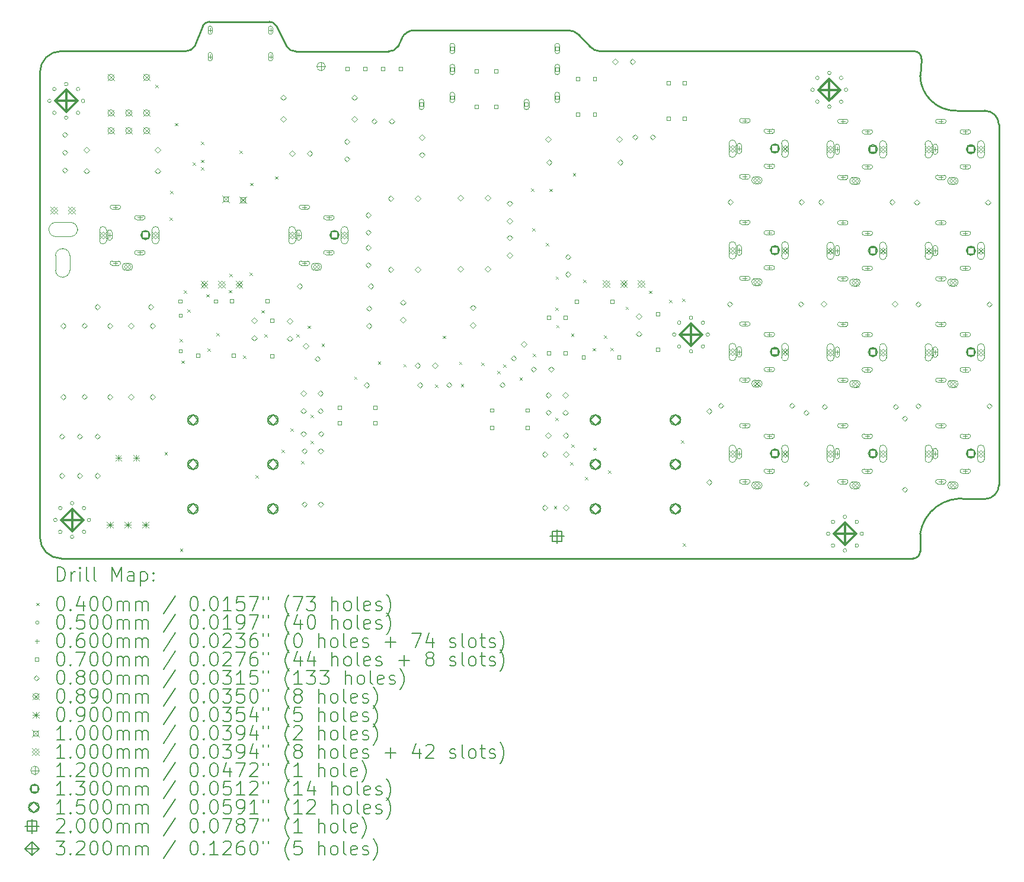
<source format=gbr>
%TF.GenerationSoftware,KiCad,Pcbnew,9.0.1+1*%
%TF.CreationDate,2025-05-08T22:10:53+00:00*%
%TF.ProjectId,spider2,73706964-6572-4322-9e6b-696361645f70,rev?*%
%TF.SameCoordinates,Original*%
%TF.FileFunction,Drillmap*%
%TF.FilePolarity,Positive*%
%FSLAX45Y45*%
G04 Gerber Fmt 4.5, Leading zero omitted, Abs format (unit mm)*
G04 Created by KiCad (PCBNEW 9.0.1+1) date 2025-05-08 22:10:53*
%MOMM*%
%LPD*%
G01*
G04 APERTURE LIST*
%ADD10C,0.254000*%
%ADD11C,0.100000*%
%ADD12C,0.200000*%
%ADD13C,0.120000*%
%ADD14C,0.130000*%
%ADD15C,0.150000*%
%ADD16C,0.320000*%
G04 APERTURE END LIST*
D10*
X18873422Y-2994112D02*
X18934801Y-2870849D01*
X26864460Y-3909160D02*
G75*
G02*
X26339460Y-3409160I-12500J512500D01*
G01*
X17135542Y-2691234D02*
X17293546Y-2994000D01*
X27264460Y-3909160D02*
G75*
G02*
X27464460Y-4109160I0J-200000D01*
G01*
X18873422Y-2994112D02*
G75*
G02*
X18747000Y-3061000I-119002J72002D01*
G01*
X17419967Y-3060888D02*
X18747000Y-3061000D01*
X26339460Y-10209160D02*
X26339460Y-9959160D01*
X26339460Y-10209160D02*
G75*
G02*
X26239460Y-10309160I-100000J0D01*
G01*
X16089480Y-2699368D02*
G75*
G02*
X16181924Y-2637504I92440J-38132D01*
G01*
X13764460Y-3359057D02*
G75*
G02*
X14064357Y-3059060I300000J-3D01*
G01*
D11*
X14300000Y-5605000D02*
X14300000Y-5609289D01*
X14300000Y-5609289D02*
G75*
G02*
X14200000Y-5709290I-100000J-1D01*
G01*
D10*
X27014460Y-9459160D02*
X27264460Y-9459160D01*
X15968954Y-2991559D02*
G75*
G02*
X15842532Y-3058447I-118994J71989D01*
G01*
D11*
X13891421Y-5605000D02*
X13891421Y-5609289D01*
D10*
X15968954Y-2991559D02*
X16089480Y-2699368D01*
D11*
X13991421Y-5709289D02*
G75*
G02*
X13891421Y-5609289I-1J99999D01*
G01*
D10*
X26257080Y-3059142D02*
G75*
G02*
X26356803Y-3166267I-20J-99998D01*
G01*
X14064460Y-10309160D02*
X26239460Y-10309160D01*
X27464460Y-9259160D02*
X27464460Y-4109160D01*
D11*
X13891421Y-5605000D02*
G75*
G02*
X13991421Y-5505001I99999J0D01*
G01*
D10*
X17046889Y-2637500D02*
G75*
G02*
X17135544Y-2691234I2J-100000D01*
G01*
X14064460Y-10309160D02*
G75*
G02*
X13764460Y-10009160I0J300000D01*
G01*
X21757980Y-3058410D02*
G75*
G02*
X21629304Y-2995972I2610J169190D01*
G01*
D11*
X13985711Y-5980000D02*
G75*
G02*
X14085711Y-5880001I99999J0D01*
G01*
D10*
X14064357Y-3059057D02*
X15842532Y-3058447D01*
D11*
X13985711Y-6188579D02*
X13985711Y-5980000D01*
X14085711Y-6288579D02*
G75*
G02*
X13985711Y-6188579I-1J99999D01*
G01*
D10*
X17419967Y-3060888D02*
G75*
G02*
X17293549Y-2993998I-7417J138888D01*
G01*
X26339460Y-9959160D02*
G75*
G02*
X27014460Y-9459160I587500J-87500D01*
G01*
D11*
X14090000Y-5880000D02*
X14085711Y-5880000D01*
D10*
X18934801Y-2870849D02*
G75*
G02*
X19113833Y-2760002I179029J-89151D01*
G01*
X21757980Y-3058410D02*
X26257080Y-3059142D01*
X16181924Y-2637500D02*
X17046889Y-2637500D01*
X13764460Y-3359057D02*
X13764460Y-10009160D01*
X21313610Y-2760000D02*
G75*
G02*
X21456288Y-2819846I0J-200000D01*
G01*
X19113833Y-2760000D02*
X21313610Y-2760000D01*
X26356809Y-3166267D02*
X26339460Y-3409160D01*
D11*
X14190000Y-6188579D02*
X14190000Y-5980000D01*
X14190000Y-6188579D02*
G75*
G02*
X14090000Y-6288580I-100000J-1D01*
G01*
X14200000Y-5709289D02*
X13991421Y-5709289D01*
X14090000Y-6288579D02*
X14085711Y-6288579D01*
X14200000Y-5505000D02*
X13991421Y-5505000D01*
X14200000Y-5505000D02*
G75*
G02*
X14300000Y-5605000I0J-100000D01*
G01*
D10*
X27464460Y-9259160D02*
G75*
G02*
X27264460Y-9459160I-200000J0D01*
G01*
X26864460Y-3909160D02*
X27264460Y-3909160D01*
D11*
X14090000Y-5880000D02*
G75*
G02*
X14190000Y-5980000I0J-100000D01*
G01*
D10*
X21456288Y-2819846D02*
X21629301Y-2995975D01*
D12*
D11*
X15412500Y-3540000D02*
X15452500Y-3580000D01*
X15452500Y-3540000D02*
X15412500Y-3580000D01*
X15544000Y-8788000D02*
X15584000Y-8828000D01*
X15584000Y-8788000D02*
X15544000Y-8828000D01*
X15617000Y-5435000D02*
X15657000Y-5475000D01*
X15657000Y-5435000D02*
X15617000Y-5475000D01*
X15622000Y-5057000D02*
X15662000Y-5097000D01*
X15662000Y-5057000D02*
X15622000Y-5097000D01*
X15689240Y-4085000D02*
X15729240Y-4125000D01*
X15729240Y-4085000D02*
X15689240Y-4125000D01*
X15762500Y-7170000D02*
X15802500Y-7210000D01*
X15802500Y-7170000D02*
X15762500Y-7210000D01*
X15764000Y-10166000D02*
X15804000Y-10206000D01*
X15804000Y-10166000D02*
X15764000Y-10206000D01*
X15782500Y-7480000D02*
X15822500Y-7520000D01*
X15822500Y-7480000D02*
X15782500Y-7520000D01*
X15820000Y-6477500D02*
X15860000Y-6517500D01*
X15860000Y-6477500D02*
X15820000Y-6517500D01*
X15867500Y-6747500D02*
X15907500Y-6787500D01*
X15907500Y-6747500D02*
X15867500Y-6787500D01*
X15944240Y-4650000D02*
X15984240Y-4690000D01*
X15984240Y-4650000D02*
X15944240Y-4690000D01*
X16064240Y-4350000D02*
X16104240Y-4390000D01*
X16104240Y-4350000D02*
X16064240Y-4390000D01*
X16064240Y-4610000D02*
X16104240Y-4650000D01*
X16104240Y-4610000D02*
X16064240Y-4650000D01*
X16064240Y-4715000D02*
X16104240Y-4755000D01*
X16104240Y-4715000D02*
X16064240Y-4755000D01*
X16140000Y-6532500D02*
X16180000Y-6572500D01*
X16180000Y-6532500D02*
X16140000Y-6572500D01*
X16155000Y-7307500D02*
X16195000Y-7347500D01*
X16195000Y-7307500D02*
X16155000Y-7347500D01*
X16287500Y-7087500D02*
X16327500Y-7127500D01*
X16327500Y-7087500D02*
X16287500Y-7127500D01*
X16460000Y-6472500D02*
X16500000Y-6512500D01*
X16500000Y-6472500D02*
X16460000Y-6512500D01*
X16470000Y-6240000D02*
X16510000Y-6280000D01*
X16510000Y-6240000D02*
X16470000Y-6280000D01*
X16618060Y-4478220D02*
X16658060Y-4518220D01*
X16658060Y-4478220D02*
X16618060Y-4518220D01*
X16668000Y-7406000D02*
X16708000Y-7446000D01*
X16708000Y-7406000D02*
X16668000Y-7446000D01*
X16760000Y-6222500D02*
X16800000Y-6262500D01*
X16800000Y-6222500D02*
X16760000Y-6262500D01*
X16767000Y-4939000D02*
X16807000Y-4979000D01*
X16807000Y-4939000D02*
X16767000Y-4979000D01*
X16842500Y-9117500D02*
X16882500Y-9157500D01*
X16882500Y-9117500D02*
X16842500Y-9157500D01*
X16927500Y-6760000D02*
X16967500Y-6800000D01*
X16967500Y-6760000D02*
X16927500Y-6800000D01*
X16970000Y-7105000D02*
X17010000Y-7145000D01*
X17010000Y-7105000D02*
X16970000Y-7145000D01*
X17124000Y-4847000D02*
X17164000Y-4887000D01*
X17164000Y-4847000D02*
X17124000Y-4887000D01*
X17215000Y-8755000D02*
X17255000Y-8795000D01*
X17255000Y-8755000D02*
X17215000Y-8795000D01*
X17342500Y-8447500D02*
X17382500Y-8487500D01*
X17382500Y-8447500D02*
X17342500Y-8487500D01*
X17425000Y-7105000D02*
X17465000Y-7145000D01*
X17465000Y-7105000D02*
X17425000Y-7145000D01*
X17496000Y-8915000D02*
X17536000Y-8955000D01*
X17536000Y-8915000D02*
X17496000Y-8955000D01*
X17591000Y-6981000D02*
X17631000Y-7021000D01*
X17631000Y-6981000D02*
X17591000Y-7021000D01*
X17629000Y-8626000D02*
X17669000Y-8666000D01*
X17669000Y-8626000D02*
X17629000Y-8666000D01*
X17632000Y-8255000D02*
X17672000Y-8295000D01*
X17672000Y-8255000D02*
X17632000Y-8295000D01*
X17787500Y-7240000D02*
X17827500Y-7280000D01*
X17827500Y-7240000D02*
X17787500Y-7280000D01*
X18252760Y-7709220D02*
X18292760Y-7749220D01*
X18292760Y-7709220D02*
X18252760Y-7749220D01*
X18591000Y-7495000D02*
X18631000Y-7535000D01*
X18631000Y-7495000D02*
X18591000Y-7535000D01*
X18955000Y-7530000D02*
X18995000Y-7570000D01*
X18995000Y-7530000D02*
X18955000Y-7570000D01*
X19408000Y-7822000D02*
X19448000Y-7862000D01*
X19448000Y-7822000D02*
X19408000Y-7862000D01*
X19522000Y-7124000D02*
X19562000Y-7164000D01*
X19562000Y-7124000D02*
X19522000Y-7164000D01*
X19751360Y-7495860D02*
X19791360Y-7535860D01*
X19791360Y-7495860D02*
X19751360Y-7535860D01*
X19776760Y-7815900D02*
X19816760Y-7855900D01*
X19816760Y-7815900D02*
X19776760Y-7855900D01*
X20067000Y-7507000D02*
X20107000Y-7547000D01*
X20107000Y-7507000D02*
X20067000Y-7547000D01*
X20297460Y-7625400D02*
X20337460Y-7665400D01*
X20337460Y-7625400D02*
X20297460Y-7665400D01*
X20381550Y-7537572D02*
X20421550Y-7577572D01*
X20421550Y-7537572D02*
X20381550Y-7577572D01*
X20615000Y-7722500D02*
X20655000Y-7762500D01*
X20655000Y-7722500D02*
X20615000Y-7762500D01*
X20782000Y-5018000D02*
X20822000Y-5058000D01*
X20822000Y-5018000D02*
X20782000Y-5058000D01*
X20797840Y-5588320D02*
X20837840Y-5628320D01*
X20837840Y-5588320D02*
X20797840Y-5628320D01*
X20805000Y-7385000D02*
X20845000Y-7425000D01*
X20845000Y-7385000D02*
X20805000Y-7425000D01*
X20993108Y-5796912D02*
X21033108Y-5836912D01*
X21033108Y-5796912D02*
X20993108Y-5836912D01*
X21044220Y-5024440D02*
X21084220Y-5064440D01*
X21084220Y-5024440D02*
X21044220Y-5064440D01*
X21106000Y-9559000D02*
X21146000Y-9599000D01*
X21146000Y-9559000D02*
X21106000Y-9599000D01*
X21125000Y-6725000D02*
X21165000Y-6765000D01*
X21165000Y-6725000D02*
X21125000Y-6765000D01*
X21127000Y-8295000D02*
X21167000Y-8335000D01*
X21167000Y-8295000D02*
X21127000Y-8335000D01*
X21132500Y-6277500D02*
X21172500Y-6317500D01*
X21172500Y-6277500D02*
X21132500Y-6317500D01*
X21140000Y-6972500D02*
X21180000Y-7012500D01*
X21180000Y-6972500D02*
X21140000Y-7012500D01*
X21337000Y-8931000D02*
X21377000Y-8971000D01*
X21377000Y-8931000D02*
X21337000Y-8971000D01*
X21353000Y-7093000D02*
X21393000Y-7133000D01*
X21393000Y-7093000D02*
X21353000Y-7133000D01*
X21354000Y-8677000D02*
X21394000Y-8717000D01*
X21394000Y-8677000D02*
X21354000Y-8717000D01*
X21376960Y-4802280D02*
X21416960Y-4842280D01*
X21416960Y-4802280D02*
X21376960Y-4842280D01*
X21527500Y-6325000D02*
X21567500Y-6365000D01*
X21567500Y-6325000D02*
X21527500Y-6365000D01*
X21553000Y-9146000D02*
X21593000Y-9186000D01*
X21593000Y-9146000D02*
X21553000Y-9186000D01*
X21660000Y-7302500D02*
X21700000Y-7342500D01*
X21700000Y-7302500D02*
X21660000Y-7342500D01*
X21672500Y-8725000D02*
X21712500Y-8765000D01*
X21712500Y-8725000D02*
X21672500Y-8765000D01*
X21822500Y-7122500D02*
X21862500Y-7162500D01*
X21862500Y-7122500D02*
X21822500Y-7162500D01*
X21883000Y-9053000D02*
X21923000Y-9093000D01*
X21923000Y-9053000D02*
X21883000Y-9093000D01*
X21915000Y-7300000D02*
X21955000Y-7340000D01*
X21955000Y-7300000D02*
X21915000Y-7340000D01*
X22130000Y-6710000D02*
X22170000Y-6750000D01*
X22170000Y-6710000D02*
X22130000Y-6750000D01*
X22462500Y-6480000D02*
X22502500Y-6520000D01*
X22502500Y-6480000D02*
X22462500Y-6520000D01*
X22756180Y-6609400D02*
X22796180Y-6649400D01*
X22796180Y-6609400D02*
X22756180Y-6649400D01*
X22920000Y-8620000D02*
X22960000Y-8660000D01*
X22960000Y-8620000D02*
X22920000Y-8660000D01*
X22937500Y-6592500D02*
X22977500Y-6632500D01*
X22977500Y-6592500D02*
X22937500Y-6632500D01*
X22950000Y-10090000D02*
X22990000Y-10130000D01*
X22990000Y-10090000D02*
X22950000Y-10130000D01*
X13924460Y-3769160D02*
G75*
G02*
X13874460Y-3769160I-25000J0D01*
G01*
X13874460Y-3769160D02*
G75*
G02*
X13924460Y-3769160I25000J0D01*
G01*
X13994754Y-3599454D02*
G75*
G02*
X13944754Y-3599454I-25000J0D01*
G01*
X13944754Y-3599454D02*
G75*
G02*
X13994754Y-3599454I25000J0D01*
G01*
X13994754Y-3938866D02*
G75*
G02*
X13944754Y-3938866I-25000J0D01*
G01*
X13944754Y-3938866D02*
G75*
G02*
X13994754Y-3938866I25000J0D01*
G01*
X14009000Y-9759000D02*
G75*
G02*
X13959000Y-9759000I-25000J0D01*
G01*
X13959000Y-9759000D02*
G75*
G02*
X14009000Y-9759000I25000J0D01*
G01*
X14079294Y-9589294D02*
G75*
G02*
X14029294Y-9589294I-25000J0D01*
G01*
X14029294Y-9589294D02*
G75*
G02*
X14079294Y-9589294I25000J0D01*
G01*
X14079294Y-9928706D02*
G75*
G02*
X14029294Y-9928706I-25000J0D01*
G01*
X14029294Y-9928706D02*
G75*
G02*
X14079294Y-9928706I25000J0D01*
G01*
X14164460Y-3529160D02*
G75*
G02*
X14114460Y-3529160I-25000J0D01*
G01*
X14114460Y-3529160D02*
G75*
G02*
X14164460Y-3529160I25000J0D01*
G01*
X14164460Y-4009160D02*
G75*
G02*
X14114460Y-4009160I-25000J0D01*
G01*
X14114460Y-4009160D02*
G75*
G02*
X14164460Y-4009160I25000J0D01*
G01*
X14249000Y-9519000D02*
G75*
G02*
X14199000Y-9519000I-25000J0D01*
G01*
X14199000Y-9519000D02*
G75*
G02*
X14249000Y-9519000I25000J0D01*
G01*
X14249000Y-9999000D02*
G75*
G02*
X14199000Y-9999000I-25000J0D01*
G01*
X14199000Y-9999000D02*
G75*
G02*
X14249000Y-9999000I25000J0D01*
G01*
X14334166Y-3599454D02*
G75*
G02*
X14284166Y-3599454I-25000J0D01*
G01*
X14284166Y-3599454D02*
G75*
G02*
X14334166Y-3599454I25000J0D01*
G01*
X14334166Y-3938866D02*
G75*
G02*
X14284166Y-3938866I-25000J0D01*
G01*
X14284166Y-3938866D02*
G75*
G02*
X14334166Y-3938866I25000J0D01*
G01*
X14404460Y-3769160D02*
G75*
G02*
X14354460Y-3769160I-25000J0D01*
G01*
X14354460Y-3769160D02*
G75*
G02*
X14404460Y-3769160I25000J0D01*
G01*
X14418706Y-9589294D02*
G75*
G02*
X14368706Y-9589294I-25000J0D01*
G01*
X14368706Y-9589294D02*
G75*
G02*
X14418706Y-9589294I25000J0D01*
G01*
X14418706Y-9928706D02*
G75*
G02*
X14368706Y-9928706I-25000J0D01*
G01*
X14368706Y-9928706D02*
G75*
G02*
X14418706Y-9928706I25000J0D01*
G01*
X14489000Y-9759000D02*
G75*
G02*
X14439000Y-9759000I-25000J0D01*
G01*
X14439000Y-9759000D02*
G75*
G02*
X14489000Y-9759000I25000J0D01*
G01*
X22851014Y-7108826D02*
G75*
G02*
X22801014Y-7108826I-25000J0D01*
G01*
X22801014Y-7108826D02*
G75*
G02*
X22851014Y-7108826I25000J0D01*
G01*
X22921309Y-6939120D02*
G75*
G02*
X22871309Y-6939120I-25000J0D01*
G01*
X22871309Y-6939120D02*
G75*
G02*
X22921309Y-6939120I25000J0D01*
G01*
X22921309Y-7278532D02*
G75*
G02*
X22871309Y-7278532I-25000J0D01*
G01*
X22871309Y-7278532D02*
G75*
G02*
X22921309Y-7278532I25000J0D01*
G01*
X23091014Y-6868826D02*
G75*
G02*
X23041014Y-6868826I-25000J0D01*
G01*
X23041014Y-6868826D02*
G75*
G02*
X23091014Y-6868826I25000J0D01*
G01*
X23091014Y-7348826D02*
G75*
G02*
X23041014Y-7348826I-25000J0D01*
G01*
X23041014Y-7348826D02*
G75*
G02*
X23091014Y-7348826I25000J0D01*
G01*
X23260720Y-6939120D02*
G75*
G02*
X23210720Y-6939120I-25000J0D01*
G01*
X23210720Y-6939120D02*
G75*
G02*
X23260720Y-6939120I25000J0D01*
G01*
X23260720Y-7278532D02*
G75*
G02*
X23210720Y-7278532I-25000J0D01*
G01*
X23210720Y-7278532D02*
G75*
G02*
X23260720Y-7278532I25000J0D01*
G01*
X23331014Y-7108826D02*
G75*
G02*
X23281014Y-7108826I-25000J0D01*
G01*
X23281014Y-7108826D02*
G75*
G02*
X23331014Y-7108826I25000J0D01*
G01*
X24826953Y-3610246D02*
G75*
G02*
X24776953Y-3610246I-25000J0D01*
G01*
X24776953Y-3610246D02*
G75*
G02*
X24826953Y-3610246I25000J0D01*
G01*
X24897248Y-3440540D02*
G75*
G02*
X24847248Y-3440540I-25000J0D01*
G01*
X24847248Y-3440540D02*
G75*
G02*
X24897248Y-3440540I25000J0D01*
G01*
X24897248Y-3779952D02*
G75*
G02*
X24847248Y-3779952I-25000J0D01*
G01*
X24847248Y-3779952D02*
G75*
G02*
X24897248Y-3779952I25000J0D01*
G01*
X25050000Y-9955000D02*
G75*
G02*
X25000000Y-9955000I-25000J0D01*
G01*
X25000000Y-9955000D02*
G75*
G02*
X25050000Y-9955000I25000J0D01*
G01*
X25066953Y-3370246D02*
G75*
G02*
X25016953Y-3370246I-25000J0D01*
G01*
X25016953Y-3370246D02*
G75*
G02*
X25066953Y-3370246I25000J0D01*
G01*
X25066953Y-3850246D02*
G75*
G02*
X25016953Y-3850246I-25000J0D01*
G01*
X25016953Y-3850246D02*
G75*
G02*
X25066953Y-3850246I25000J0D01*
G01*
X25120294Y-9785294D02*
G75*
G02*
X25070294Y-9785294I-25000J0D01*
G01*
X25070294Y-9785294D02*
G75*
G02*
X25120294Y-9785294I25000J0D01*
G01*
X25120294Y-10124706D02*
G75*
G02*
X25070294Y-10124706I-25000J0D01*
G01*
X25070294Y-10124706D02*
G75*
G02*
X25120294Y-10124706I25000J0D01*
G01*
X25236659Y-3440540D02*
G75*
G02*
X25186659Y-3440540I-25000J0D01*
G01*
X25186659Y-3440540D02*
G75*
G02*
X25236659Y-3440540I25000J0D01*
G01*
X25236659Y-3779952D02*
G75*
G02*
X25186659Y-3779952I-25000J0D01*
G01*
X25186659Y-3779952D02*
G75*
G02*
X25236659Y-3779952I25000J0D01*
G01*
X25290000Y-9715000D02*
G75*
G02*
X25240000Y-9715000I-25000J0D01*
G01*
X25240000Y-9715000D02*
G75*
G02*
X25290000Y-9715000I25000J0D01*
G01*
X25290000Y-10195000D02*
G75*
G02*
X25240000Y-10195000I-25000J0D01*
G01*
X25240000Y-10195000D02*
G75*
G02*
X25290000Y-10195000I25000J0D01*
G01*
X25306953Y-3610246D02*
G75*
G02*
X25256953Y-3610246I-25000J0D01*
G01*
X25256953Y-3610246D02*
G75*
G02*
X25306953Y-3610246I25000J0D01*
G01*
X25459706Y-9785294D02*
G75*
G02*
X25409706Y-9785294I-25000J0D01*
G01*
X25409706Y-9785294D02*
G75*
G02*
X25459706Y-9785294I25000J0D01*
G01*
X25459706Y-10124706D02*
G75*
G02*
X25409706Y-10124706I-25000J0D01*
G01*
X25409706Y-10124706D02*
G75*
G02*
X25459706Y-10124706I25000J0D01*
G01*
X25530000Y-9955000D02*
G75*
G02*
X25480000Y-9955000I-25000J0D01*
G01*
X25480000Y-9955000D02*
G75*
G02*
X25530000Y-9955000I25000J0D01*
G01*
X14761520Y-5656971D02*
X14761520Y-5716971D01*
X14731520Y-5686971D02*
X14791520Y-5686971D01*
X14791520Y-5731971D02*
X14791520Y-5641971D01*
X14731520Y-5641971D02*
G75*
G02*
X14791520Y-5641971I30000J0D01*
G01*
X14731520Y-5641971D02*
X14731520Y-5731971D01*
X14731520Y-5731971D02*
G75*
G03*
X14791520Y-5731971I30000J0D01*
G01*
X14841520Y-5256971D02*
X14841520Y-5316971D01*
X14811520Y-5286971D02*
X14871520Y-5286971D01*
X14796520Y-5316971D02*
X14886520Y-5316971D01*
X14886520Y-5256971D02*
G75*
G02*
X14886520Y-5316971I0J-30000D01*
G01*
X14886520Y-5256971D02*
X14796520Y-5256971D01*
X14796520Y-5256971D02*
G75*
G03*
X14796520Y-5316971I0J-30000D01*
G01*
X14841520Y-6056971D02*
X14841520Y-6116971D01*
X14811520Y-6086971D02*
X14871520Y-6086971D01*
X14796520Y-6116971D02*
X14886520Y-6116971D01*
X14886520Y-6056971D02*
G75*
G02*
X14886520Y-6116971I0J-30000D01*
G01*
X14886520Y-6056971D02*
X14796520Y-6056971D01*
X14796520Y-6056971D02*
G75*
G03*
X14796520Y-6116971I0J-30000D01*
G01*
X15191520Y-5406971D02*
X15191520Y-5466971D01*
X15161520Y-5436971D02*
X15221520Y-5436971D01*
X15146520Y-5466971D02*
X15236520Y-5466971D01*
X15236520Y-5406971D02*
G75*
G02*
X15236520Y-5466971I0J-30000D01*
G01*
X15236520Y-5406971D02*
X15146520Y-5406971D01*
X15146520Y-5406971D02*
G75*
G03*
X15146520Y-5466971I0J-30000D01*
G01*
X15191520Y-5906971D02*
X15191520Y-5966971D01*
X15161520Y-5936971D02*
X15221520Y-5936971D01*
X15146520Y-5966971D02*
X15236520Y-5966971D01*
X15236520Y-5906971D02*
G75*
G02*
X15236520Y-5966971I0J-30000D01*
G01*
X15236520Y-5906971D02*
X15146520Y-5906971D01*
X15146520Y-5906971D02*
G75*
G03*
X15146520Y-5966971I0J-30000D01*
G01*
X16195000Y-2727000D02*
X16195000Y-2787000D01*
X16165000Y-2757000D02*
X16225000Y-2757000D01*
X16225000Y-2787000D02*
X16225000Y-2727000D01*
X16165000Y-2727000D02*
G75*
G02*
X16225000Y-2727000I30000J0D01*
G01*
X16165000Y-2727000D02*
X16165000Y-2787000D01*
X16165000Y-2787000D02*
G75*
G03*
X16225000Y-2787000I30000J0D01*
G01*
X16195000Y-3107000D02*
X16195000Y-3167000D01*
X16165000Y-3137000D02*
X16225000Y-3137000D01*
X16225000Y-3167000D02*
X16225000Y-3107000D01*
X16165000Y-3107000D02*
G75*
G02*
X16225000Y-3107000I30000J0D01*
G01*
X16165000Y-3107000D02*
X16165000Y-3167000D01*
X16165000Y-3167000D02*
G75*
G03*
X16225000Y-3167000I30000J0D01*
G01*
X17059000Y-2727000D02*
X17059000Y-2787000D01*
X17029000Y-2757000D02*
X17089000Y-2757000D01*
X17089000Y-2787000D02*
X17089000Y-2727000D01*
X17029000Y-2727000D02*
G75*
G02*
X17089000Y-2727000I30000J0D01*
G01*
X17029000Y-2727000D02*
X17029000Y-2787000D01*
X17029000Y-2787000D02*
G75*
G03*
X17089000Y-2787000I30000J0D01*
G01*
X17059000Y-3107000D02*
X17059000Y-3167000D01*
X17029000Y-3137000D02*
X17089000Y-3137000D01*
X17089000Y-3167000D02*
X17089000Y-3107000D01*
X17029000Y-3107000D02*
G75*
G02*
X17089000Y-3107000I30000J0D01*
G01*
X17029000Y-3107000D02*
X17029000Y-3167000D01*
X17029000Y-3167000D02*
G75*
G03*
X17089000Y-3167000I30000J0D01*
G01*
X17462407Y-5656825D02*
X17462407Y-5716825D01*
X17432407Y-5686825D02*
X17492407Y-5686825D01*
X17492407Y-5731825D02*
X17492407Y-5641825D01*
X17432407Y-5641825D02*
G75*
G02*
X17492407Y-5641825I30000J0D01*
G01*
X17432407Y-5641825D02*
X17432407Y-5731825D01*
X17432407Y-5731825D02*
G75*
G03*
X17492407Y-5731825I30000J0D01*
G01*
X17542407Y-5256825D02*
X17542407Y-5316825D01*
X17512407Y-5286825D02*
X17572407Y-5286825D01*
X17497407Y-5316825D02*
X17587407Y-5316825D01*
X17587407Y-5256825D02*
G75*
G02*
X17587407Y-5316825I0J-30000D01*
G01*
X17587407Y-5256825D02*
X17497407Y-5256825D01*
X17497407Y-5256825D02*
G75*
G03*
X17497407Y-5316825I0J-30000D01*
G01*
X17542407Y-6056825D02*
X17542407Y-6116825D01*
X17512407Y-6086825D02*
X17572407Y-6086825D01*
X17497407Y-6116825D02*
X17587407Y-6116825D01*
X17587407Y-6056825D02*
G75*
G02*
X17587407Y-6116825I0J-30000D01*
G01*
X17587407Y-6056825D02*
X17497407Y-6056825D01*
X17497407Y-6056825D02*
G75*
G03*
X17497407Y-6116825I0J-30000D01*
G01*
X17892407Y-5406825D02*
X17892407Y-5466825D01*
X17862407Y-5436825D02*
X17922407Y-5436825D01*
X17847407Y-5466825D02*
X17937407Y-5466825D01*
X17937407Y-5406825D02*
G75*
G02*
X17937407Y-5466825I0J-30000D01*
G01*
X17937407Y-5406825D02*
X17847407Y-5406825D01*
X17847407Y-5406825D02*
G75*
G03*
X17847407Y-5466825I0J-30000D01*
G01*
X17892407Y-5906825D02*
X17892407Y-5966825D01*
X17862407Y-5936825D02*
X17922407Y-5936825D01*
X17847407Y-5966825D02*
X17937407Y-5966825D01*
X17937407Y-5906825D02*
G75*
G02*
X17937407Y-5966825I0J-30000D01*
G01*
X17937407Y-5906825D02*
X17847407Y-5906825D01*
X17847407Y-5906825D02*
G75*
G03*
X17847407Y-5966825I0J-30000D01*
G01*
X23754911Y-8780000D02*
X23754911Y-8840000D01*
X23724911Y-8810000D02*
X23784911Y-8810000D01*
X23784911Y-8855000D02*
X23784911Y-8765000D01*
X23724911Y-8765000D02*
G75*
G02*
X23784911Y-8765000I30000J0D01*
G01*
X23724911Y-8765000D02*
X23724911Y-8855000D01*
X23724911Y-8855000D02*
G75*
G03*
X23784911Y-8855000I30000J0D01*
G01*
X23755000Y-4420000D02*
X23755000Y-4480000D01*
X23725000Y-4450000D02*
X23785000Y-4450000D01*
X23785000Y-4495000D02*
X23785000Y-4405000D01*
X23725000Y-4405000D02*
G75*
G02*
X23785000Y-4405000I30000J0D01*
G01*
X23725000Y-4405000D02*
X23725000Y-4495000D01*
X23725000Y-4495000D02*
G75*
G03*
X23785000Y-4495000I30000J0D01*
G01*
X23755000Y-5873333D02*
X23755000Y-5933333D01*
X23725000Y-5903333D02*
X23785000Y-5903333D01*
X23785000Y-5948333D02*
X23785000Y-5858333D01*
X23725000Y-5858333D02*
G75*
G02*
X23785000Y-5858333I30000J0D01*
G01*
X23725000Y-5858333D02*
X23725000Y-5948333D01*
X23725000Y-5948333D02*
G75*
G03*
X23785000Y-5948333I30000J0D01*
G01*
X23755000Y-7326667D02*
X23755000Y-7386667D01*
X23725000Y-7356667D02*
X23785000Y-7356667D01*
X23785000Y-7401667D02*
X23785000Y-7311667D01*
X23725000Y-7311667D02*
G75*
G02*
X23785000Y-7311667I30000J0D01*
G01*
X23725000Y-7311667D02*
X23725000Y-7401667D01*
X23725000Y-7401667D02*
G75*
G03*
X23785000Y-7401667I30000J0D01*
G01*
X23834911Y-8380000D02*
X23834911Y-8440000D01*
X23804911Y-8410000D02*
X23864911Y-8410000D01*
X23789911Y-8440000D02*
X23879911Y-8440000D01*
X23879911Y-8380000D02*
G75*
G02*
X23879911Y-8440000I0J-30000D01*
G01*
X23879911Y-8380000D02*
X23789911Y-8380000D01*
X23789911Y-8380000D02*
G75*
G03*
X23789911Y-8440000I0J-30000D01*
G01*
X23834911Y-9180000D02*
X23834911Y-9240000D01*
X23804911Y-9210000D02*
X23864911Y-9210000D01*
X23789911Y-9240000D02*
X23879911Y-9240000D01*
X23879911Y-9180000D02*
G75*
G02*
X23879911Y-9240000I0J-30000D01*
G01*
X23879911Y-9180000D02*
X23789911Y-9180000D01*
X23789911Y-9180000D02*
G75*
G03*
X23789911Y-9240000I0J-30000D01*
G01*
X23835000Y-4020000D02*
X23835000Y-4080000D01*
X23805000Y-4050000D02*
X23865000Y-4050000D01*
X23790000Y-4080000D02*
X23880000Y-4080000D01*
X23880000Y-4020000D02*
G75*
G02*
X23880000Y-4080000I0J-30000D01*
G01*
X23880000Y-4020000D02*
X23790000Y-4020000D01*
X23790000Y-4020000D02*
G75*
G03*
X23790000Y-4080000I0J-30000D01*
G01*
X23835000Y-4820000D02*
X23835000Y-4880000D01*
X23805000Y-4850000D02*
X23865000Y-4850000D01*
X23790000Y-4880000D02*
X23880000Y-4880000D01*
X23880000Y-4820000D02*
G75*
G02*
X23880000Y-4880000I0J-30000D01*
G01*
X23880000Y-4820000D02*
X23790000Y-4820000D01*
X23790000Y-4820000D02*
G75*
G03*
X23790000Y-4880000I0J-30000D01*
G01*
X23835000Y-5473333D02*
X23835000Y-5533333D01*
X23805000Y-5503333D02*
X23865000Y-5503333D01*
X23790000Y-5533333D02*
X23880000Y-5533333D01*
X23880000Y-5473333D02*
G75*
G02*
X23880000Y-5533333I0J-30000D01*
G01*
X23880000Y-5473333D02*
X23790000Y-5473333D01*
X23790000Y-5473333D02*
G75*
G03*
X23790000Y-5533333I0J-30000D01*
G01*
X23835000Y-6273333D02*
X23835000Y-6333333D01*
X23805000Y-6303333D02*
X23865000Y-6303333D01*
X23790000Y-6333333D02*
X23880000Y-6333333D01*
X23880000Y-6273333D02*
G75*
G02*
X23880000Y-6333333I0J-30000D01*
G01*
X23880000Y-6273333D02*
X23790000Y-6273333D01*
X23790000Y-6273333D02*
G75*
G03*
X23790000Y-6333333I0J-30000D01*
G01*
X23835000Y-6926667D02*
X23835000Y-6986667D01*
X23805000Y-6956667D02*
X23865000Y-6956667D01*
X23790000Y-6986667D02*
X23880000Y-6986667D01*
X23880000Y-6926667D02*
G75*
G02*
X23880000Y-6986667I0J-30000D01*
G01*
X23880000Y-6926667D02*
X23790000Y-6926667D01*
X23790000Y-6926667D02*
G75*
G03*
X23790000Y-6986667I0J-30000D01*
G01*
X23835000Y-7726667D02*
X23835000Y-7786667D01*
X23805000Y-7756667D02*
X23865000Y-7756667D01*
X23790000Y-7786667D02*
X23880000Y-7786667D01*
X23880000Y-7726667D02*
G75*
G02*
X23880000Y-7786667I0J-30000D01*
G01*
X23880000Y-7726667D02*
X23790000Y-7726667D01*
X23790000Y-7726667D02*
G75*
G03*
X23790000Y-7786667I0J-30000D01*
G01*
X24184911Y-8530000D02*
X24184911Y-8590000D01*
X24154911Y-8560000D02*
X24214911Y-8560000D01*
X24139911Y-8590000D02*
X24229911Y-8590000D01*
X24229911Y-8530000D02*
G75*
G02*
X24229911Y-8590000I0J-30000D01*
G01*
X24229911Y-8530000D02*
X24139911Y-8530000D01*
X24139911Y-8530000D02*
G75*
G03*
X24139911Y-8590000I0J-30000D01*
G01*
X24184911Y-9030000D02*
X24184911Y-9090000D01*
X24154911Y-9060000D02*
X24214911Y-9060000D01*
X24139911Y-9090000D02*
X24229911Y-9090000D01*
X24229911Y-9030000D02*
G75*
G02*
X24229911Y-9090000I0J-30000D01*
G01*
X24229911Y-9030000D02*
X24139911Y-9030000D01*
X24139911Y-9030000D02*
G75*
G03*
X24139911Y-9090000I0J-30000D01*
G01*
X24185000Y-4170000D02*
X24185000Y-4230000D01*
X24155000Y-4200000D02*
X24215000Y-4200000D01*
X24140000Y-4230000D02*
X24230000Y-4230000D01*
X24230000Y-4170000D02*
G75*
G02*
X24230000Y-4230000I0J-30000D01*
G01*
X24230000Y-4170000D02*
X24140000Y-4170000D01*
X24140000Y-4170000D02*
G75*
G03*
X24140000Y-4230000I0J-30000D01*
G01*
X24185000Y-4670000D02*
X24185000Y-4730000D01*
X24155000Y-4700000D02*
X24215000Y-4700000D01*
X24140000Y-4730000D02*
X24230000Y-4730000D01*
X24230000Y-4670000D02*
G75*
G02*
X24230000Y-4730000I0J-30000D01*
G01*
X24230000Y-4670000D02*
X24140000Y-4670000D01*
X24140000Y-4670000D02*
G75*
G03*
X24140000Y-4730000I0J-30000D01*
G01*
X24185000Y-5623333D02*
X24185000Y-5683333D01*
X24155000Y-5653333D02*
X24215000Y-5653333D01*
X24140000Y-5683333D02*
X24230000Y-5683333D01*
X24230000Y-5623333D02*
G75*
G02*
X24230000Y-5683333I0J-30000D01*
G01*
X24230000Y-5623333D02*
X24140000Y-5623333D01*
X24140000Y-5623333D02*
G75*
G03*
X24140000Y-5683333I0J-30000D01*
G01*
X24185000Y-6123333D02*
X24185000Y-6183333D01*
X24155000Y-6153333D02*
X24215000Y-6153333D01*
X24140000Y-6183333D02*
X24230000Y-6183333D01*
X24230000Y-6123333D02*
G75*
G02*
X24230000Y-6183333I0J-30000D01*
G01*
X24230000Y-6123333D02*
X24140000Y-6123333D01*
X24140000Y-6123333D02*
G75*
G03*
X24140000Y-6183333I0J-30000D01*
G01*
X24185000Y-7076667D02*
X24185000Y-7136667D01*
X24155000Y-7106667D02*
X24215000Y-7106667D01*
X24140000Y-7136667D02*
X24230000Y-7136667D01*
X24230000Y-7076667D02*
G75*
G02*
X24230000Y-7136667I0J-30000D01*
G01*
X24230000Y-7076667D02*
X24140000Y-7076667D01*
X24140000Y-7076667D02*
G75*
G03*
X24140000Y-7136667I0J-30000D01*
G01*
X24185000Y-7576667D02*
X24185000Y-7636667D01*
X24155000Y-7606667D02*
X24215000Y-7606667D01*
X24140000Y-7636667D02*
X24230000Y-7636667D01*
X24230000Y-7576667D02*
G75*
G02*
X24230000Y-7636667I0J-30000D01*
G01*
X24230000Y-7576667D02*
X24140000Y-7576667D01*
X24140000Y-7576667D02*
G75*
G03*
X24140000Y-7636667I0J-30000D01*
G01*
X25154911Y-8780000D02*
X25154911Y-8840000D01*
X25124911Y-8810000D02*
X25184911Y-8810000D01*
X25184911Y-8855000D02*
X25184911Y-8765000D01*
X25124911Y-8765000D02*
G75*
G02*
X25184911Y-8765000I30000J0D01*
G01*
X25124911Y-8765000D02*
X25124911Y-8855000D01*
X25124911Y-8855000D02*
G75*
G03*
X25184911Y-8855000I30000J0D01*
G01*
X25155000Y-4430000D02*
X25155000Y-4490000D01*
X25125000Y-4460000D02*
X25185000Y-4460000D01*
X25185000Y-4505000D02*
X25185000Y-4415000D01*
X25125000Y-4415000D02*
G75*
G02*
X25185000Y-4415000I30000J0D01*
G01*
X25125000Y-4415000D02*
X25125000Y-4505000D01*
X25125000Y-4505000D02*
G75*
G03*
X25185000Y-4505000I30000J0D01*
G01*
X25155000Y-5880000D02*
X25155000Y-5940000D01*
X25125000Y-5910000D02*
X25185000Y-5910000D01*
X25185000Y-5955000D02*
X25185000Y-5865000D01*
X25125000Y-5865000D02*
G75*
G02*
X25185000Y-5865000I30000J0D01*
G01*
X25125000Y-5865000D02*
X25125000Y-5955000D01*
X25125000Y-5955000D02*
G75*
G03*
X25185000Y-5955000I30000J0D01*
G01*
X25155000Y-7330000D02*
X25155000Y-7390000D01*
X25125000Y-7360000D02*
X25185000Y-7360000D01*
X25185000Y-7405000D02*
X25185000Y-7315000D01*
X25125000Y-7315000D02*
G75*
G02*
X25185000Y-7315000I30000J0D01*
G01*
X25125000Y-7315000D02*
X25125000Y-7405000D01*
X25125000Y-7405000D02*
G75*
G03*
X25185000Y-7405000I30000J0D01*
G01*
X25234911Y-8380000D02*
X25234911Y-8440000D01*
X25204911Y-8410000D02*
X25264911Y-8410000D01*
X25189911Y-8440000D02*
X25279911Y-8440000D01*
X25279911Y-8380000D02*
G75*
G02*
X25279911Y-8440000I0J-30000D01*
G01*
X25279911Y-8380000D02*
X25189911Y-8380000D01*
X25189911Y-8380000D02*
G75*
G03*
X25189911Y-8440000I0J-30000D01*
G01*
X25234911Y-9180000D02*
X25234911Y-9240000D01*
X25204911Y-9210000D02*
X25264911Y-9210000D01*
X25189911Y-9240000D02*
X25279911Y-9240000D01*
X25279911Y-9180000D02*
G75*
G02*
X25279911Y-9240000I0J-30000D01*
G01*
X25279911Y-9180000D02*
X25189911Y-9180000D01*
X25189911Y-9180000D02*
G75*
G03*
X25189911Y-9240000I0J-30000D01*
G01*
X25235000Y-4030000D02*
X25235000Y-4090000D01*
X25205000Y-4060000D02*
X25265000Y-4060000D01*
X25190000Y-4090000D02*
X25280000Y-4090000D01*
X25280000Y-4030000D02*
G75*
G02*
X25280000Y-4090000I0J-30000D01*
G01*
X25280000Y-4030000D02*
X25190000Y-4030000D01*
X25190000Y-4030000D02*
G75*
G03*
X25190000Y-4090000I0J-30000D01*
G01*
X25235000Y-4830000D02*
X25235000Y-4890000D01*
X25205000Y-4860000D02*
X25265000Y-4860000D01*
X25190000Y-4890000D02*
X25280000Y-4890000D01*
X25280000Y-4830000D02*
G75*
G02*
X25280000Y-4890000I0J-30000D01*
G01*
X25280000Y-4830000D02*
X25190000Y-4830000D01*
X25190000Y-4830000D02*
G75*
G03*
X25190000Y-4890000I0J-30000D01*
G01*
X25235000Y-5480000D02*
X25235000Y-5540000D01*
X25205000Y-5510000D02*
X25265000Y-5510000D01*
X25190000Y-5540000D02*
X25280000Y-5540000D01*
X25280000Y-5480000D02*
G75*
G02*
X25280000Y-5540000I0J-30000D01*
G01*
X25280000Y-5480000D02*
X25190000Y-5480000D01*
X25190000Y-5480000D02*
G75*
G03*
X25190000Y-5540000I0J-30000D01*
G01*
X25235000Y-6280000D02*
X25235000Y-6340000D01*
X25205000Y-6310000D02*
X25265000Y-6310000D01*
X25190000Y-6340000D02*
X25280000Y-6340000D01*
X25280000Y-6280000D02*
G75*
G02*
X25280000Y-6340000I0J-30000D01*
G01*
X25280000Y-6280000D02*
X25190000Y-6280000D01*
X25190000Y-6280000D02*
G75*
G03*
X25190000Y-6340000I0J-30000D01*
G01*
X25235000Y-6930000D02*
X25235000Y-6990000D01*
X25205000Y-6960000D02*
X25265000Y-6960000D01*
X25190000Y-6990000D02*
X25280000Y-6990000D01*
X25280000Y-6930000D02*
G75*
G02*
X25280000Y-6990000I0J-30000D01*
G01*
X25280000Y-6930000D02*
X25190000Y-6930000D01*
X25190000Y-6930000D02*
G75*
G03*
X25190000Y-6990000I0J-30000D01*
G01*
X25235000Y-7730000D02*
X25235000Y-7790000D01*
X25205000Y-7760000D02*
X25265000Y-7760000D01*
X25190000Y-7790000D02*
X25280000Y-7790000D01*
X25280000Y-7730000D02*
G75*
G02*
X25280000Y-7790000I0J-30000D01*
G01*
X25280000Y-7730000D02*
X25190000Y-7730000D01*
X25190000Y-7730000D02*
G75*
G03*
X25190000Y-7790000I0J-30000D01*
G01*
X25584911Y-8530000D02*
X25584911Y-8590000D01*
X25554911Y-8560000D02*
X25614911Y-8560000D01*
X25539911Y-8590000D02*
X25629911Y-8590000D01*
X25629911Y-8530000D02*
G75*
G02*
X25629911Y-8590000I0J-30000D01*
G01*
X25629911Y-8530000D02*
X25539911Y-8530000D01*
X25539911Y-8530000D02*
G75*
G03*
X25539911Y-8590000I0J-30000D01*
G01*
X25584911Y-9030000D02*
X25584911Y-9090000D01*
X25554911Y-9060000D02*
X25614911Y-9060000D01*
X25539911Y-9090000D02*
X25629911Y-9090000D01*
X25629911Y-9030000D02*
G75*
G02*
X25629911Y-9090000I0J-30000D01*
G01*
X25629911Y-9030000D02*
X25539911Y-9030000D01*
X25539911Y-9030000D02*
G75*
G03*
X25539911Y-9090000I0J-30000D01*
G01*
X25585000Y-4180000D02*
X25585000Y-4240000D01*
X25555000Y-4210000D02*
X25615000Y-4210000D01*
X25540000Y-4240000D02*
X25630000Y-4240000D01*
X25630000Y-4180000D02*
G75*
G02*
X25630000Y-4240000I0J-30000D01*
G01*
X25630000Y-4180000D02*
X25540000Y-4180000D01*
X25540000Y-4180000D02*
G75*
G03*
X25540000Y-4240000I0J-30000D01*
G01*
X25585000Y-4680000D02*
X25585000Y-4740000D01*
X25555000Y-4710000D02*
X25615000Y-4710000D01*
X25540000Y-4740000D02*
X25630000Y-4740000D01*
X25630000Y-4680000D02*
G75*
G02*
X25630000Y-4740000I0J-30000D01*
G01*
X25630000Y-4680000D02*
X25540000Y-4680000D01*
X25540000Y-4680000D02*
G75*
G03*
X25540000Y-4740000I0J-30000D01*
G01*
X25585000Y-5630000D02*
X25585000Y-5690000D01*
X25555000Y-5660000D02*
X25615000Y-5660000D01*
X25540000Y-5690000D02*
X25630000Y-5690000D01*
X25630000Y-5630000D02*
G75*
G02*
X25630000Y-5690000I0J-30000D01*
G01*
X25630000Y-5630000D02*
X25540000Y-5630000D01*
X25540000Y-5630000D02*
G75*
G03*
X25540000Y-5690000I0J-30000D01*
G01*
X25585000Y-6130000D02*
X25585000Y-6190000D01*
X25555000Y-6160000D02*
X25615000Y-6160000D01*
X25540000Y-6190000D02*
X25630000Y-6190000D01*
X25630000Y-6130000D02*
G75*
G02*
X25630000Y-6190000I0J-30000D01*
G01*
X25630000Y-6130000D02*
X25540000Y-6130000D01*
X25540000Y-6130000D02*
G75*
G03*
X25540000Y-6190000I0J-30000D01*
G01*
X25585000Y-7080000D02*
X25585000Y-7140000D01*
X25555000Y-7110000D02*
X25615000Y-7110000D01*
X25540000Y-7140000D02*
X25630000Y-7140000D01*
X25630000Y-7080000D02*
G75*
G02*
X25630000Y-7140000I0J-30000D01*
G01*
X25630000Y-7080000D02*
X25540000Y-7080000D01*
X25540000Y-7080000D02*
G75*
G03*
X25540000Y-7140000I0J-30000D01*
G01*
X25585000Y-7580000D02*
X25585000Y-7640000D01*
X25555000Y-7610000D02*
X25615000Y-7610000D01*
X25540000Y-7640000D02*
X25630000Y-7640000D01*
X25630000Y-7580000D02*
G75*
G02*
X25630000Y-7640000I0J-30000D01*
G01*
X25630000Y-7580000D02*
X25540000Y-7580000D01*
X25540000Y-7580000D02*
G75*
G03*
X25540000Y-7640000I0J-30000D01*
G01*
X26555000Y-4430000D02*
X26555000Y-4490000D01*
X26525000Y-4460000D02*
X26585000Y-4460000D01*
X26585000Y-4505000D02*
X26585000Y-4415000D01*
X26525000Y-4415000D02*
G75*
G02*
X26585000Y-4415000I30000J0D01*
G01*
X26525000Y-4415000D02*
X26525000Y-4505000D01*
X26525000Y-4505000D02*
G75*
G03*
X26585000Y-4505000I30000J0D01*
G01*
X26555000Y-5880000D02*
X26555000Y-5940000D01*
X26525000Y-5910000D02*
X26585000Y-5910000D01*
X26585000Y-5955000D02*
X26585000Y-5865000D01*
X26525000Y-5865000D02*
G75*
G02*
X26585000Y-5865000I30000J0D01*
G01*
X26525000Y-5865000D02*
X26525000Y-5955000D01*
X26525000Y-5955000D02*
G75*
G03*
X26585000Y-5955000I30000J0D01*
G01*
X26555000Y-7330000D02*
X26555000Y-7390000D01*
X26525000Y-7360000D02*
X26585000Y-7360000D01*
X26585000Y-7405000D02*
X26585000Y-7315000D01*
X26525000Y-7315000D02*
G75*
G02*
X26585000Y-7315000I30000J0D01*
G01*
X26525000Y-7315000D02*
X26525000Y-7405000D01*
X26525000Y-7405000D02*
G75*
G03*
X26585000Y-7405000I30000J0D01*
G01*
X26555000Y-8780000D02*
X26555000Y-8840000D01*
X26525000Y-8810000D02*
X26585000Y-8810000D01*
X26585000Y-8855000D02*
X26585000Y-8765000D01*
X26525000Y-8765000D02*
G75*
G02*
X26585000Y-8765000I30000J0D01*
G01*
X26525000Y-8765000D02*
X26525000Y-8855000D01*
X26525000Y-8855000D02*
G75*
G03*
X26585000Y-8855000I30000J0D01*
G01*
X26635000Y-4030000D02*
X26635000Y-4090000D01*
X26605000Y-4060000D02*
X26665000Y-4060000D01*
X26590000Y-4090000D02*
X26680000Y-4090000D01*
X26680000Y-4030000D02*
G75*
G02*
X26680000Y-4090000I0J-30000D01*
G01*
X26680000Y-4030000D02*
X26590000Y-4030000D01*
X26590000Y-4030000D02*
G75*
G03*
X26590000Y-4090000I0J-30000D01*
G01*
X26635000Y-4830000D02*
X26635000Y-4890000D01*
X26605000Y-4860000D02*
X26665000Y-4860000D01*
X26590000Y-4890000D02*
X26680000Y-4890000D01*
X26680000Y-4830000D02*
G75*
G02*
X26680000Y-4890000I0J-30000D01*
G01*
X26680000Y-4830000D02*
X26590000Y-4830000D01*
X26590000Y-4830000D02*
G75*
G03*
X26590000Y-4890000I0J-30000D01*
G01*
X26635000Y-5480000D02*
X26635000Y-5540000D01*
X26605000Y-5510000D02*
X26665000Y-5510000D01*
X26590000Y-5540000D02*
X26680000Y-5540000D01*
X26680000Y-5480000D02*
G75*
G02*
X26680000Y-5540000I0J-30000D01*
G01*
X26680000Y-5480000D02*
X26590000Y-5480000D01*
X26590000Y-5480000D02*
G75*
G03*
X26590000Y-5540000I0J-30000D01*
G01*
X26635000Y-6280000D02*
X26635000Y-6340000D01*
X26605000Y-6310000D02*
X26665000Y-6310000D01*
X26590000Y-6340000D02*
X26680000Y-6340000D01*
X26680000Y-6280000D02*
G75*
G02*
X26680000Y-6340000I0J-30000D01*
G01*
X26680000Y-6280000D02*
X26590000Y-6280000D01*
X26590000Y-6280000D02*
G75*
G03*
X26590000Y-6340000I0J-30000D01*
G01*
X26635000Y-6930000D02*
X26635000Y-6990000D01*
X26605000Y-6960000D02*
X26665000Y-6960000D01*
X26590000Y-6990000D02*
X26680000Y-6990000D01*
X26680000Y-6930000D02*
G75*
G02*
X26680000Y-6990000I0J-30000D01*
G01*
X26680000Y-6930000D02*
X26590000Y-6930000D01*
X26590000Y-6930000D02*
G75*
G03*
X26590000Y-6990000I0J-30000D01*
G01*
X26635000Y-7730000D02*
X26635000Y-7790000D01*
X26605000Y-7760000D02*
X26665000Y-7760000D01*
X26590000Y-7790000D02*
X26680000Y-7790000D01*
X26680000Y-7730000D02*
G75*
G02*
X26680000Y-7790000I0J-30000D01*
G01*
X26680000Y-7730000D02*
X26590000Y-7730000D01*
X26590000Y-7730000D02*
G75*
G03*
X26590000Y-7790000I0J-30000D01*
G01*
X26635000Y-8380000D02*
X26635000Y-8440000D01*
X26605000Y-8410000D02*
X26665000Y-8410000D01*
X26590000Y-8440000D02*
X26680000Y-8440000D01*
X26680000Y-8380000D02*
G75*
G02*
X26680000Y-8440000I0J-30000D01*
G01*
X26680000Y-8380000D02*
X26590000Y-8380000D01*
X26590000Y-8380000D02*
G75*
G03*
X26590000Y-8440000I0J-30000D01*
G01*
X26635000Y-9180000D02*
X26635000Y-9240000D01*
X26605000Y-9210000D02*
X26665000Y-9210000D01*
X26590000Y-9240000D02*
X26680000Y-9240000D01*
X26680000Y-9180000D02*
G75*
G02*
X26680000Y-9240000I0J-30000D01*
G01*
X26680000Y-9180000D02*
X26590000Y-9180000D01*
X26590000Y-9180000D02*
G75*
G03*
X26590000Y-9240000I0J-30000D01*
G01*
X26985000Y-4180000D02*
X26985000Y-4240000D01*
X26955000Y-4210000D02*
X27015000Y-4210000D01*
X26940000Y-4240000D02*
X27030000Y-4240000D01*
X27030000Y-4180000D02*
G75*
G02*
X27030000Y-4240000I0J-30000D01*
G01*
X27030000Y-4180000D02*
X26940000Y-4180000D01*
X26940000Y-4180000D02*
G75*
G03*
X26940000Y-4240000I0J-30000D01*
G01*
X26985000Y-4680000D02*
X26985000Y-4740000D01*
X26955000Y-4710000D02*
X27015000Y-4710000D01*
X26940000Y-4740000D02*
X27030000Y-4740000D01*
X27030000Y-4680000D02*
G75*
G02*
X27030000Y-4740000I0J-30000D01*
G01*
X27030000Y-4680000D02*
X26940000Y-4680000D01*
X26940000Y-4680000D02*
G75*
G03*
X26940000Y-4740000I0J-30000D01*
G01*
X26985000Y-5630000D02*
X26985000Y-5690000D01*
X26955000Y-5660000D02*
X27015000Y-5660000D01*
X26940000Y-5690000D02*
X27030000Y-5690000D01*
X27030000Y-5630000D02*
G75*
G02*
X27030000Y-5690000I0J-30000D01*
G01*
X27030000Y-5630000D02*
X26940000Y-5630000D01*
X26940000Y-5630000D02*
G75*
G03*
X26940000Y-5690000I0J-30000D01*
G01*
X26985000Y-6130000D02*
X26985000Y-6190000D01*
X26955000Y-6160000D02*
X27015000Y-6160000D01*
X26940000Y-6190000D02*
X27030000Y-6190000D01*
X27030000Y-6130000D02*
G75*
G02*
X27030000Y-6190000I0J-30000D01*
G01*
X27030000Y-6130000D02*
X26940000Y-6130000D01*
X26940000Y-6130000D02*
G75*
G03*
X26940000Y-6190000I0J-30000D01*
G01*
X26985000Y-7080000D02*
X26985000Y-7140000D01*
X26955000Y-7110000D02*
X27015000Y-7110000D01*
X26940000Y-7140000D02*
X27030000Y-7140000D01*
X27030000Y-7080000D02*
G75*
G02*
X27030000Y-7140000I0J-30000D01*
G01*
X27030000Y-7080000D02*
X26940000Y-7080000D01*
X26940000Y-7080000D02*
G75*
G03*
X26940000Y-7140000I0J-30000D01*
G01*
X26985000Y-7580000D02*
X26985000Y-7640000D01*
X26955000Y-7610000D02*
X27015000Y-7610000D01*
X26940000Y-7640000D02*
X27030000Y-7640000D01*
X27030000Y-7580000D02*
G75*
G02*
X27030000Y-7640000I0J-30000D01*
G01*
X27030000Y-7580000D02*
X26940000Y-7580000D01*
X26940000Y-7580000D02*
G75*
G03*
X26940000Y-7640000I0J-30000D01*
G01*
X26985000Y-8530000D02*
X26985000Y-8590000D01*
X26955000Y-8560000D02*
X27015000Y-8560000D01*
X26940000Y-8590000D02*
X27030000Y-8590000D01*
X27030000Y-8530000D02*
G75*
G02*
X27030000Y-8590000I0J-30000D01*
G01*
X27030000Y-8530000D02*
X26940000Y-8530000D01*
X26940000Y-8530000D02*
G75*
G03*
X26940000Y-8590000I0J-30000D01*
G01*
X26985000Y-9030000D02*
X26985000Y-9090000D01*
X26955000Y-9060000D02*
X27015000Y-9060000D01*
X26940000Y-9090000D02*
X27030000Y-9090000D01*
X27030000Y-9030000D02*
G75*
G02*
X27030000Y-9090000I0J-30000D01*
G01*
X27030000Y-9030000D02*
X26940000Y-9030000D01*
X26940000Y-9030000D02*
G75*
G03*
X26940000Y-9090000I0J-30000D01*
G01*
X15792249Y-6657249D02*
X15792249Y-6607751D01*
X15742751Y-6607751D01*
X15742751Y-6657249D01*
X15792249Y-6657249D01*
X15796749Y-6859749D02*
X15796749Y-6810251D01*
X15747251Y-6810251D01*
X15747251Y-6859749D01*
X15796749Y-6859749D01*
X15796749Y-7367749D02*
X15796749Y-7318251D01*
X15747251Y-7318251D01*
X15747251Y-7367749D01*
X15796749Y-7367749D01*
X16043749Y-7434749D02*
X16043749Y-7385251D01*
X15994251Y-7385251D01*
X15994251Y-7434749D01*
X16043749Y-7434749D01*
X16300249Y-6657249D02*
X16300249Y-6607751D01*
X16250751Y-6607751D01*
X16250751Y-6657249D01*
X16300249Y-6657249D01*
X16529249Y-6654749D02*
X16529249Y-6605251D01*
X16479751Y-6605251D01*
X16479751Y-6654749D01*
X16529249Y-6654749D01*
X16551749Y-7434749D02*
X16551749Y-7385251D01*
X16502251Y-7385251D01*
X16502251Y-7434749D01*
X16551749Y-7434749D01*
X17037249Y-6654749D02*
X17037249Y-6605251D01*
X16987751Y-6605251D01*
X16987751Y-6654749D01*
X17037249Y-6654749D01*
X17107249Y-6929249D02*
X17107249Y-6879751D01*
X17057751Y-6879751D01*
X17057751Y-6929249D01*
X17107249Y-6929249D01*
X17107249Y-7437249D02*
X17107249Y-7387751D01*
X17057751Y-7387751D01*
X17057751Y-7437249D01*
X17107249Y-7437249D01*
X18068749Y-8394749D02*
X18068749Y-8345251D01*
X18019251Y-8345251D01*
X18019251Y-8394749D01*
X18068749Y-8394749D01*
X18070749Y-8174749D02*
X18070749Y-8125251D01*
X18021251Y-8125251D01*
X18021251Y-8174749D01*
X18070749Y-8174749D01*
X18181849Y-3332249D02*
X18181849Y-3282751D01*
X18132351Y-3282751D01*
X18132351Y-3332249D01*
X18181849Y-3332249D01*
X18435849Y-3332249D02*
X18435849Y-3282751D01*
X18386351Y-3282751D01*
X18386351Y-3332249D01*
X18435849Y-3332249D01*
X18576749Y-8394749D02*
X18576749Y-8345251D01*
X18527251Y-8345251D01*
X18527251Y-8394749D01*
X18576749Y-8394749D01*
X18578749Y-8174749D02*
X18578749Y-8125251D01*
X18529251Y-8125251D01*
X18529251Y-8174749D01*
X18578749Y-8174749D01*
X18689849Y-3332249D02*
X18689849Y-3282751D01*
X18640351Y-3282751D01*
X18640351Y-3332249D01*
X18689849Y-3332249D01*
X18942349Y-3332249D02*
X18942349Y-3282751D01*
X18892851Y-3282751D01*
X18892851Y-3332249D01*
X18942349Y-3332249D01*
X19239749Y-3844749D02*
X19239749Y-3795251D01*
X19190251Y-3795251D01*
X19190251Y-3844749D01*
X19239749Y-3844749D01*
X19180000Y-3780000D02*
X19180000Y-3860000D01*
X19250000Y-3860000D02*
G75*
G02*
X19180000Y-3860000I-35000J0D01*
G01*
X19250000Y-3860000D02*
X19250000Y-3780000D01*
X19250000Y-3780000D02*
G75*
G03*
X19180000Y-3780000I-35000J0D01*
G01*
X19679749Y-3044749D02*
X19679749Y-2995251D01*
X19630251Y-2995251D01*
X19630251Y-3044749D01*
X19679749Y-3044749D01*
X19620000Y-2980000D02*
X19620000Y-3060000D01*
X19690000Y-3060000D02*
G75*
G02*
X19620000Y-3060000I-35000J0D01*
G01*
X19690000Y-3060000D02*
X19690000Y-2980000D01*
X19690000Y-2980000D02*
G75*
G03*
X19620000Y-2980000I-35000J0D01*
G01*
X19679749Y-3344749D02*
X19679749Y-3295251D01*
X19630251Y-3295251D01*
X19630251Y-3344749D01*
X19679749Y-3344749D01*
X19620000Y-3280000D02*
X19620000Y-3360000D01*
X19690000Y-3360000D02*
G75*
G02*
X19620000Y-3360000I-35000J0D01*
G01*
X19690000Y-3360000D02*
X19690000Y-3280000D01*
X19690000Y-3280000D02*
G75*
G03*
X19620000Y-3280000I-35000J0D01*
G01*
X19679749Y-3744749D02*
X19679749Y-3695251D01*
X19630251Y-3695251D01*
X19630251Y-3744749D01*
X19679749Y-3744749D01*
X19620000Y-3680000D02*
X19620000Y-3760000D01*
X19690000Y-3760000D02*
G75*
G02*
X19620000Y-3760000I-35000J0D01*
G01*
X19690000Y-3760000D02*
X19690000Y-3680000D01*
X19690000Y-3680000D02*
G75*
G03*
X19620000Y-3680000I-35000J0D01*
G01*
X20024749Y-3364749D02*
X20024749Y-3315251D01*
X19975251Y-3315251D01*
X19975251Y-3364749D01*
X20024749Y-3364749D01*
X20024749Y-3872749D02*
X20024749Y-3823251D01*
X19975251Y-3823251D01*
X19975251Y-3872749D01*
X20024749Y-3872749D01*
X20244749Y-8214749D02*
X20244749Y-8165251D01*
X20195251Y-8165251D01*
X20195251Y-8214749D01*
X20244749Y-8214749D01*
X20244749Y-8467249D02*
X20244749Y-8417751D01*
X20195251Y-8417751D01*
X20195251Y-8467249D01*
X20244749Y-8467249D01*
X20304749Y-3364749D02*
X20304749Y-3315251D01*
X20255251Y-3315251D01*
X20255251Y-3364749D01*
X20304749Y-3364749D01*
X20304749Y-3872749D02*
X20304749Y-3823251D01*
X20255251Y-3823251D01*
X20255251Y-3872749D01*
X20304749Y-3872749D01*
X20739749Y-3844749D02*
X20739749Y-3795251D01*
X20690251Y-3795251D01*
X20690251Y-3844749D01*
X20739749Y-3844749D01*
X20680000Y-3780000D02*
X20680000Y-3860000D01*
X20750000Y-3860000D02*
G75*
G02*
X20680000Y-3860000I-35000J0D01*
G01*
X20750000Y-3860000D02*
X20750000Y-3780000D01*
X20750000Y-3780000D02*
G75*
G03*
X20680000Y-3780000I-35000J0D01*
G01*
X20752749Y-8214749D02*
X20752749Y-8165251D01*
X20703251Y-8165251D01*
X20703251Y-8214749D01*
X20752749Y-8214749D01*
X20752749Y-8467249D02*
X20752749Y-8417751D01*
X20703251Y-8417751D01*
X20703251Y-8467249D01*
X20752749Y-8467249D01*
X21059749Y-6888249D02*
X21059749Y-6838751D01*
X21010251Y-6838751D01*
X21010251Y-6888249D01*
X21059749Y-6888249D01*
X21059749Y-7396249D02*
X21059749Y-7346751D01*
X21010251Y-7346751D01*
X21010251Y-7396249D01*
X21059749Y-7396249D01*
X21179749Y-3044749D02*
X21179749Y-2995251D01*
X21130251Y-2995251D01*
X21130251Y-3044749D01*
X21179749Y-3044749D01*
X21120000Y-2980000D02*
X21120000Y-3060000D01*
X21190000Y-3060000D02*
G75*
G02*
X21120000Y-3060000I-35000J0D01*
G01*
X21190000Y-3060000D02*
X21190000Y-2980000D01*
X21190000Y-2980000D02*
G75*
G03*
X21120000Y-2980000I-35000J0D01*
G01*
X21179749Y-3344749D02*
X21179749Y-3295251D01*
X21130251Y-3295251D01*
X21130251Y-3344749D01*
X21179749Y-3344749D01*
X21120000Y-3280000D02*
X21120000Y-3360000D01*
X21190000Y-3360000D02*
G75*
G02*
X21120000Y-3360000I-35000J0D01*
G01*
X21190000Y-3360000D02*
X21190000Y-3280000D01*
X21190000Y-3280000D02*
G75*
G03*
X21120000Y-3280000I-35000J0D01*
G01*
X21179749Y-3744749D02*
X21179749Y-3695251D01*
X21130251Y-3695251D01*
X21130251Y-3744749D01*
X21179749Y-3744749D01*
X21120000Y-3680000D02*
X21120000Y-3760000D01*
X21190000Y-3760000D02*
G75*
G02*
X21120000Y-3760000I-35000J0D01*
G01*
X21190000Y-3760000D02*
X21190000Y-3680000D01*
X21190000Y-3680000D02*
G75*
G03*
X21120000Y-3680000I-35000J0D01*
G01*
X21292249Y-6891749D02*
X21292249Y-6842251D01*
X21242751Y-6842251D01*
X21242751Y-6891749D01*
X21292249Y-6891749D01*
X21292249Y-7399749D02*
X21292249Y-7350251D01*
X21242751Y-7350251D01*
X21242751Y-7399749D01*
X21292249Y-7399749D01*
X21457749Y-6661749D02*
X21457749Y-6612251D01*
X21408251Y-6612251D01*
X21408251Y-6661749D01*
X21457749Y-6661749D01*
X21472509Y-3479149D02*
X21472509Y-3429651D01*
X21423011Y-3429651D01*
X21423011Y-3479149D01*
X21472509Y-3479149D01*
X21472509Y-3987149D02*
X21472509Y-3937651D01*
X21423011Y-3937651D01*
X21423011Y-3987149D01*
X21472509Y-3987149D01*
X21553749Y-7458749D02*
X21553749Y-7409251D01*
X21504251Y-7409251D01*
X21504251Y-7458749D01*
X21553749Y-7458749D01*
X21713809Y-3476609D02*
X21713809Y-3427111D01*
X21664311Y-3427111D01*
X21664311Y-3476609D01*
X21713809Y-3476609D01*
X21713809Y-3984609D02*
X21713809Y-3935111D01*
X21664311Y-3935111D01*
X21664311Y-3984609D01*
X21713809Y-3984609D01*
X21965749Y-6661749D02*
X21965749Y-6612251D01*
X21916251Y-6612251D01*
X21916251Y-6661749D01*
X21965749Y-6661749D01*
X22061749Y-7458749D02*
X22061749Y-7409251D01*
X22012251Y-7409251D01*
X22012251Y-7458749D01*
X22061749Y-7458749D01*
X22618749Y-6840749D02*
X22618749Y-6791251D01*
X22569251Y-6791251D01*
X22569251Y-6840749D01*
X22618749Y-6840749D01*
X22618749Y-7348749D02*
X22618749Y-7299251D01*
X22569251Y-7299251D01*
X22569251Y-7348749D01*
X22618749Y-7348749D01*
X22767909Y-3540109D02*
X22767909Y-3490611D01*
X22718411Y-3490611D01*
X22718411Y-3540109D01*
X22767909Y-3540109D01*
X22767909Y-4048109D02*
X22767909Y-3998611D01*
X22718411Y-3998611D01*
X22718411Y-4048109D01*
X22767909Y-4048109D01*
X22999049Y-3540109D02*
X22999049Y-3490611D01*
X22949551Y-3490611D01*
X22949551Y-3540109D01*
X22999049Y-3540109D01*
X22999049Y-4048109D02*
X22999049Y-3998611D01*
X22949551Y-3998611D01*
X22949551Y-4048109D01*
X22999049Y-4048109D01*
X14078000Y-8603000D02*
X14118000Y-8563000D01*
X14078000Y-8523000D01*
X14038000Y-8563000D01*
X14078000Y-8603000D01*
X14078000Y-9164777D02*
X14118000Y-9124777D01*
X14078000Y-9084777D01*
X14038000Y-9124777D01*
X14078000Y-9164777D01*
X14097000Y-7022000D02*
X14137000Y-6982000D01*
X14097000Y-6942000D01*
X14057000Y-6982000D01*
X14097000Y-7022000D01*
X14097000Y-8038000D02*
X14137000Y-7998000D01*
X14097000Y-7958000D01*
X14057000Y-7998000D01*
X14097000Y-8038000D01*
X14120000Y-4292000D02*
X14160000Y-4252000D01*
X14120000Y-4212000D01*
X14080000Y-4252000D01*
X14120000Y-4292000D01*
X14120000Y-4546000D02*
X14160000Y-4506000D01*
X14120000Y-4466000D01*
X14080000Y-4506000D01*
X14120000Y-4546000D01*
X14120000Y-4800000D02*
X14160000Y-4760000D01*
X14120000Y-4720000D01*
X14080000Y-4760000D01*
X14120000Y-4800000D01*
X14332000Y-8603000D02*
X14372000Y-8563000D01*
X14332000Y-8523000D01*
X14292000Y-8563000D01*
X14332000Y-8603000D01*
X14332000Y-9164777D02*
X14372000Y-9124777D01*
X14332000Y-9084777D01*
X14292000Y-9124777D01*
X14332000Y-9164777D01*
X14398000Y-7021000D02*
X14438000Y-6981000D01*
X14398000Y-6941000D01*
X14358000Y-6981000D01*
X14398000Y-7021000D01*
X14398000Y-8037000D02*
X14438000Y-7997000D01*
X14398000Y-7957000D01*
X14358000Y-7997000D01*
X14398000Y-8037000D01*
X14429345Y-4509777D02*
X14469345Y-4469777D01*
X14429345Y-4429777D01*
X14389345Y-4469777D01*
X14429345Y-4509777D01*
X14429345Y-4811777D02*
X14469345Y-4771777D01*
X14429345Y-4731777D01*
X14389345Y-4771777D01*
X14429345Y-4811777D01*
X14585500Y-6752500D02*
X14625500Y-6712500D01*
X14585500Y-6672500D01*
X14545500Y-6712500D01*
X14585500Y-6752500D01*
X14586000Y-8603000D02*
X14626000Y-8563000D01*
X14586000Y-8523000D01*
X14546000Y-8563000D01*
X14586000Y-8603000D01*
X14586000Y-9164777D02*
X14626000Y-9124777D01*
X14586000Y-9084777D01*
X14546000Y-9124777D01*
X14586000Y-9164777D01*
X14762000Y-7022000D02*
X14802000Y-6982000D01*
X14762000Y-6942000D01*
X14722000Y-6982000D01*
X14762000Y-7022000D01*
X14762000Y-8038000D02*
X14802000Y-7998000D01*
X14762000Y-7958000D01*
X14722000Y-7998000D01*
X14762000Y-8038000D01*
X15066000Y-7022000D02*
X15106000Y-6982000D01*
X15066000Y-6942000D01*
X15026000Y-6982000D01*
X15066000Y-7022000D01*
X15066000Y-8038000D02*
X15106000Y-7998000D01*
X15066000Y-7958000D01*
X15026000Y-7998000D01*
X15066000Y-8038000D01*
X15347500Y-6752500D02*
X15387500Y-6712500D01*
X15347500Y-6672500D01*
X15307500Y-6712500D01*
X15347500Y-6752500D01*
X15373000Y-7022000D02*
X15413000Y-6982000D01*
X15373000Y-6942000D01*
X15333000Y-6982000D01*
X15373000Y-7022000D01*
X15373000Y-8038000D02*
X15413000Y-7998000D01*
X15373000Y-7958000D01*
X15333000Y-7998000D01*
X15373000Y-8038000D01*
X15445345Y-4509777D02*
X15485345Y-4469777D01*
X15445345Y-4429777D01*
X15405345Y-4469777D01*
X15445345Y-4509777D01*
X15445345Y-4811777D02*
X15485345Y-4771777D01*
X15445345Y-4731777D01*
X15405345Y-4771777D01*
X15445345Y-4811777D01*
X16824960Y-6948800D02*
X16864960Y-6908800D01*
X16824960Y-6868800D01*
X16784960Y-6908800D01*
X16824960Y-6948800D01*
X16824960Y-7198800D02*
X16864960Y-7158800D01*
X16824960Y-7118800D01*
X16784960Y-7158800D01*
X16824960Y-7198800D01*
X17239000Y-3762000D02*
X17279000Y-3722000D01*
X17239000Y-3682000D01*
X17199000Y-3722000D01*
X17239000Y-3762000D01*
X17239000Y-4067000D02*
X17279000Y-4027000D01*
X17239000Y-3987000D01*
X17199000Y-4027000D01*
X17239000Y-4067000D01*
X17332500Y-6957500D02*
X17372500Y-6917500D01*
X17332500Y-6877500D01*
X17292500Y-6917500D01*
X17332500Y-6957500D01*
X17332500Y-7207500D02*
X17372500Y-7167500D01*
X17332500Y-7127500D01*
X17292500Y-7167500D01*
X17332500Y-7207500D01*
X17369238Y-4560000D02*
X17409238Y-4520000D01*
X17369238Y-4480000D01*
X17329238Y-4520000D01*
X17369238Y-4560000D01*
X17474000Y-6455000D02*
X17514000Y-6415000D01*
X17474000Y-6375000D01*
X17434000Y-6415000D01*
X17474000Y-6455000D01*
X17528540Y-7989120D02*
X17568540Y-7949120D01*
X17528540Y-7909120D01*
X17488540Y-7949120D01*
X17528540Y-7989120D01*
X17528540Y-8239120D02*
X17568540Y-8199120D01*
X17528540Y-8159120D01*
X17488540Y-8199120D01*
X17528540Y-8239120D01*
X17528540Y-8566780D02*
X17568540Y-8526780D01*
X17528540Y-8486780D01*
X17488540Y-8526780D01*
X17528540Y-8566780D01*
X17542000Y-8813160D02*
X17582000Y-8773160D01*
X17542000Y-8733160D01*
X17502000Y-8773160D01*
X17542000Y-8813160D01*
X17542000Y-9575160D02*
X17582000Y-9535160D01*
X17542000Y-9495160D01*
X17502000Y-9535160D01*
X17542000Y-9575160D01*
X17562000Y-7310000D02*
X17602000Y-7270000D01*
X17562000Y-7230000D01*
X17522000Y-7270000D01*
X17562000Y-7310000D01*
X17619238Y-4560000D02*
X17659238Y-4520000D01*
X17619238Y-4480000D01*
X17579238Y-4520000D01*
X17619238Y-4560000D01*
X17729283Y-7495786D02*
X17769283Y-7455786D01*
X17729283Y-7415786D01*
X17689283Y-7455786D01*
X17729283Y-7495786D01*
X17769840Y-7989120D02*
X17809840Y-7949120D01*
X17769840Y-7909120D01*
X17729840Y-7949120D01*
X17769840Y-7989120D01*
X17769840Y-8239120D02*
X17809840Y-8199120D01*
X17769840Y-8159120D01*
X17729840Y-8199120D01*
X17769840Y-8239120D01*
X17774920Y-8813160D02*
X17814920Y-8773160D01*
X17774920Y-8733160D01*
X17734920Y-8773160D01*
X17774920Y-8813160D01*
X17774920Y-9575160D02*
X17814920Y-9535160D01*
X17774920Y-9495160D01*
X17734920Y-9535160D01*
X17774920Y-9575160D01*
X17778540Y-8566780D02*
X17818540Y-8526780D01*
X17778540Y-8486780D01*
X17738540Y-8526780D01*
X17778540Y-8566780D01*
X18150000Y-4390000D02*
X18190000Y-4350000D01*
X18150000Y-4310000D01*
X18110000Y-4350000D01*
X18150000Y-4390000D01*
X18150000Y-4640000D02*
X18190000Y-4600000D01*
X18150000Y-4560000D01*
X18110000Y-4600000D01*
X18150000Y-4640000D01*
X18255000Y-3762000D02*
X18295000Y-3722000D01*
X18255000Y-3682000D01*
X18215000Y-3722000D01*
X18255000Y-3762000D01*
X18255000Y-4067000D02*
X18295000Y-4027000D01*
X18255000Y-3987000D01*
X18215000Y-4027000D01*
X18255000Y-4067000D01*
X18430000Y-7870000D02*
X18470000Y-7830000D01*
X18430000Y-7790000D01*
X18390000Y-7830000D01*
X18430000Y-7870000D01*
X18455000Y-5440000D02*
X18495000Y-5400000D01*
X18455000Y-5360000D01*
X18415000Y-5400000D01*
X18455000Y-5440000D01*
X18455000Y-5690000D02*
X18495000Y-5650000D01*
X18455000Y-5610000D01*
X18415000Y-5650000D01*
X18455000Y-5690000D01*
X18455000Y-5905000D02*
X18495000Y-5865000D01*
X18455000Y-5825000D01*
X18415000Y-5865000D01*
X18455000Y-5905000D01*
X18455000Y-6155000D02*
X18495000Y-6115000D01*
X18455000Y-6075000D01*
X18415000Y-6115000D01*
X18455000Y-6155000D01*
X18465000Y-6775000D02*
X18505000Y-6735000D01*
X18465000Y-6695000D01*
X18425000Y-6735000D01*
X18465000Y-6775000D01*
X18465000Y-7025000D02*
X18505000Y-6985000D01*
X18465000Y-6945000D01*
X18425000Y-6985000D01*
X18465000Y-7025000D01*
X18490000Y-6455000D02*
X18530000Y-6415000D01*
X18490000Y-6375000D01*
X18450000Y-6415000D01*
X18490000Y-6455000D01*
X18540000Y-4100000D02*
X18580000Y-4060000D01*
X18540000Y-4020000D01*
X18500000Y-4060000D01*
X18540000Y-4100000D01*
X18775000Y-5204000D02*
X18815000Y-5164000D01*
X18775000Y-5124000D01*
X18735000Y-5164000D01*
X18775000Y-5204000D01*
X18775000Y-6220000D02*
X18815000Y-6180000D01*
X18775000Y-6140000D01*
X18735000Y-6180000D01*
X18775000Y-6220000D01*
X18790000Y-4100000D02*
X18830000Y-4060000D01*
X18790000Y-4020000D01*
X18750000Y-4060000D01*
X18790000Y-4100000D01*
X18950000Y-6690000D02*
X18990000Y-6650000D01*
X18950000Y-6610000D01*
X18910000Y-6650000D01*
X18950000Y-6690000D01*
X18950000Y-6940000D02*
X18990000Y-6900000D01*
X18950000Y-6860000D01*
X18910000Y-6900000D01*
X18950000Y-6940000D01*
X19158140Y-7591420D02*
X19198140Y-7551420D01*
X19158140Y-7511420D01*
X19118140Y-7551420D01*
X19158140Y-7591420D01*
X19162000Y-5205000D02*
X19202000Y-5165000D01*
X19162000Y-5125000D01*
X19122000Y-5165000D01*
X19162000Y-5205000D01*
X19162000Y-6221000D02*
X19202000Y-6181000D01*
X19162000Y-6141000D01*
X19122000Y-6181000D01*
X19162000Y-6221000D01*
X19192000Y-7870000D02*
X19232000Y-7830000D01*
X19192000Y-7790000D01*
X19152000Y-7830000D01*
X19192000Y-7870000D01*
X19223000Y-4330000D02*
X19263000Y-4290000D01*
X19223000Y-4250000D01*
X19183000Y-4290000D01*
X19223000Y-4330000D01*
X19223000Y-4580000D02*
X19263000Y-4540000D01*
X19223000Y-4500000D01*
X19183000Y-4540000D01*
X19223000Y-4580000D01*
X19408140Y-7591420D02*
X19448140Y-7551420D01*
X19408140Y-7511420D01*
X19368140Y-7551420D01*
X19408140Y-7591420D01*
X19608800Y-7868280D02*
X19648800Y-7828280D01*
X19608800Y-7788280D01*
X19568800Y-7828280D01*
X19608800Y-7868280D01*
X19773520Y-5194000D02*
X19813520Y-5154000D01*
X19773520Y-5114000D01*
X19733520Y-5154000D01*
X19773520Y-5194000D01*
X19773520Y-6210000D02*
X19813520Y-6170000D01*
X19773520Y-6130000D01*
X19733520Y-6170000D01*
X19773520Y-6210000D01*
X19950000Y-6765000D02*
X19990000Y-6725000D01*
X19950000Y-6685000D01*
X19910000Y-6725000D01*
X19950000Y-6765000D01*
X19950000Y-7015000D02*
X19990000Y-6975000D01*
X19950000Y-6935000D01*
X19910000Y-6975000D01*
X19950000Y-7015000D01*
X20160000Y-5194000D02*
X20200000Y-5154000D01*
X20160000Y-5114000D01*
X20120000Y-5154000D01*
X20160000Y-5194000D01*
X20160000Y-6210000D02*
X20200000Y-6170000D01*
X20160000Y-6130000D01*
X20120000Y-6170000D01*
X20160000Y-6210000D01*
X20370800Y-7868280D02*
X20410800Y-7828280D01*
X20370800Y-7788280D01*
X20330800Y-7828280D01*
X20370800Y-7868280D01*
X20475000Y-5275000D02*
X20515000Y-5235000D01*
X20475000Y-5195000D01*
X20435000Y-5235000D01*
X20475000Y-5275000D01*
X20475000Y-5525000D02*
X20515000Y-5485000D01*
X20475000Y-5445000D01*
X20435000Y-5485000D01*
X20475000Y-5525000D01*
X20475000Y-5765000D02*
X20515000Y-5725000D01*
X20475000Y-5685000D01*
X20435000Y-5725000D01*
X20475000Y-5765000D01*
X20475000Y-6015000D02*
X20515000Y-5975000D01*
X20475000Y-5935000D01*
X20435000Y-5975000D01*
X20475000Y-6015000D01*
X20531007Y-7486807D02*
X20571007Y-7446807D01*
X20531007Y-7406807D01*
X20491007Y-7446807D01*
X20531007Y-7486807D01*
X20677953Y-7284553D02*
X20717953Y-7244553D01*
X20677953Y-7204553D01*
X20637953Y-7244553D01*
X20677953Y-7284553D01*
X20817500Y-7645000D02*
X20857500Y-7605000D01*
X20817500Y-7565000D01*
X20777500Y-7605000D01*
X20817500Y-7645000D01*
X20977000Y-8860000D02*
X21017000Y-8820000D01*
X20977000Y-8780000D01*
X20937000Y-8820000D01*
X20977000Y-8860000D01*
X20977000Y-9622000D02*
X21017000Y-9582000D01*
X20977000Y-9542000D01*
X20937000Y-9582000D01*
X20977000Y-9622000D01*
X21023580Y-4358000D02*
X21063580Y-4318000D01*
X21023580Y-4278000D01*
X20983580Y-4318000D01*
X21023580Y-4358000D01*
X21025000Y-8590000D02*
X21065000Y-8550000D01*
X21025000Y-8510000D01*
X20985000Y-8550000D01*
X21025000Y-8590000D01*
X21029000Y-8012660D02*
X21069000Y-7972660D01*
X21029000Y-7932660D01*
X20989000Y-7972660D01*
X21029000Y-8012660D01*
X21029000Y-8262660D02*
X21069000Y-8222660D01*
X21029000Y-8182660D01*
X20989000Y-8222660D01*
X21029000Y-8262660D01*
X21038820Y-4685660D02*
X21078820Y-4645660D01*
X21038820Y-4605660D01*
X20998820Y-4645660D01*
X21038820Y-4685660D01*
X21067500Y-7645000D02*
X21107500Y-7605000D01*
X21067500Y-7565000D01*
X21027500Y-7605000D01*
X21067500Y-7645000D01*
X21270000Y-8015000D02*
X21310000Y-7975000D01*
X21270000Y-7935000D01*
X21230000Y-7975000D01*
X21270000Y-8015000D01*
X21270000Y-8265000D02*
X21310000Y-8225000D01*
X21270000Y-8185000D01*
X21230000Y-8225000D01*
X21270000Y-8265000D01*
X21275000Y-8590000D02*
X21315000Y-8550000D01*
X21275000Y-8510000D01*
X21235000Y-8550000D01*
X21275000Y-8590000D01*
X21277500Y-8860000D02*
X21317500Y-8820000D01*
X21277500Y-8780000D01*
X21237500Y-8820000D01*
X21277500Y-8860000D01*
X21277500Y-9622000D02*
X21317500Y-9582000D01*
X21277500Y-9542000D01*
X21237500Y-9582000D01*
X21277500Y-9622000D01*
X21308060Y-6038400D02*
X21348060Y-5998400D01*
X21308060Y-5958400D01*
X21268060Y-5998400D01*
X21308060Y-6038400D01*
X21308060Y-6288400D02*
X21348060Y-6248400D01*
X21308060Y-6208400D01*
X21268060Y-6248400D01*
X21308060Y-6288400D01*
X21980345Y-3248777D02*
X22020345Y-3208777D01*
X21980345Y-3168777D01*
X21940345Y-3208777D01*
X21980345Y-3248777D01*
X22039580Y-4358000D02*
X22079580Y-4318000D01*
X22039580Y-4278000D01*
X21999580Y-4318000D01*
X22039580Y-4358000D01*
X22054820Y-4685660D02*
X22094820Y-4645660D01*
X22054820Y-4605660D01*
X22014820Y-4645660D01*
X22054820Y-4685660D01*
X22230345Y-3248777D02*
X22270345Y-3208777D01*
X22230345Y-3168777D01*
X22190345Y-3208777D01*
X22230345Y-3248777D01*
X22267640Y-4324980D02*
X22307640Y-4284980D01*
X22267640Y-4244980D01*
X22227640Y-4284980D01*
X22267640Y-4324980D01*
X22320000Y-6890000D02*
X22360000Y-6850000D01*
X22320000Y-6810000D01*
X22280000Y-6850000D01*
X22320000Y-6890000D01*
X22320000Y-7140000D02*
X22360000Y-7100000D01*
X22320000Y-7060000D01*
X22280000Y-7100000D01*
X22320000Y-7140000D01*
X22517640Y-4324980D02*
X22557640Y-4284980D01*
X22517640Y-4244980D01*
X22477640Y-4284980D01*
X22517640Y-4324980D01*
X23326000Y-8242000D02*
X23366000Y-8202000D01*
X23326000Y-8162000D01*
X23286000Y-8202000D01*
X23326000Y-8242000D01*
X23326000Y-9258000D02*
X23366000Y-9218000D01*
X23326000Y-9178000D01*
X23286000Y-9218000D01*
X23326000Y-9258000D01*
X23492000Y-8162500D02*
X23532000Y-8122500D01*
X23492000Y-8082500D01*
X23452000Y-8122500D01*
X23492000Y-8162500D01*
X23619500Y-6712500D02*
X23659500Y-6672500D01*
X23619500Y-6632500D01*
X23579500Y-6672500D01*
X23619500Y-6712500D01*
X23627000Y-5255000D02*
X23667000Y-5215000D01*
X23627000Y-5175000D01*
X23587000Y-5215000D01*
X23627000Y-5255000D01*
X24508000Y-8162500D02*
X24548000Y-8122500D01*
X24508000Y-8082500D01*
X24468000Y-8122500D01*
X24508000Y-8162500D01*
X24635500Y-6712500D02*
X24675500Y-6672500D01*
X24635500Y-6632500D01*
X24595500Y-6672500D01*
X24635500Y-6712500D01*
X24643000Y-5255000D02*
X24683000Y-5215000D01*
X24643000Y-5175000D01*
X24603000Y-5215000D01*
X24643000Y-5255000D01*
X24710000Y-8265000D02*
X24750000Y-8225000D01*
X24710000Y-8185000D01*
X24670000Y-8225000D01*
X24710000Y-8265000D01*
X24710000Y-9281000D02*
X24750000Y-9241000D01*
X24710000Y-9201000D01*
X24670000Y-9241000D01*
X24710000Y-9281000D01*
X24922000Y-5255000D02*
X24962000Y-5215000D01*
X24922000Y-5175000D01*
X24882000Y-5215000D01*
X24922000Y-5255000D01*
X24961000Y-6712000D02*
X25001000Y-6672000D01*
X24961000Y-6632000D01*
X24921000Y-6672000D01*
X24961000Y-6712000D01*
X24974500Y-8180000D02*
X25014500Y-8140000D01*
X24974500Y-8100000D01*
X24934500Y-8140000D01*
X24974500Y-8180000D01*
X25938000Y-5255000D02*
X25978000Y-5215000D01*
X25938000Y-5175000D01*
X25898000Y-5215000D01*
X25938000Y-5255000D01*
X25977000Y-6712000D02*
X26017000Y-6672000D01*
X25977000Y-6632000D01*
X25937000Y-6672000D01*
X25977000Y-6712000D01*
X25990500Y-8180000D02*
X26030500Y-8140000D01*
X25990500Y-8100000D01*
X25950500Y-8140000D01*
X25990500Y-8180000D01*
X26120000Y-8347000D02*
X26160000Y-8307000D01*
X26120000Y-8267000D01*
X26080000Y-8307000D01*
X26120000Y-8347000D01*
X26120000Y-9363000D02*
X26160000Y-9323000D01*
X26120000Y-9283000D01*
X26080000Y-9323000D01*
X26120000Y-9363000D01*
X26292000Y-5260000D02*
X26332000Y-5220000D01*
X26292000Y-5180000D01*
X26252000Y-5220000D01*
X26292000Y-5260000D01*
X26312000Y-6715000D02*
X26352000Y-6675000D01*
X26312000Y-6635000D01*
X26272000Y-6675000D01*
X26312000Y-6715000D01*
X26312000Y-8170000D02*
X26352000Y-8130000D01*
X26312000Y-8090000D01*
X26272000Y-8130000D01*
X26312000Y-8170000D01*
X27308000Y-5260000D02*
X27348000Y-5220000D01*
X27308000Y-5180000D01*
X27268000Y-5220000D01*
X27308000Y-5260000D01*
X27328000Y-6715000D02*
X27368000Y-6675000D01*
X27328000Y-6635000D01*
X27288000Y-6675000D01*
X27328000Y-6715000D01*
X27328000Y-8170000D02*
X27368000Y-8130000D01*
X27328000Y-8090000D01*
X27288000Y-8130000D01*
X27328000Y-8170000D01*
X14735440Y-3387840D02*
X14824440Y-3476840D01*
X14824440Y-3387840D02*
X14735440Y-3476840D01*
X14824440Y-3432340D02*
G75*
G02*
X14735440Y-3432340I-44500J0D01*
G01*
X14735440Y-3432340D02*
G75*
G02*
X14824440Y-3432340I44500J0D01*
G01*
X14735440Y-3895840D02*
X14824440Y-3984840D01*
X14824440Y-3895840D02*
X14735440Y-3984840D01*
X14824440Y-3940340D02*
G75*
G02*
X14735440Y-3940340I-44500J0D01*
G01*
X14735440Y-3940340D02*
G75*
G02*
X14824440Y-3940340I44500J0D01*
G01*
X14735440Y-4149840D02*
X14824440Y-4238840D01*
X14824440Y-4149840D02*
X14735440Y-4238840D01*
X14824440Y-4194340D02*
G75*
G02*
X14735440Y-4194340I-44500J0D01*
G01*
X14735440Y-4194340D02*
G75*
G02*
X14824440Y-4194340I44500J0D01*
G01*
X14989440Y-3895840D02*
X15078440Y-3984840D01*
X15078440Y-3895840D02*
X14989440Y-3984840D01*
X15078440Y-3940340D02*
G75*
G02*
X14989440Y-3940340I-44500J0D01*
G01*
X14989440Y-3940340D02*
G75*
G02*
X15078440Y-3940340I44500J0D01*
G01*
X14989440Y-4149840D02*
X15078440Y-4238840D01*
X15078440Y-4149840D02*
X14989440Y-4238840D01*
X15078440Y-4194340D02*
G75*
G02*
X14989440Y-4194340I-44500J0D01*
G01*
X14989440Y-4194340D02*
G75*
G02*
X15078440Y-4194340I44500J0D01*
G01*
X15243440Y-3387840D02*
X15332440Y-3476840D01*
X15332440Y-3387840D02*
X15243440Y-3476840D01*
X15332440Y-3432340D02*
G75*
G02*
X15243440Y-3432340I-44500J0D01*
G01*
X15243440Y-3432340D02*
G75*
G02*
X15332440Y-3432340I44500J0D01*
G01*
X15243440Y-3895840D02*
X15332440Y-3984840D01*
X15332440Y-3895840D02*
X15243440Y-3984840D01*
X15332440Y-3940340D02*
G75*
G02*
X15243440Y-3940340I-44500J0D01*
G01*
X15243440Y-3940340D02*
G75*
G02*
X15332440Y-3940340I44500J0D01*
G01*
X15243440Y-4149840D02*
X15332440Y-4238840D01*
X15332440Y-4149840D02*
X15243440Y-4238840D01*
X15332440Y-4194340D02*
G75*
G02*
X15243440Y-4194340I-44500J0D01*
G01*
X15243440Y-4194340D02*
G75*
G02*
X15332440Y-4194340I44500J0D01*
G01*
X14721293Y-9784406D02*
X14811293Y-9874406D01*
X14811293Y-9784406D02*
X14721293Y-9874406D01*
X14766293Y-9784406D02*
X14766293Y-9874406D01*
X14721293Y-9829406D02*
X14811293Y-9829406D01*
X14842500Y-8827500D02*
X14932500Y-8917500D01*
X14932500Y-8827500D02*
X14842500Y-8917500D01*
X14887500Y-8827500D02*
X14887500Y-8917500D01*
X14842500Y-8872500D02*
X14932500Y-8872500D01*
X14975293Y-9784406D02*
X15065293Y-9874406D01*
X15065293Y-9784406D02*
X14975293Y-9874406D01*
X15020293Y-9784406D02*
X15020293Y-9874406D01*
X14975293Y-9829406D02*
X15065293Y-9829406D01*
X15096500Y-8827500D02*
X15186500Y-8917500D01*
X15186500Y-8827500D02*
X15096500Y-8917500D01*
X15141500Y-8827500D02*
X15141500Y-8917500D01*
X15096500Y-8872500D02*
X15186500Y-8872500D01*
X15229293Y-9784406D02*
X15319293Y-9874406D01*
X15319293Y-9784406D02*
X15229293Y-9874406D01*
X15274293Y-9784406D02*
X15274293Y-9874406D01*
X15229293Y-9829406D02*
X15319293Y-9829406D01*
X16370000Y-5121971D02*
X16470000Y-5221971D01*
X16470000Y-5121971D02*
X16370000Y-5221971D01*
X16455356Y-5207327D02*
X16455356Y-5136616D01*
X16384644Y-5136616D01*
X16384644Y-5207327D01*
X16455356Y-5207327D01*
X16615030Y-5134970D02*
X16715030Y-5234970D01*
X16715030Y-5134970D02*
X16615030Y-5234970D01*
X16700386Y-5220325D02*
X16700386Y-5149614D01*
X16629675Y-5149614D01*
X16629675Y-5220325D01*
X16700386Y-5220325D01*
X13912345Y-5284777D02*
X14012345Y-5384777D01*
X14012345Y-5284777D02*
X13912345Y-5384777D01*
X13962345Y-5384777D02*
X14012345Y-5334777D01*
X13962345Y-5284777D01*
X13912345Y-5334777D01*
X13962345Y-5384777D01*
X14166345Y-5284777D02*
X14266345Y-5384777D01*
X14266345Y-5284777D02*
X14166345Y-5384777D01*
X14216345Y-5384777D02*
X14266345Y-5334777D01*
X14216345Y-5284777D01*
X14166345Y-5334777D01*
X14216345Y-5384777D01*
X14614448Y-5639596D02*
X14714448Y-5739596D01*
X14714448Y-5639596D02*
X14614448Y-5739596D01*
X14664448Y-5739596D02*
X14714448Y-5689596D01*
X14664448Y-5639596D01*
X14614448Y-5689596D01*
X14664448Y-5739596D01*
X14714448Y-5764596D02*
X14714448Y-5614596D01*
X14614448Y-5614596D02*
G75*
G02*
X14714448Y-5614596I50000J0D01*
G01*
X14614448Y-5614596D02*
X14614448Y-5764596D01*
X14614448Y-5764596D02*
G75*
G03*
X14714448Y-5764596I50000J0D01*
G01*
X14964448Y-6089596D02*
X15064448Y-6189596D01*
X15064448Y-6089596D02*
X14964448Y-6189596D01*
X15014448Y-6189596D02*
X15064448Y-6139596D01*
X15014448Y-6089596D01*
X14964448Y-6139596D01*
X15014448Y-6189596D01*
X14989448Y-6189596D02*
X15039448Y-6189596D01*
X15039448Y-6089596D02*
G75*
G02*
X15039448Y-6189596I0J-50000D01*
G01*
X15039448Y-6089596D02*
X14989448Y-6089596D01*
X14989448Y-6089596D02*
G75*
G03*
X14989448Y-6189596I0J-50000D01*
G01*
X15364448Y-5639596D02*
X15464448Y-5739596D01*
X15464448Y-5639596D02*
X15364448Y-5739596D01*
X15414448Y-5739596D02*
X15464448Y-5689596D01*
X15414448Y-5639596D01*
X15364448Y-5689596D01*
X15414448Y-5739596D01*
X15364448Y-5614596D02*
X15364448Y-5764596D01*
X15464448Y-5764596D02*
G75*
G02*
X15364448Y-5764596I-50000J0D01*
G01*
X15464448Y-5764596D02*
X15464448Y-5614596D01*
X15464448Y-5614596D02*
G75*
G03*
X15364448Y-5614596I-50000J0D01*
G01*
X16060000Y-6340000D02*
X16160000Y-6440000D01*
X16160000Y-6340000D02*
X16060000Y-6440000D01*
X16110000Y-6440000D02*
X16160000Y-6390000D01*
X16110000Y-6340000D01*
X16060000Y-6390000D01*
X16110000Y-6440000D01*
X16310000Y-6340000D02*
X16410000Y-6440000D01*
X16410000Y-6340000D02*
X16310000Y-6440000D01*
X16360000Y-6440000D02*
X16410000Y-6390000D01*
X16360000Y-6340000D01*
X16310000Y-6390000D01*
X16360000Y-6440000D01*
X16560000Y-6340000D02*
X16660000Y-6440000D01*
X16660000Y-6340000D02*
X16560000Y-6440000D01*
X16610000Y-6440000D02*
X16660000Y-6390000D01*
X16610000Y-6340000D01*
X16560000Y-6390000D01*
X16610000Y-6440000D01*
X17315334Y-5639450D02*
X17415334Y-5739450D01*
X17415334Y-5639450D02*
X17315334Y-5739450D01*
X17365334Y-5739450D02*
X17415334Y-5689450D01*
X17365334Y-5639450D01*
X17315334Y-5689450D01*
X17365334Y-5739450D01*
X17415334Y-5764450D02*
X17415334Y-5614450D01*
X17315334Y-5614450D02*
G75*
G02*
X17415334Y-5614450I50000J0D01*
G01*
X17315334Y-5614450D02*
X17315334Y-5764450D01*
X17315334Y-5764450D02*
G75*
G03*
X17415334Y-5764450I50000J0D01*
G01*
X17665334Y-6089450D02*
X17765334Y-6189450D01*
X17765334Y-6089450D02*
X17665334Y-6189450D01*
X17715334Y-6189450D02*
X17765334Y-6139450D01*
X17715334Y-6089450D01*
X17665334Y-6139450D01*
X17715334Y-6189450D01*
X17690334Y-6189450D02*
X17740334Y-6189450D01*
X17740334Y-6089450D02*
G75*
G02*
X17740334Y-6189450I0J-50000D01*
G01*
X17740334Y-6089450D02*
X17690334Y-6089450D01*
X17690334Y-6089450D02*
G75*
G03*
X17690334Y-6189450I0J-50000D01*
G01*
X18065334Y-5639450D02*
X18165334Y-5739450D01*
X18165334Y-5639450D02*
X18065334Y-5739450D01*
X18115334Y-5739450D02*
X18165334Y-5689450D01*
X18115334Y-5639450D01*
X18065334Y-5689450D01*
X18115334Y-5739450D01*
X18065334Y-5614450D02*
X18065334Y-5764450D01*
X18165334Y-5764450D02*
G75*
G02*
X18065334Y-5764450I-50000J0D01*
G01*
X18165334Y-5764450D02*
X18165334Y-5614450D01*
X18165334Y-5614450D02*
G75*
G03*
X18065334Y-5614450I-50000J0D01*
G01*
X21805000Y-6330000D02*
X21905000Y-6430000D01*
X21905000Y-6330000D02*
X21805000Y-6430000D01*
X21855000Y-6430000D02*
X21905000Y-6380000D01*
X21855000Y-6330000D01*
X21805000Y-6380000D01*
X21855000Y-6430000D01*
X22055000Y-6330000D02*
X22155000Y-6430000D01*
X22155000Y-6330000D02*
X22055000Y-6430000D01*
X22105000Y-6430000D02*
X22155000Y-6380000D01*
X22105000Y-6330000D01*
X22055000Y-6380000D01*
X22105000Y-6430000D01*
X22305000Y-6330000D02*
X22405000Y-6430000D01*
X22405000Y-6330000D02*
X22305000Y-6430000D01*
X22355000Y-6430000D02*
X22405000Y-6380000D01*
X22355000Y-6330000D01*
X22305000Y-6380000D01*
X22355000Y-6430000D01*
X23607839Y-8762625D02*
X23707839Y-8862625D01*
X23707839Y-8762625D02*
X23607839Y-8862625D01*
X23657839Y-8862625D02*
X23707839Y-8812625D01*
X23657839Y-8762625D01*
X23607839Y-8812625D01*
X23657839Y-8862625D01*
X23707839Y-8887625D02*
X23707839Y-8737625D01*
X23607839Y-8737625D02*
G75*
G02*
X23707839Y-8737625I50000J0D01*
G01*
X23607839Y-8737625D02*
X23607839Y-8887625D01*
X23607839Y-8887625D02*
G75*
G03*
X23707839Y-8887625I50000J0D01*
G01*
X23607928Y-4402625D02*
X23707928Y-4502625D01*
X23707928Y-4402625D02*
X23607928Y-4502625D01*
X23657928Y-4502625D02*
X23707928Y-4452625D01*
X23657928Y-4402625D01*
X23607928Y-4452625D01*
X23657928Y-4502625D01*
X23707928Y-4527625D02*
X23707928Y-4377625D01*
X23607928Y-4377625D02*
G75*
G02*
X23707928Y-4377625I50000J0D01*
G01*
X23607928Y-4377625D02*
X23607928Y-4527625D01*
X23607928Y-4527625D02*
G75*
G03*
X23707928Y-4527625I50000J0D01*
G01*
X23607928Y-5855959D02*
X23707928Y-5955959D01*
X23707928Y-5855959D02*
X23607928Y-5955959D01*
X23657928Y-5955959D02*
X23707928Y-5905959D01*
X23657928Y-5855959D01*
X23607928Y-5905959D01*
X23657928Y-5955959D01*
X23707928Y-5980959D02*
X23707928Y-5830959D01*
X23607928Y-5830959D02*
G75*
G02*
X23707928Y-5830959I50000J0D01*
G01*
X23607928Y-5830959D02*
X23607928Y-5980959D01*
X23607928Y-5980959D02*
G75*
G03*
X23707928Y-5980959I50000J0D01*
G01*
X23607928Y-7309292D02*
X23707928Y-7409292D01*
X23707928Y-7309292D02*
X23607928Y-7409292D01*
X23657928Y-7409292D02*
X23707928Y-7359292D01*
X23657928Y-7309292D01*
X23607928Y-7359292D01*
X23657928Y-7409292D01*
X23707928Y-7434292D02*
X23707928Y-7284292D01*
X23607928Y-7284292D02*
G75*
G02*
X23707928Y-7284292I50000J0D01*
G01*
X23607928Y-7284292D02*
X23607928Y-7434292D01*
X23607928Y-7434292D02*
G75*
G03*
X23707928Y-7434292I50000J0D01*
G01*
X23957839Y-9212625D02*
X24057839Y-9312625D01*
X24057839Y-9212625D02*
X23957839Y-9312625D01*
X24007839Y-9312625D02*
X24057839Y-9262625D01*
X24007839Y-9212625D01*
X23957839Y-9262625D01*
X24007839Y-9312625D01*
X23982839Y-9312625D02*
X24032839Y-9312625D01*
X24032839Y-9212625D02*
G75*
G02*
X24032839Y-9312625I0J-50000D01*
G01*
X24032839Y-9212625D02*
X23982839Y-9212625D01*
X23982839Y-9212625D02*
G75*
G03*
X23982839Y-9312625I0J-50000D01*
G01*
X23957928Y-4852625D02*
X24057928Y-4952625D01*
X24057928Y-4852625D02*
X23957928Y-4952625D01*
X24007928Y-4952625D02*
X24057928Y-4902625D01*
X24007928Y-4852625D01*
X23957928Y-4902625D01*
X24007928Y-4952625D01*
X23982928Y-4952625D02*
X24032928Y-4952625D01*
X24032928Y-4852625D02*
G75*
G02*
X24032928Y-4952625I0J-50000D01*
G01*
X24032928Y-4852625D02*
X23982928Y-4852625D01*
X23982928Y-4852625D02*
G75*
G03*
X23982928Y-4952625I0J-50000D01*
G01*
X23957928Y-6305959D02*
X24057928Y-6405959D01*
X24057928Y-6305959D02*
X23957928Y-6405959D01*
X24007928Y-6405959D02*
X24057928Y-6355959D01*
X24007928Y-6305959D01*
X23957928Y-6355959D01*
X24007928Y-6405959D01*
X23982928Y-6405959D02*
X24032928Y-6405959D01*
X24032928Y-6305959D02*
G75*
G02*
X24032928Y-6405959I0J-50000D01*
G01*
X24032928Y-6305959D02*
X23982928Y-6305959D01*
X23982928Y-6305959D02*
G75*
G03*
X23982928Y-6405959I0J-50000D01*
G01*
X23957928Y-7759292D02*
X24057928Y-7859292D01*
X24057928Y-7759292D02*
X23957928Y-7859292D01*
X24007928Y-7859292D02*
X24057928Y-7809292D01*
X24007928Y-7759292D01*
X23957928Y-7809292D01*
X24007928Y-7859292D01*
X23982928Y-7859292D02*
X24032928Y-7859292D01*
X24032928Y-7759292D02*
G75*
G02*
X24032928Y-7859292I0J-50000D01*
G01*
X24032928Y-7759292D02*
X23982928Y-7759292D01*
X23982928Y-7759292D02*
G75*
G03*
X23982928Y-7859292I0J-50000D01*
G01*
X24357839Y-8762625D02*
X24457839Y-8862625D01*
X24457839Y-8762625D02*
X24357839Y-8862625D01*
X24407839Y-8862625D02*
X24457839Y-8812625D01*
X24407839Y-8762625D01*
X24357839Y-8812625D01*
X24407839Y-8862625D01*
X24357839Y-8737625D02*
X24357839Y-8887625D01*
X24457839Y-8887625D02*
G75*
G02*
X24357839Y-8887625I-50000J0D01*
G01*
X24457839Y-8887625D02*
X24457839Y-8737625D01*
X24457839Y-8737625D02*
G75*
G03*
X24357839Y-8737625I-50000J0D01*
G01*
X24357928Y-4402625D02*
X24457928Y-4502625D01*
X24457928Y-4402625D02*
X24357928Y-4502625D01*
X24407928Y-4502625D02*
X24457928Y-4452625D01*
X24407928Y-4402625D01*
X24357928Y-4452625D01*
X24407928Y-4502625D01*
X24357928Y-4377625D02*
X24357928Y-4527625D01*
X24457928Y-4527625D02*
G75*
G02*
X24357928Y-4527625I-50000J0D01*
G01*
X24457928Y-4527625D02*
X24457928Y-4377625D01*
X24457928Y-4377625D02*
G75*
G03*
X24357928Y-4377625I-50000J0D01*
G01*
X24357928Y-5855959D02*
X24457928Y-5955959D01*
X24457928Y-5855959D02*
X24357928Y-5955959D01*
X24407928Y-5955959D02*
X24457928Y-5905959D01*
X24407928Y-5855959D01*
X24357928Y-5905959D01*
X24407928Y-5955959D01*
X24357928Y-5830959D02*
X24357928Y-5980959D01*
X24457928Y-5980959D02*
G75*
G02*
X24357928Y-5980959I-50000J0D01*
G01*
X24457928Y-5980959D02*
X24457928Y-5830959D01*
X24457928Y-5830959D02*
G75*
G03*
X24357928Y-5830959I-50000J0D01*
G01*
X24357928Y-7309292D02*
X24457928Y-7409292D01*
X24457928Y-7309292D02*
X24357928Y-7409292D01*
X24407928Y-7409292D02*
X24457928Y-7359292D01*
X24407928Y-7309292D01*
X24357928Y-7359292D01*
X24407928Y-7409292D01*
X24357928Y-7284292D02*
X24357928Y-7434292D01*
X24457928Y-7434292D02*
G75*
G02*
X24357928Y-7434292I-50000J0D01*
G01*
X24457928Y-7434292D02*
X24457928Y-7284292D01*
X24457928Y-7284292D02*
G75*
G03*
X24357928Y-7284292I-50000J0D01*
G01*
X25007839Y-8762625D02*
X25107839Y-8862625D01*
X25107839Y-8762625D02*
X25007839Y-8862625D01*
X25057839Y-8862625D02*
X25107839Y-8812625D01*
X25057839Y-8762625D01*
X25007839Y-8812625D01*
X25057839Y-8862625D01*
X25107839Y-8887625D02*
X25107839Y-8737625D01*
X25007839Y-8737625D02*
G75*
G02*
X25107839Y-8737625I50000J0D01*
G01*
X25007839Y-8737625D02*
X25007839Y-8887625D01*
X25007839Y-8887625D02*
G75*
G03*
X25107839Y-8887625I50000J0D01*
G01*
X25007928Y-4412625D02*
X25107928Y-4512625D01*
X25107928Y-4412625D02*
X25007928Y-4512625D01*
X25057928Y-4512625D02*
X25107928Y-4462625D01*
X25057928Y-4412625D01*
X25007928Y-4462625D01*
X25057928Y-4512625D01*
X25107928Y-4537625D02*
X25107928Y-4387625D01*
X25007928Y-4387625D02*
G75*
G02*
X25107928Y-4387625I50000J0D01*
G01*
X25007928Y-4387625D02*
X25007928Y-4537625D01*
X25007928Y-4537625D02*
G75*
G03*
X25107928Y-4537625I50000J0D01*
G01*
X25007928Y-5862625D02*
X25107928Y-5962625D01*
X25107928Y-5862625D02*
X25007928Y-5962625D01*
X25057928Y-5962625D02*
X25107928Y-5912625D01*
X25057928Y-5862625D01*
X25007928Y-5912625D01*
X25057928Y-5962625D01*
X25107928Y-5987625D02*
X25107928Y-5837625D01*
X25007928Y-5837625D02*
G75*
G02*
X25107928Y-5837625I50000J0D01*
G01*
X25007928Y-5837625D02*
X25007928Y-5987625D01*
X25007928Y-5987625D02*
G75*
G03*
X25107928Y-5987625I50000J0D01*
G01*
X25007928Y-7312625D02*
X25107928Y-7412625D01*
X25107928Y-7312625D02*
X25007928Y-7412625D01*
X25057928Y-7412625D02*
X25107928Y-7362625D01*
X25057928Y-7312625D01*
X25007928Y-7362625D01*
X25057928Y-7412625D01*
X25107928Y-7437625D02*
X25107928Y-7287625D01*
X25007928Y-7287625D02*
G75*
G02*
X25107928Y-7287625I50000J0D01*
G01*
X25007928Y-7287625D02*
X25007928Y-7437625D01*
X25007928Y-7437625D02*
G75*
G03*
X25107928Y-7437625I50000J0D01*
G01*
X25357839Y-9212625D02*
X25457839Y-9312625D01*
X25457839Y-9212625D02*
X25357839Y-9312625D01*
X25407839Y-9312625D02*
X25457839Y-9262625D01*
X25407839Y-9212625D01*
X25357839Y-9262625D01*
X25407839Y-9312625D01*
X25382839Y-9312625D02*
X25432839Y-9312625D01*
X25432839Y-9212625D02*
G75*
G02*
X25432839Y-9312625I0J-50000D01*
G01*
X25432839Y-9212625D02*
X25382839Y-9212625D01*
X25382839Y-9212625D02*
G75*
G03*
X25382839Y-9312625I0J-50000D01*
G01*
X25357928Y-4862625D02*
X25457928Y-4962625D01*
X25457928Y-4862625D02*
X25357928Y-4962625D01*
X25407928Y-4962625D02*
X25457928Y-4912625D01*
X25407928Y-4862625D01*
X25357928Y-4912625D01*
X25407928Y-4962625D01*
X25382928Y-4962625D02*
X25432928Y-4962625D01*
X25432928Y-4862625D02*
G75*
G02*
X25432928Y-4962625I0J-50000D01*
G01*
X25432928Y-4862625D02*
X25382928Y-4862625D01*
X25382928Y-4862625D02*
G75*
G03*
X25382928Y-4962625I0J-50000D01*
G01*
X25357928Y-6312625D02*
X25457928Y-6412625D01*
X25457928Y-6312625D02*
X25357928Y-6412625D01*
X25407928Y-6412625D02*
X25457928Y-6362625D01*
X25407928Y-6312625D01*
X25357928Y-6362625D01*
X25407928Y-6412625D01*
X25382928Y-6412625D02*
X25432928Y-6412625D01*
X25432928Y-6312625D02*
G75*
G02*
X25432928Y-6412625I0J-50000D01*
G01*
X25432928Y-6312625D02*
X25382928Y-6312625D01*
X25382928Y-6312625D02*
G75*
G03*
X25382928Y-6412625I0J-50000D01*
G01*
X25357928Y-7762625D02*
X25457928Y-7862625D01*
X25457928Y-7762625D02*
X25357928Y-7862625D01*
X25407928Y-7862625D02*
X25457928Y-7812625D01*
X25407928Y-7762625D01*
X25357928Y-7812625D01*
X25407928Y-7862625D01*
X25382928Y-7862625D02*
X25432928Y-7862625D01*
X25432928Y-7762625D02*
G75*
G02*
X25432928Y-7862625I0J-50000D01*
G01*
X25432928Y-7762625D02*
X25382928Y-7762625D01*
X25382928Y-7762625D02*
G75*
G03*
X25382928Y-7862625I0J-50000D01*
G01*
X25757839Y-8762625D02*
X25857839Y-8862625D01*
X25857839Y-8762625D02*
X25757839Y-8862625D01*
X25807839Y-8862625D02*
X25857839Y-8812625D01*
X25807839Y-8762625D01*
X25757839Y-8812625D01*
X25807839Y-8862625D01*
X25757839Y-8737625D02*
X25757839Y-8887625D01*
X25857839Y-8887625D02*
G75*
G02*
X25757839Y-8887625I-50000J0D01*
G01*
X25857839Y-8887625D02*
X25857839Y-8737625D01*
X25857839Y-8737625D02*
G75*
G03*
X25757839Y-8737625I-50000J0D01*
G01*
X25757928Y-4412625D02*
X25857928Y-4512625D01*
X25857928Y-4412625D02*
X25757928Y-4512625D01*
X25807928Y-4512625D02*
X25857928Y-4462625D01*
X25807928Y-4412625D01*
X25757928Y-4462625D01*
X25807928Y-4512625D01*
X25757928Y-4387625D02*
X25757928Y-4537625D01*
X25857928Y-4537625D02*
G75*
G02*
X25757928Y-4537625I-50000J0D01*
G01*
X25857928Y-4537625D02*
X25857928Y-4387625D01*
X25857928Y-4387625D02*
G75*
G03*
X25757928Y-4387625I-50000J0D01*
G01*
X25757928Y-5862625D02*
X25857928Y-5962625D01*
X25857928Y-5862625D02*
X25757928Y-5962625D01*
X25807928Y-5962625D02*
X25857928Y-5912625D01*
X25807928Y-5862625D01*
X25757928Y-5912625D01*
X25807928Y-5962625D01*
X25757928Y-5837625D02*
X25757928Y-5987625D01*
X25857928Y-5987625D02*
G75*
G02*
X25757928Y-5987625I-50000J0D01*
G01*
X25857928Y-5987625D02*
X25857928Y-5837625D01*
X25857928Y-5837625D02*
G75*
G03*
X25757928Y-5837625I-50000J0D01*
G01*
X25757928Y-7312625D02*
X25857928Y-7412625D01*
X25857928Y-7312625D02*
X25757928Y-7412625D01*
X25807928Y-7412625D02*
X25857928Y-7362625D01*
X25807928Y-7312625D01*
X25757928Y-7362625D01*
X25807928Y-7412625D01*
X25757928Y-7287625D02*
X25757928Y-7437625D01*
X25857928Y-7437625D02*
G75*
G02*
X25757928Y-7437625I-50000J0D01*
G01*
X25857928Y-7437625D02*
X25857928Y-7287625D01*
X25857928Y-7287625D02*
G75*
G03*
X25757928Y-7287625I-50000J0D01*
G01*
X26407928Y-4412625D02*
X26507928Y-4512625D01*
X26507928Y-4412625D02*
X26407928Y-4512625D01*
X26457928Y-4512625D02*
X26507928Y-4462625D01*
X26457928Y-4412625D01*
X26407928Y-4462625D01*
X26457928Y-4512625D01*
X26507928Y-4537625D02*
X26507928Y-4387625D01*
X26407928Y-4387625D02*
G75*
G02*
X26507928Y-4387625I50000J0D01*
G01*
X26407928Y-4387625D02*
X26407928Y-4537625D01*
X26407928Y-4537625D02*
G75*
G03*
X26507928Y-4537625I50000J0D01*
G01*
X26407928Y-5862625D02*
X26507928Y-5962625D01*
X26507928Y-5862625D02*
X26407928Y-5962625D01*
X26457928Y-5962625D02*
X26507928Y-5912625D01*
X26457928Y-5862625D01*
X26407928Y-5912625D01*
X26457928Y-5962625D01*
X26507928Y-5987625D02*
X26507928Y-5837625D01*
X26407928Y-5837625D02*
G75*
G02*
X26507928Y-5837625I50000J0D01*
G01*
X26407928Y-5837625D02*
X26407928Y-5987625D01*
X26407928Y-5987625D02*
G75*
G03*
X26507928Y-5987625I50000J0D01*
G01*
X26407928Y-7312625D02*
X26507928Y-7412625D01*
X26507928Y-7312625D02*
X26407928Y-7412625D01*
X26457928Y-7412625D02*
X26507928Y-7362625D01*
X26457928Y-7312625D01*
X26407928Y-7362625D01*
X26457928Y-7412625D01*
X26507928Y-7437625D02*
X26507928Y-7287625D01*
X26407928Y-7287625D02*
G75*
G02*
X26507928Y-7287625I50000J0D01*
G01*
X26407928Y-7287625D02*
X26407928Y-7437625D01*
X26407928Y-7437625D02*
G75*
G03*
X26507928Y-7437625I50000J0D01*
G01*
X26407928Y-8762625D02*
X26507928Y-8862625D01*
X26507928Y-8762625D02*
X26407928Y-8862625D01*
X26457928Y-8862625D02*
X26507928Y-8812625D01*
X26457928Y-8762625D01*
X26407928Y-8812625D01*
X26457928Y-8862625D01*
X26507928Y-8887625D02*
X26507928Y-8737625D01*
X26407928Y-8737625D02*
G75*
G02*
X26507928Y-8737625I50000J0D01*
G01*
X26407928Y-8737625D02*
X26407928Y-8887625D01*
X26407928Y-8887625D02*
G75*
G03*
X26507928Y-8887625I50000J0D01*
G01*
X26757928Y-4862625D02*
X26857928Y-4962625D01*
X26857928Y-4862625D02*
X26757928Y-4962625D01*
X26807928Y-4962625D02*
X26857928Y-4912625D01*
X26807928Y-4862625D01*
X26757928Y-4912625D01*
X26807928Y-4962625D01*
X26782928Y-4962625D02*
X26832928Y-4962625D01*
X26832928Y-4862625D02*
G75*
G02*
X26832928Y-4962625I0J-50000D01*
G01*
X26832928Y-4862625D02*
X26782928Y-4862625D01*
X26782928Y-4862625D02*
G75*
G03*
X26782928Y-4962625I0J-50000D01*
G01*
X26757928Y-6312625D02*
X26857928Y-6412625D01*
X26857928Y-6312625D02*
X26757928Y-6412625D01*
X26807928Y-6412625D02*
X26857928Y-6362625D01*
X26807928Y-6312625D01*
X26757928Y-6362625D01*
X26807928Y-6412625D01*
X26782928Y-6412625D02*
X26832928Y-6412625D01*
X26832928Y-6312625D02*
G75*
G02*
X26832928Y-6412625I0J-50000D01*
G01*
X26832928Y-6312625D02*
X26782928Y-6312625D01*
X26782928Y-6312625D02*
G75*
G03*
X26782928Y-6412625I0J-50000D01*
G01*
X26757928Y-7762625D02*
X26857928Y-7862625D01*
X26857928Y-7762625D02*
X26757928Y-7862625D01*
X26807928Y-7862625D02*
X26857928Y-7812625D01*
X26807928Y-7762625D01*
X26757928Y-7812625D01*
X26807928Y-7862625D01*
X26782928Y-7862625D02*
X26832928Y-7862625D01*
X26832928Y-7762625D02*
G75*
G02*
X26832928Y-7862625I0J-50000D01*
G01*
X26832928Y-7762625D02*
X26782928Y-7762625D01*
X26782928Y-7762625D02*
G75*
G03*
X26782928Y-7862625I0J-50000D01*
G01*
X26757928Y-9212625D02*
X26857928Y-9312625D01*
X26857928Y-9212625D02*
X26757928Y-9312625D01*
X26807928Y-9312625D02*
X26857928Y-9262625D01*
X26807928Y-9212625D01*
X26757928Y-9262625D01*
X26807928Y-9312625D01*
X26782928Y-9312625D02*
X26832928Y-9312625D01*
X26832928Y-9212625D02*
G75*
G02*
X26832928Y-9312625I0J-50000D01*
G01*
X26832928Y-9212625D02*
X26782928Y-9212625D01*
X26782928Y-9212625D02*
G75*
G03*
X26782928Y-9312625I0J-50000D01*
G01*
X27157928Y-4412625D02*
X27257928Y-4512625D01*
X27257928Y-4412625D02*
X27157928Y-4512625D01*
X27207928Y-4512625D02*
X27257928Y-4462625D01*
X27207928Y-4412625D01*
X27157928Y-4462625D01*
X27207928Y-4512625D01*
X27157928Y-4387625D02*
X27157928Y-4537625D01*
X27257928Y-4537625D02*
G75*
G02*
X27157928Y-4537625I-50000J0D01*
G01*
X27257928Y-4537625D02*
X27257928Y-4387625D01*
X27257928Y-4387625D02*
G75*
G03*
X27157928Y-4387625I-50000J0D01*
G01*
X27157928Y-5862625D02*
X27257928Y-5962625D01*
X27257928Y-5862625D02*
X27157928Y-5962625D01*
X27207928Y-5962625D02*
X27257928Y-5912625D01*
X27207928Y-5862625D01*
X27157928Y-5912625D01*
X27207928Y-5962625D01*
X27157928Y-5837625D02*
X27157928Y-5987625D01*
X27257928Y-5987625D02*
G75*
G02*
X27157928Y-5987625I-50000J0D01*
G01*
X27257928Y-5987625D02*
X27257928Y-5837625D01*
X27257928Y-5837625D02*
G75*
G03*
X27157928Y-5837625I-50000J0D01*
G01*
X27157928Y-7312625D02*
X27257928Y-7412625D01*
X27257928Y-7312625D02*
X27157928Y-7412625D01*
X27207928Y-7412625D02*
X27257928Y-7362625D01*
X27207928Y-7312625D01*
X27157928Y-7362625D01*
X27207928Y-7412625D01*
X27157928Y-7287625D02*
X27157928Y-7437625D01*
X27257928Y-7437625D02*
G75*
G02*
X27157928Y-7437625I-50000J0D01*
G01*
X27257928Y-7437625D02*
X27257928Y-7287625D01*
X27257928Y-7287625D02*
G75*
G03*
X27157928Y-7287625I-50000J0D01*
G01*
X27157928Y-8762625D02*
X27257928Y-8862625D01*
X27257928Y-8762625D02*
X27157928Y-8862625D01*
X27207928Y-8862625D02*
X27257928Y-8812625D01*
X27207928Y-8762625D01*
X27157928Y-8812625D01*
X27207928Y-8862625D01*
X27157928Y-8737625D02*
X27157928Y-8887625D01*
X27257928Y-8887625D02*
G75*
G02*
X27157928Y-8887625I-50000J0D01*
G01*
X27257928Y-8887625D02*
X27257928Y-8737625D01*
X27257928Y-8737625D02*
G75*
G03*
X27157928Y-8737625I-50000J0D01*
G01*
D13*
X17780000Y-3217500D02*
X17780000Y-3337500D01*
X17720000Y-3277500D02*
X17840000Y-3277500D01*
X17840000Y-3277500D02*
G75*
G02*
X17720000Y-3277500I-60000J0D01*
G01*
X17720000Y-3277500D02*
G75*
G02*
X17840000Y-3277500I60000J0D01*
G01*
D14*
X15317482Y-5732934D02*
X15317482Y-5641009D01*
X15225557Y-5641009D01*
X15225557Y-5732934D01*
X15317482Y-5732934D01*
X15336520Y-5686971D02*
G75*
G02*
X15206520Y-5686971I-65000J0D01*
G01*
X15206520Y-5686971D02*
G75*
G02*
X15336520Y-5686971I65000J0D01*
G01*
X18018369Y-5732787D02*
X18018369Y-5640862D01*
X17926444Y-5640862D01*
X17926444Y-5732787D01*
X18018369Y-5732787D01*
X18037407Y-5686825D02*
G75*
G02*
X17907407Y-5686825I-65000J0D01*
G01*
X17907407Y-5686825D02*
G75*
G02*
X18037407Y-5686825I65000J0D01*
G01*
X24310874Y-8855962D02*
X24310874Y-8764038D01*
X24218949Y-8764038D01*
X24218949Y-8855962D01*
X24310874Y-8855962D01*
X24329911Y-8810000D02*
G75*
G02*
X24199911Y-8810000I-65000J0D01*
G01*
X24199911Y-8810000D02*
G75*
G02*
X24329911Y-8810000I65000J0D01*
G01*
X24310962Y-4495962D02*
X24310962Y-4404038D01*
X24219038Y-4404038D01*
X24219038Y-4495962D01*
X24310962Y-4495962D01*
X24330000Y-4450000D02*
G75*
G02*
X24200000Y-4450000I-65000J0D01*
G01*
X24200000Y-4450000D02*
G75*
G02*
X24330000Y-4450000I65000J0D01*
G01*
X24310962Y-5949296D02*
X24310962Y-5857371D01*
X24219038Y-5857371D01*
X24219038Y-5949296D01*
X24310962Y-5949296D01*
X24330000Y-5903333D02*
G75*
G02*
X24200000Y-5903333I-65000J0D01*
G01*
X24200000Y-5903333D02*
G75*
G02*
X24330000Y-5903333I65000J0D01*
G01*
X24310962Y-7402629D02*
X24310962Y-7310704D01*
X24219038Y-7310704D01*
X24219038Y-7402629D01*
X24310962Y-7402629D01*
X24330000Y-7356667D02*
G75*
G02*
X24200000Y-7356667I-65000J0D01*
G01*
X24200000Y-7356667D02*
G75*
G02*
X24330000Y-7356667I65000J0D01*
G01*
X25710874Y-8855962D02*
X25710874Y-8764038D01*
X25618949Y-8764038D01*
X25618949Y-8855962D01*
X25710874Y-8855962D01*
X25729911Y-8810000D02*
G75*
G02*
X25599911Y-8810000I-65000J0D01*
G01*
X25599911Y-8810000D02*
G75*
G02*
X25729911Y-8810000I65000J0D01*
G01*
X25710962Y-4505962D02*
X25710962Y-4414038D01*
X25619038Y-4414038D01*
X25619038Y-4505962D01*
X25710962Y-4505962D01*
X25730000Y-4460000D02*
G75*
G02*
X25600000Y-4460000I-65000J0D01*
G01*
X25600000Y-4460000D02*
G75*
G02*
X25730000Y-4460000I65000J0D01*
G01*
X25710962Y-5955962D02*
X25710962Y-5864038D01*
X25619038Y-5864038D01*
X25619038Y-5955962D01*
X25710962Y-5955962D01*
X25730000Y-5910000D02*
G75*
G02*
X25600000Y-5910000I-65000J0D01*
G01*
X25600000Y-5910000D02*
G75*
G02*
X25730000Y-5910000I65000J0D01*
G01*
X25710962Y-7405962D02*
X25710962Y-7314038D01*
X25619038Y-7314038D01*
X25619038Y-7405962D01*
X25710962Y-7405962D01*
X25730000Y-7360000D02*
G75*
G02*
X25600000Y-7360000I-65000J0D01*
G01*
X25600000Y-7360000D02*
G75*
G02*
X25730000Y-7360000I65000J0D01*
G01*
X27110962Y-4505962D02*
X27110962Y-4414038D01*
X27019038Y-4414038D01*
X27019038Y-4505962D01*
X27110962Y-4505962D01*
X27130000Y-4460000D02*
G75*
G02*
X27000000Y-4460000I-65000J0D01*
G01*
X27000000Y-4460000D02*
G75*
G02*
X27130000Y-4460000I65000J0D01*
G01*
X27110962Y-5955962D02*
X27110962Y-5864038D01*
X27019038Y-5864038D01*
X27019038Y-5955962D01*
X27110962Y-5955962D01*
X27130000Y-5910000D02*
G75*
G02*
X27000000Y-5910000I-65000J0D01*
G01*
X27000000Y-5910000D02*
G75*
G02*
X27130000Y-5910000I65000J0D01*
G01*
X27110962Y-7405962D02*
X27110962Y-7314038D01*
X27019038Y-7314038D01*
X27019038Y-7405962D01*
X27110962Y-7405962D01*
X27130000Y-7360000D02*
G75*
G02*
X27000000Y-7360000I-65000J0D01*
G01*
X27000000Y-7360000D02*
G75*
G02*
X27130000Y-7360000I65000J0D01*
G01*
X27110962Y-8855962D02*
X27110962Y-8764038D01*
X27019038Y-8764038D01*
X27019038Y-8855962D01*
X27110962Y-8855962D01*
X27130000Y-8810000D02*
G75*
G02*
X27000000Y-8810000I-65000J0D01*
G01*
X27000000Y-8810000D02*
G75*
G02*
X27130000Y-8810000I65000J0D01*
G01*
D15*
X15950000Y-8405000D02*
X16025000Y-8330000D01*
X15950000Y-8255000D01*
X15875000Y-8330000D01*
X15950000Y-8405000D01*
X16025000Y-8330000D02*
G75*
G02*
X15875000Y-8330000I-75000J0D01*
G01*
X15875000Y-8330000D02*
G75*
G02*
X16025000Y-8330000I75000J0D01*
G01*
X15950000Y-9040000D02*
X16025000Y-8965000D01*
X15950000Y-8890000D01*
X15875000Y-8965000D01*
X15950000Y-9040000D01*
X16025000Y-8965000D02*
G75*
G02*
X15875000Y-8965000I-75000J0D01*
G01*
X15875000Y-8965000D02*
G75*
G02*
X16025000Y-8965000I75000J0D01*
G01*
X15950000Y-9675000D02*
X16025000Y-9600000D01*
X15950000Y-9525000D01*
X15875000Y-9600000D01*
X15950000Y-9675000D01*
X16025000Y-9600000D02*
G75*
G02*
X15875000Y-9600000I-75000J0D01*
G01*
X15875000Y-9600000D02*
G75*
G02*
X16025000Y-9600000I75000J0D01*
G01*
X17093000Y-8405000D02*
X17168000Y-8330000D01*
X17093000Y-8255000D01*
X17018000Y-8330000D01*
X17093000Y-8405000D01*
X17168000Y-8330000D02*
G75*
G02*
X17018000Y-8330000I-75000J0D01*
G01*
X17018000Y-8330000D02*
G75*
G02*
X17168000Y-8330000I75000J0D01*
G01*
X17093000Y-9040000D02*
X17168000Y-8965000D01*
X17093000Y-8890000D01*
X17018000Y-8965000D01*
X17093000Y-9040000D01*
X17168000Y-8965000D02*
G75*
G02*
X17018000Y-8965000I-75000J0D01*
G01*
X17018000Y-8965000D02*
G75*
G02*
X17168000Y-8965000I75000J0D01*
G01*
X17093000Y-9675000D02*
X17168000Y-9600000D01*
X17093000Y-9525000D01*
X17018000Y-9600000D01*
X17093000Y-9675000D01*
X17168000Y-9600000D02*
G75*
G02*
X17018000Y-9600000I-75000J0D01*
G01*
X17018000Y-9600000D02*
G75*
G02*
X17168000Y-9600000I75000J0D01*
G01*
X21700000Y-8405000D02*
X21775000Y-8330000D01*
X21700000Y-8255000D01*
X21625000Y-8330000D01*
X21700000Y-8405000D01*
X21775000Y-8330000D02*
G75*
G02*
X21625000Y-8330000I-75000J0D01*
G01*
X21625000Y-8330000D02*
G75*
G02*
X21775000Y-8330000I75000J0D01*
G01*
X21700000Y-9040000D02*
X21775000Y-8965000D01*
X21700000Y-8890000D01*
X21625000Y-8965000D01*
X21700000Y-9040000D01*
X21775000Y-8965000D02*
G75*
G02*
X21625000Y-8965000I-75000J0D01*
G01*
X21625000Y-8965000D02*
G75*
G02*
X21775000Y-8965000I75000J0D01*
G01*
X21700000Y-9675000D02*
X21775000Y-9600000D01*
X21700000Y-9525000D01*
X21625000Y-9600000D01*
X21700000Y-9675000D01*
X21775000Y-9600000D02*
G75*
G02*
X21625000Y-9600000I-75000J0D01*
G01*
X21625000Y-9600000D02*
G75*
G02*
X21775000Y-9600000I75000J0D01*
G01*
X22843000Y-8405000D02*
X22918000Y-8330000D01*
X22843000Y-8255000D01*
X22768000Y-8330000D01*
X22843000Y-8405000D01*
X22918000Y-8330000D02*
G75*
G02*
X22768000Y-8330000I-75000J0D01*
G01*
X22768000Y-8330000D02*
G75*
G02*
X22918000Y-8330000I75000J0D01*
G01*
X22843000Y-9040000D02*
X22918000Y-8965000D01*
X22843000Y-8890000D01*
X22768000Y-8965000D01*
X22843000Y-9040000D01*
X22918000Y-8965000D02*
G75*
G02*
X22768000Y-8965000I-75000J0D01*
G01*
X22768000Y-8965000D02*
G75*
G02*
X22918000Y-8965000I75000J0D01*
G01*
X22843000Y-9675000D02*
X22918000Y-9600000D01*
X22843000Y-9525000D01*
X22768000Y-9600000D01*
X22843000Y-9675000D01*
X22918000Y-9600000D02*
G75*
G02*
X22768000Y-9600000I-75000J0D01*
G01*
X22768000Y-9600000D02*
G75*
G02*
X22918000Y-9600000I75000J0D01*
G01*
D12*
X21153120Y-9892360D02*
X21153120Y-10092360D01*
X21053120Y-9992360D02*
X21253120Y-9992360D01*
X21223831Y-10063071D02*
X21223831Y-9921649D01*
X21082409Y-9921649D01*
X21082409Y-10063071D01*
X21223831Y-10063071D01*
D16*
X14139460Y-3609160D02*
X14139460Y-3929160D01*
X13979460Y-3769160D02*
X14299460Y-3769160D01*
X14139460Y-3929160D02*
X14299460Y-3769160D01*
X14139460Y-3609160D01*
X13979460Y-3769160D01*
X14139460Y-3929160D01*
X14224000Y-9599000D02*
X14224000Y-9919000D01*
X14064000Y-9759000D02*
X14384000Y-9759000D01*
X14224000Y-9919000D02*
X14384000Y-9759000D01*
X14224000Y-9599000D01*
X14064000Y-9759000D01*
X14224000Y-9919000D01*
X23066014Y-6948826D02*
X23066014Y-7268826D01*
X22906014Y-7108826D02*
X23226014Y-7108826D01*
X23066014Y-7268826D02*
X23226014Y-7108826D01*
X23066014Y-6948826D01*
X22906014Y-7108826D01*
X23066014Y-7268826D01*
X25041953Y-3450246D02*
X25041953Y-3770246D01*
X24881953Y-3610246D02*
X25201953Y-3610246D01*
X25041953Y-3770246D02*
X25201953Y-3610246D01*
X25041953Y-3450246D01*
X24881953Y-3610246D01*
X25041953Y-3770246D01*
X25265000Y-9795000D02*
X25265000Y-10115000D01*
X25105000Y-9955000D02*
X25425000Y-9955000D01*
X25265000Y-10115000D02*
X25425000Y-9955000D01*
X25265000Y-9795000D01*
X25105000Y-9955000D01*
X25265000Y-10115000D01*
D12*
X14012537Y-10633344D02*
X14012537Y-10433344D01*
X14012537Y-10433344D02*
X14060156Y-10433344D01*
X14060156Y-10433344D02*
X14088727Y-10442868D01*
X14088727Y-10442868D02*
X14107775Y-10461915D01*
X14107775Y-10461915D02*
X14117299Y-10480963D01*
X14117299Y-10480963D02*
X14126822Y-10519058D01*
X14126822Y-10519058D02*
X14126822Y-10547630D01*
X14126822Y-10547630D02*
X14117299Y-10585725D01*
X14117299Y-10585725D02*
X14107775Y-10604772D01*
X14107775Y-10604772D02*
X14088727Y-10623820D01*
X14088727Y-10623820D02*
X14060156Y-10633344D01*
X14060156Y-10633344D02*
X14012537Y-10633344D01*
X14212537Y-10633344D02*
X14212537Y-10500010D01*
X14212537Y-10538106D02*
X14222061Y-10519058D01*
X14222061Y-10519058D02*
X14231584Y-10509534D01*
X14231584Y-10509534D02*
X14250632Y-10500010D01*
X14250632Y-10500010D02*
X14269680Y-10500010D01*
X14336346Y-10633344D02*
X14336346Y-10500010D01*
X14336346Y-10433344D02*
X14326822Y-10442868D01*
X14326822Y-10442868D02*
X14336346Y-10452391D01*
X14336346Y-10452391D02*
X14345870Y-10442868D01*
X14345870Y-10442868D02*
X14336346Y-10433344D01*
X14336346Y-10433344D02*
X14336346Y-10452391D01*
X14460156Y-10633344D02*
X14441108Y-10623820D01*
X14441108Y-10623820D02*
X14431584Y-10604772D01*
X14431584Y-10604772D02*
X14431584Y-10433344D01*
X14564918Y-10633344D02*
X14545870Y-10623820D01*
X14545870Y-10623820D02*
X14536346Y-10604772D01*
X14536346Y-10604772D02*
X14536346Y-10433344D01*
X14793489Y-10633344D02*
X14793489Y-10433344D01*
X14793489Y-10433344D02*
X14860156Y-10576201D01*
X14860156Y-10576201D02*
X14926822Y-10433344D01*
X14926822Y-10433344D02*
X14926822Y-10633344D01*
X15107775Y-10633344D02*
X15107775Y-10528582D01*
X15107775Y-10528582D02*
X15098251Y-10509534D01*
X15098251Y-10509534D02*
X15079203Y-10500010D01*
X15079203Y-10500010D02*
X15041108Y-10500010D01*
X15041108Y-10500010D02*
X15022061Y-10509534D01*
X15107775Y-10623820D02*
X15088727Y-10633344D01*
X15088727Y-10633344D02*
X15041108Y-10633344D01*
X15041108Y-10633344D02*
X15022061Y-10623820D01*
X15022061Y-10623820D02*
X15012537Y-10604772D01*
X15012537Y-10604772D02*
X15012537Y-10585725D01*
X15012537Y-10585725D02*
X15022061Y-10566677D01*
X15022061Y-10566677D02*
X15041108Y-10557153D01*
X15041108Y-10557153D02*
X15088727Y-10557153D01*
X15088727Y-10557153D02*
X15107775Y-10547630D01*
X15203013Y-10500010D02*
X15203013Y-10700010D01*
X15203013Y-10509534D02*
X15222061Y-10500010D01*
X15222061Y-10500010D02*
X15260156Y-10500010D01*
X15260156Y-10500010D02*
X15279203Y-10509534D01*
X15279203Y-10509534D02*
X15288727Y-10519058D01*
X15288727Y-10519058D02*
X15298251Y-10538106D01*
X15298251Y-10538106D02*
X15298251Y-10595249D01*
X15298251Y-10595249D02*
X15288727Y-10614296D01*
X15288727Y-10614296D02*
X15279203Y-10623820D01*
X15279203Y-10623820D02*
X15260156Y-10633344D01*
X15260156Y-10633344D02*
X15222061Y-10633344D01*
X15222061Y-10633344D02*
X15203013Y-10623820D01*
X15383965Y-10614296D02*
X15393489Y-10623820D01*
X15393489Y-10623820D02*
X15383965Y-10633344D01*
X15383965Y-10633344D02*
X15374442Y-10623820D01*
X15374442Y-10623820D02*
X15383965Y-10614296D01*
X15383965Y-10614296D02*
X15383965Y-10633344D01*
X15383965Y-10509534D02*
X15393489Y-10519058D01*
X15393489Y-10519058D02*
X15383965Y-10528582D01*
X15383965Y-10528582D02*
X15374442Y-10519058D01*
X15374442Y-10519058D02*
X15383965Y-10509534D01*
X15383965Y-10509534D02*
X15383965Y-10528582D01*
D11*
X13711760Y-10941860D02*
X13751760Y-10981860D01*
X13751760Y-10941860D02*
X13711760Y-10981860D01*
D12*
X14050632Y-10853344D02*
X14069680Y-10853344D01*
X14069680Y-10853344D02*
X14088727Y-10862868D01*
X14088727Y-10862868D02*
X14098251Y-10872391D01*
X14098251Y-10872391D02*
X14107775Y-10891439D01*
X14107775Y-10891439D02*
X14117299Y-10929534D01*
X14117299Y-10929534D02*
X14117299Y-10977153D01*
X14117299Y-10977153D02*
X14107775Y-11015249D01*
X14107775Y-11015249D02*
X14098251Y-11034296D01*
X14098251Y-11034296D02*
X14088727Y-11043820D01*
X14088727Y-11043820D02*
X14069680Y-11053344D01*
X14069680Y-11053344D02*
X14050632Y-11053344D01*
X14050632Y-11053344D02*
X14031584Y-11043820D01*
X14031584Y-11043820D02*
X14022061Y-11034296D01*
X14022061Y-11034296D02*
X14012537Y-11015249D01*
X14012537Y-11015249D02*
X14003013Y-10977153D01*
X14003013Y-10977153D02*
X14003013Y-10929534D01*
X14003013Y-10929534D02*
X14012537Y-10891439D01*
X14012537Y-10891439D02*
X14022061Y-10872391D01*
X14022061Y-10872391D02*
X14031584Y-10862868D01*
X14031584Y-10862868D02*
X14050632Y-10853344D01*
X14203013Y-11034296D02*
X14212537Y-11043820D01*
X14212537Y-11043820D02*
X14203013Y-11053344D01*
X14203013Y-11053344D02*
X14193489Y-11043820D01*
X14193489Y-11043820D02*
X14203013Y-11034296D01*
X14203013Y-11034296D02*
X14203013Y-11053344D01*
X14383965Y-10920010D02*
X14383965Y-11053344D01*
X14336346Y-10843820D02*
X14288727Y-10986677D01*
X14288727Y-10986677D02*
X14412537Y-10986677D01*
X14526822Y-10853344D02*
X14545870Y-10853344D01*
X14545870Y-10853344D02*
X14564918Y-10862868D01*
X14564918Y-10862868D02*
X14574442Y-10872391D01*
X14574442Y-10872391D02*
X14583965Y-10891439D01*
X14583965Y-10891439D02*
X14593489Y-10929534D01*
X14593489Y-10929534D02*
X14593489Y-10977153D01*
X14593489Y-10977153D02*
X14583965Y-11015249D01*
X14583965Y-11015249D02*
X14574442Y-11034296D01*
X14574442Y-11034296D02*
X14564918Y-11043820D01*
X14564918Y-11043820D02*
X14545870Y-11053344D01*
X14545870Y-11053344D02*
X14526822Y-11053344D01*
X14526822Y-11053344D02*
X14507775Y-11043820D01*
X14507775Y-11043820D02*
X14498251Y-11034296D01*
X14498251Y-11034296D02*
X14488727Y-11015249D01*
X14488727Y-11015249D02*
X14479203Y-10977153D01*
X14479203Y-10977153D02*
X14479203Y-10929534D01*
X14479203Y-10929534D02*
X14488727Y-10891439D01*
X14488727Y-10891439D02*
X14498251Y-10872391D01*
X14498251Y-10872391D02*
X14507775Y-10862868D01*
X14507775Y-10862868D02*
X14526822Y-10853344D01*
X14717299Y-10853344D02*
X14736346Y-10853344D01*
X14736346Y-10853344D02*
X14755394Y-10862868D01*
X14755394Y-10862868D02*
X14764918Y-10872391D01*
X14764918Y-10872391D02*
X14774442Y-10891439D01*
X14774442Y-10891439D02*
X14783965Y-10929534D01*
X14783965Y-10929534D02*
X14783965Y-10977153D01*
X14783965Y-10977153D02*
X14774442Y-11015249D01*
X14774442Y-11015249D02*
X14764918Y-11034296D01*
X14764918Y-11034296D02*
X14755394Y-11043820D01*
X14755394Y-11043820D02*
X14736346Y-11053344D01*
X14736346Y-11053344D02*
X14717299Y-11053344D01*
X14717299Y-11053344D02*
X14698251Y-11043820D01*
X14698251Y-11043820D02*
X14688727Y-11034296D01*
X14688727Y-11034296D02*
X14679203Y-11015249D01*
X14679203Y-11015249D02*
X14669680Y-10977153D01*
X14669680Y-10977153D02*
X14669680Y-10929534D01*
X14669680Y-10929534D02*
X14679203Y-10891439D01*
X14679203Y-10891439D02*
X14688727Y-10872391D01*
X14688727Y-10872391D02*
X14698251Y-10862868D01*
X14698251Y-10862868D02*
X14717299Y-10853344D01*
X14869680Y-11053344D02*
X14869680Y-10920010D01*
X14869680Y-10939058D02*
X14879203Y-10929534D01*
X14879203Y-10929534D02*
X14898251Y-10920010D01*
X14898251Y-10920010D02*
X14926823Y-10920010D01*
X14926823Y-10920010D02*
X14945870Y-10929534D01*
X14945870Y-10929534D02*
X14955394Y-10948582D01*
X14955394Y-10948582D02*
X14955394Y-11053344D01*
X14955394Y-10948582D02*
X14964918Y-10929534D01*
X14964918Y-10929534D02*
X14983965Y-10920010D01*
X14983965Y-10920010D02*
X15012537Y-10920010D01*
X15012537Y-10920010D02*
X15031584Y-10929534D01*
X15031584Y-10929534D02*
X15041108Y-10948582D01*
X15041108Y-10948582D02*
X15041108Y-11053344D01*
X15136346Y-11053344D02*
X15136346Y-10920010D01*
X15136346Y-10939058D02*
X15145870Y-10929534D01*
X15145870Y-10929534D02*
X15164918Y-10920010D01*
X15164918Y-10920010D02*
X15193489Y-10920010D01*
X15193489Y-10920010D02*
X15212537Y-10929534D01*
X15212537Y-10929534D02*
X15222061Y-10948582D01*
X15222061Y-10948582D02*
X15222061Y-11053344D01*
X15222061Y-10948582D02*
X15231584Y-10929534D01*
X15231584Y-10929534D02*
X15250632Y-10920010D01*
X15250632Y-10920010D02*
X15279203Y-10920010D01*
X15279203Y-10920010D02*
X15298251Y-10929534D01*
X15298251Y-10929534D02*
X15307775Y-10948582D01*
X15307775Y-10948582D02*
X15307775Y-11053344D01*
X15698251Y-10843820D02*
X15526823Y-11100963D01*
X15955394Y-10853344D02*
X15974442Y-10853344D01*
X15974442Y-10853344D02*
X15993489Y-10862868D01*
X15993489Y-10862868D02*
X16003013Y-10872391D01*
X16003013Y-10872391D02*
X16012537Y-10891439D01*
X16012537Y-10891439D02*
X16022061Y-10929534D01*
X16022061Y-10929534D02*
X16022061Y-10977153D01*
X16022061Y-10977153D02*
X16012537Y-11015249D01*
X16012537Y-11015249D02*
X16003013Y-11034296D01*
X16003013Y-11034296D02*
X15993489Y-11043820D01*
X15993489Y-11043820D02*
X15974442Y-11053344D01*
X15974442Y-11053344D02*
X15955394Y-11053344D01*
X15955394Y-11053344D02*
X15936346Y-11043820D01*
X15936346Y-11043820D02*
X15926823Y-11034296D01*
X15926823Y-11034296D02*
X15917299Y-11015249D01*
X15917299Y-11015249D02*
X15907775Y-10977153D01*
X15907775Y-10977153D02*
X15907775Y-10929534D01*
X15907775Y-10929534D02*
X15917299Y-10891439D01*
X15917299Y-10891439D02*
X15926823Y-10872391D01*
X15926823Y-10872391D02*
X15936346Y-10862868D01*
X15936346Y-10862868D02*
X15955394Y-10853344D01*
X16107775Y-11034296D02*
X16117299Y-11043820D01*
X16117299Y-11043820D02*
X16107775Y-11053344D01*
X16107775Y-11053344D02*
X16098251Y-11043820D01*
X16098251Y-11043820D02*
X16107775Y-11034296D01*
X16107775Y-11034296D02*
X16107775Y-11053344D01*
X16241108Y-10853344D02*
X16260156Y-10853344D01*
X16260156Y-10853344D02*
X16279204Y-10862868D01*
X16279204Y-10862868D02*
X16288727Y-10872391D01*
X16288727Y-10872391D02*
X16298251Y-10891439D01*
X16298251Y-10891439D02*
X16307775Y-10929534D01*
X16307775Y-10929534D02*
X16307775Y-10977153D01*
X16307775Y-10977153D02*
X16298251Y-11015249D01*
X16298251Y-11015249D02*
X16288727Y-11034296D01*
X16288727Y-11034296D02*
X16279204Y-11043820D01*
X16279204Y-11043820D02*
X16260156Y-11053344D01*
X16260156Y-11053344D02*
X16241108Y-11053344D01*
X16241108Y-11053344D02*
X16222061Y-11043820D01*
X16222061Y-11043820D02*
X16212537Y-11034296D01*
X16212537Y-11034296D02*
X16203013Y-11015249D01*
X16203013Y-11015249D02*
X16193489Y-10977153D01*
X16193489Y-10977153D02*
X16193489Y-10929534D01*
X16193489Y-10929534D02*
X16203013Y-10891439D01*
X16203013Y-10891439D02*
X16212537Y-10872391D01*
X16212537Y-10872391D02*
X16222061Y-10862868D01*
X16222061Y-10862868D02*
X16241108Y-10853344D01*
X16498251Y-11053344D02*
X16383966Y-11053344D01*
X16441108Y-11053344D02*
X16441108Y-10853344D01*
X16441108Y-10853344D02*
X16422061Y-10881915D01*
X16422061Y-10881915D02*
X16403013Y-10900963D01*
X16403013Y-10900963D02*
X16383966Y-10910487D01*
X16679204Y-10853344D02*
X16583966Y-10853344D01*
X16583966Y-10853344D02*
X16574442Y-10948582D01*
X16574442Y-10948582D02*
X16583966Y-10939058D01*
X16583966Y-10939058D02*
X16603013Y-10929534D01*
X16603013Y-10929534D02*
X16650632Y-10929534D01*
X16650632Y-10929534D02*
X16669680Y-10939058D01*
X16669680Y-10939058D02*
X16679204Y-10948582D01*
X16679204Y-10948582D02*
X16688727Y-10967630D01*
X16688727Y-10967630D02*
X16688727Y-11015249D01*
X16688727Y-11015249D02*
X16679204Y-11034296D01*
X16679204Y-11034296D02*
X16669680Y-11043820D01*
X16669680Y-11043820D02*
X16650632Y-11053344D01*
X16650632Y-11053344D02*
X16603013Y-11053344D01*
X16603013Y-11053344D02*
X16583966Y-11043820D01*
X16583966Y-11043820D02*
X16574442Y-11034296D01*
X16755394Y-10853344D02*
X16888728Y-10853344D01*
X16888728Y-10853344D02*
X16803013Y-11053344D01*
X16955394Y-10853344D02*
X16955394Y-10891439D01*
X17031585Y-10853344D02*
X17031585Y-10891439D01*
X17326823Y-11129534D02*
X17317299Y-11120010D01*
X17317299Y-11120010D02*
X17298251Y-11091439D01*
X17298251Y-11091439D02*
X17288728Y-11072391D01*
X17288728Y-11072391D02*
X17279204Y-11043820D01*
X17279204Y-11043820D02*
X17269680Y-10996201D01*
X17269680Y-10996201D02*
X17269680Y-10958106D01*
X17269680Y-10958106D02*
X17279204Y-10910487D01*
X17279204Y-10910487D02*
X17288728Y-10881915D01*
X17288728Y-10881915D02*
X17298251Y-10862868D01*
X17298251Y-10862868D02*
X17317299Y-10834296D01*
X17317299Y-10834296D02*
X17326823Y-10824772D01*
X17383966Y-10853344D02*
X17517299Y-10853344D01*
X17517299Y-10853344D02*
X17431585Y-11053344D01*
X17574442Y-10853344D02*
X17698251Y-10853344D01*
X17698251Y-10853344D02*
X17631585Y-10929534D01*
X17631585Y-10929534D02*
X17660156Y-10929534D01*
X17660156Y-10929534D02*
X17679204Y-10939058D01*
X17679204Y-10939058D02*
X17688728Y-10948582D01*
X17688728Y-10948582D02*
X17698251Y-10967630D01*
X17698251Y-10967630D02*
X17698251Y-11015249D01*
X17698251Y-11015249D02*
X17688728Y-11034296D01*
X17688728Y-11034296D02*
X17679204Y-11043820D01*
X17679204Y-11043820D02*
X17660156Y-11053344D01*
X17660156Y-11053344D02*
X17603013Y-11053344D01*
X17603013Y-11053344D02*
X17583966Y-11043820D01*
X17583966Y-11043820D02*
X17574442Y-11034296D01*
X17936347Y-11053344D02*
X17936347Y-10853344D01*
X18022061Y-11053344D02*
X18022061Y-10948582D01*
X18022061Y-10948582D02*
X18012537Y-10929534D01*
X18012537Y-10929534D02*
X17993490Y-10920010D01*
X17993490Y-10920010D02*
X17964918Y-10920010D01*
X17964918Y-10920010D02*
X17945871Y-10929534D01*
X17945871Y-10929534D02*
X17936347Y-10939058D01*
X18145871Y-11053344D02*
X18126823Y-11043820D01*
X18126823Y-11043820D02*
X18117299Y-11034296D01*
X18117299Y-11034296D02*
X18107775Y-11015249D01*
X18107775Y-11015249D02*
X18107775Y-10958106D01*
X18107775Y-10958106D02*
X18117299Y-10939058D01*
X18117299Y-10939058D02*
X18126823Y-10929534D01*
X18126823Y-10929534D02*
X18145871Y-10920010D01*
X18145871Y-10920010D02*
X18174442Y-10920010D01*
X18174442Y-10920010D02*
X18193490Y-10929534D01*
X18193490Y-10929534D02*
X18203013Y-10939058D01*
X18203013Y-10939058D02*
X18212537Y-10958106D01*
X18212537Y-10958106D02*
X18212537Y-11015249D01*
X18212537Y-11015249D02*
X18203013Y-11034296D01*
X18203013Y-11034296D02*
X18193490Y-11043820D01*
X18193490Y-11043820D02*
X18174442Y-11053344D01*
X18174442Y-11053344D02*
X18145871Y-11053344D01*
X18326823Y-11053344D02*
X18307775Y-11043820D01*
X18307775Y-11043820D02*
X18298252Y-11024772D01*
X18298252Y-11024772D02*
X18298252Y-10853344D01*
X18479204Y-11043820D02*
X18460156Y-11053344D01*
X18460156Y-11053344D02*
X18422061Y-11053344D01*
X18422061Y-11053344D02*
X18403013Y-11043820D01*
X18403013Y-11043820D02*
X18393490Y-11024772D01*
X18393490Y-11024772D02*
X18393490Y-10948582D01*
X18393490Y-10948582D02*
X18403013Y-10929534D01*
X18403013Y-10929534D02*
X18422061Y-10920010D01*
X18422061Y-10920010D02*
X18460156Y-10920010D01*
X18460156Y-10920010D02*
X18479204Y-10929534D01*
X18479204Y-10929534D02*
X18488728Y-10948582D01*
X18488728Y-10948582D02*
X18488728Y-10967630D01*
X18488728Y-10967630D02*
X18393490Y-10986677D01*
X18564918Y-11043820D02*
X18583966Y-11053344D01*
X18583966Y-11053344D02*
X18622061Y-11053344D01*
X18622061Y-11053344D02*
X18641109Y-11043820D01*
X18641109Y-11043820D02*
X18650633Y-11024772D01*
X18650633Y-11024772D02*
X18650633Y-11015249D01*
X18650633Y-11015249D02*
X18641109Y-10996201D01*
X18641109Y-10996201D02*
X18622061Y-10986677D01*
X18622061Y-10986677D02*
X18593490Y-10986677D01*
X18593490Y-10986677D02*
X18574442Y-10977153D01*
X18574442Y-10977153D02*
X18564918Y-10958106D01*
X18564918Y-10958106D02*
X18564918Y-10948582D01*
X18564918Y-10948582D02*
X18574442Y-10929534D01*
X18574442Y-10929534D02*
X18593490Y-10920010D01*
X18593490Y-10920010D02*
X18622061Y-10920010D01*
X18622061Y-10920010D02*
X18641109Y-10929534D01*
X18717299Y-11129534D02*
X18726823Y-11120010D01*
X18726823Y-11120010D02*
X18745871Y-11091439D01*
X18745871Y-11091439D02*
X18755394Y-11072391D01*
X18755394Y-11072391D02*
X18764918Y-11043820D01*
X18764918Y-11043820D02*
X18774442Y-10996201D01*
X18774442Y-10996201D02*
X18774442Y-10958106D01*
X18774442Y-10958106D02*
X18764918Y-10910487D01*
X18764918Y-10910487D02*
X18755394Y-10881915D01*
X18755394Y-10881915D02*
X18745871Y-10862868D01*
X18745871Y-10862868D02*
X18726823Y-10834296D01*
X18726823Y-10834296D02*
X18717299Y-10824772D01*
D11*
X13751760Y-11225860D02*
G75*
G02*
X13701760Y-11225860I-25000J0D01*
G01*
X13701760Y-11225860D02*
G75*
G02*
X13751760Y-11225860I25000J0D01*
G01*
D12*
X14050632Y-11117344D02*
X14069680Y-11117344D01*
X14069680Y-11117344D02*
X14088727Y-11126868D01*
X14088727Y-11126868D02*
X14098251Y-11136391D01*
X14098251Y-11136391D02*
X14107775Y-11155439D01*
X14107775Y-11155439D02*
X14117299Y-11193534D01*
X14117299Y-11193534D02*
X14117299Y-11241153D01*
X14117299Y-11241153D02*
X14107775Y-11279248D01*
X14107775Y-11279248D02*
X14098251Y-11298296D01*
X14098251Y-11298296D02*
X14088727Y-11307820D01*
X14088727Y-11307820D02*
X14069680Y-11317344D01*
X14069680Y-11317344D02*
X14050632Y-11317344D01*
X14050632Y-11317344D02*
X14031584Y-11307820D01*
X14031584Y-11307820D02*
X14022061Y-11298296D01*
X14022061Y-11298296D02*
X14012537Y-11279248D01*
X14012537Y-11279248D02*
X14003013Y-11241153D01*
X14003013Y-11241153D02*
X14003013Y-11193534D01*
X14003013Y-11193534D02*
X14012537Y-11155439D01*
X14012537Y-11155439D02*
X14022061Y-11136391D01*
X14022061Y-11136391D02*
X14031584Y-11126868D01*
X14031584Y-11126868D02*
X14050632Y-11117344D01*
X14203013Y-11298296D02*
X14212537Y-11307820D01*
X14212537Y-11307820D02*
X14203013Y-11317344D01*
X14203013Y-11317344D02*
X14193489Y-11307820D01*
X14193489Y-11307820D02*
X14203013Y-11298296D01*
X14203013Y-11298296D02*
X14203013Y-11317344D01*
X14393489Y-11117344D02*
X14298251Y-11117344D01*
X14298251Y-11117344D02*
X14288727Y-11212582D01*
X14288727Y-11212582D02*
X14298251Y-11203058D01*
X14298251Y-11203058D02*
X14317299Y-11193534D01*
X14317299Y-11193534D02*
X14364918Y-11193534D01*
X14364918Y-11193534D02*
X14383965Y-11203058D01*
X14383965Y-11203058D02*
X14393489Y-11212582D01*
X14393489Y-11212582D02*
X14403013Y-11231629D01*
X14403013Y-11231629D02*
X14403013Y-11279248D01*
X14403013Y-11279248D02*
X14393489Y-11298296D01*
X14393489Y-11298296D02*
X14383965Y-11307820D01*
X14383965Y-11307820D02*
X14364918Y-11317344D01*
X14364918Y-11317344D02*
X14317299Y-11317344D01*
X14317299Y-11317344D02*
X14298251Y-11307820D01*
X14298251Y-11307820D02*
X14288727Y-11298296D01*
X14526822Y-11117344D02*
X14545870Y-11117344D01*
X14545870Y-11117344D02*
X14564918Y-11126868D01*
X14564918Y-11126868D02*
X14574442Y-11136391D01*
X14574442Y-11136391D02*
X14583965Y-11155439D01*
X14583965Y-11155439D02*
X14593489Y-11193534D01*
X14593489Y-11193534D02*
X14593489Y-11241153D01*
X14593489Y-11241153D02*
X14583965Y-11279248D01*
X14583965Y-11279248D02*
X14574442Y-11298296D01*
X14574442Y-11298296D02*
X14564918Y-11307820D01*
X14564918Y-11307820D02*
X14545870Y-11317344D01*
X14545870Y-11317344D02*
X14526822Y-11317344D01*
X14526822Y-11317344D02*
X14507775Y-11307820D01*
X14507775Y-11307820D02*
X14498251Y-11298296D01*
X14498251Y-11298296D02*
X14488727Y-11279248D01*
X14488727Y-11279248D02*
X14479203Y-11241153D01*
X14479203Y-11241153D02*
X14479203Y-11193534D01*
X14479203Y-11193534D02*
X14488727Y-11155439D01*
X14488727Y-11155439D02*
X14498251Y-11136391D01*
X14498251Y-11136391D02*
X14507775Y-11126868D01*
X14507775Y-11126868D02*
X14526822Y-11117344D01*
X14717299Y-11117344D02*
X14736346Y-11117344D01*
X14736346Y-11117344D02*
X14755394Y-11126868D01*
X14755394Y-11126868D02*
X14764918Y-11136391D01*
X14764918Y-11136391D02*
X14774442Y-11155439D01*
X14774442Y-11155439D02*
X14783965Y-11193534D01*
X14783965Y-11193534D02*
X14783965Y-11241153D01*
X14783965Y-11241153D02*
X14774442Y-11279248D01*
X14774442Y-11279248D02*
X14764918Y-11298296D01*
X14764918Y-11298296D02*
X14755394Y-11307820D01*
X14755394Y-11307820D02*
X14736346Y-11317344D01*
X14736346Y-11317344D02*
X14717299Y-11317344D01*
X14717299Y-11317344D02*
X14698251Y-11307820D01*
X14698251Y-11307820D02*
X14688727Y-11298296D01*
X14688727Y-11298296D02*
X14679203Y-11279248D01*
X14679203Y-11279248D02*
X14669680Y-11241153D01*
X14669680Y-11241153D02*
X14669680Y-11193534D01*
X14669680Y-11193534D02*
X14679203Y-11155439D01*
X14679203Y-11155439D02*
X14688727Y-11136391D01*
X14688727Y-11136391D02*
X14698251Y-11126868D01*
X14698251Y-11126868D02*
X14717299Y-11117344D01*
X14869680Y-11317344D02*
X14869680Y-11184010D01*
X14869680Y-11203058D02*
X14879203Y-11193534D01*
X14879203Y-11193534D02*
X14898251Y-11184010D01*
X14898251Y-11184010D02*
X14926823Y-11184010D01*
X14926823Y-11184010D02*
X14945870Y-11193534D01*
X14945870Y-11193534D02*
X14955394Y-11212582D01*
X14955394Y-11212582D02*
X14955394Y-11317344D01*
X14955394Y-11212582D02*
X14964918Y-11193534D01*
X14964918Y-11193534D02*
X14983965Y-11184010D01*
X14983965Y-11184010D02*
X15012537Y-11184010D01*
X15012537Y-11184010D02*
X15031584Y-11193534D01*
X15031584Y-11193534D02*
X15041108Y-11212582D01*
X15041108Y-11212582D02*
X15041108Y-11317344D01*
X15136346Y-11317344D02*
X15136346Y-11184010D01*
X15136346Y-11203058D02*
X15145870Y-11193534D01*
X15145870Y-11193534D02*
X15164918Y-11184010D01*
X15164918Y-11184010D02*
X15193489Y-11184010D01*
X15193489Y-11184010D02*
X15212537Y-11193534D01*
X15212537Y-11193534D02*
X15222061Y-11212582D01*
X15222061Y-11212582D02*
X15222061Y-11317344D01*
X15222061Y-11212582D02*
X15231584Y-11193534D01*
X15231584Y-11193534D02*
X15250632Y-11184010D01*
X15250632Y-11184010D02*
X15279203Y-11184010D01*
X15279203Y-11184010D02*
X15298251Y-11193534D01*
X15298251Y-11193534D02*
X15307775Y-11212582D01*
X15307775Y-11212582D02*
X15307775Y-11317344D01*
X15698251Y-11107820D02*
X15526823Y-11364963D01*
X15955394Y-11117344D02*
X15974442Y-11117344D01*
X15974442Y-11117344D02*
X15993489Y-11126868D01*
X15993489Y-11126868D02*
X16003013Y-11136391D01*
X16003013Y-11136391D02*
X16012537Y-11155439D01*
X16012537Y-11155439D02*
X16022061Y-11193534D01*
X16022061Y-11193534D02*
X16022061Y-11241153D01*
X16022061Y-11241153D02*
X16012537Y-11279248D01*
X16012537Y-11279248D02*
X16003013Y-11298296D01*
X16003013Y-11298296D02*
X15993489Y-11307820D01*
X15993489Y-11307820D02*
X15974442Y-11317344D01*
X15974442Y-11317344D02*
X15955394Y-11317344D01*
X15955394Y-11317344D02*
X15936346Y-11307820D01*
X15936346Y-11307820D02*
X15926823Y-11298296D01*
X15926823Y-11298296D02*
X15917299Y-11279248D01*
X15917299Y-11279248D02*
X15907775Y-11241153D01*
X15907775Y-11241153D02*
X15907775Y-11193534D01*
X15907775Y-11193534D02*
X15917299Y-11155439D01*
X15917299Y-11155439D02*
X15926823Y-11136391D01*
X15926823Y-11136391D02*
X15936346Y-11126868D01*
X15936346Y-11126868D02*
X15955394Y-11117344D01*
X16107775Y-11298296D02*
X16117299Y-11307820D01*
X16117299Y-11307820D02*
X16107775Y-11317344D01*
X16107775Y-11317344D02*
X16098251Y-11307820D01*
X16098251Y-11307820D02*
X16107775Y-11298296D01*
X16107775Y-11298296D02*
X16107775Y-11317344D01*
X16241108Y-11117344D02*
X16260156Y-11117344D01*
X16260156Y-11117344D02*
X16279204Y-11126868D01*
X16279204Y-11126868D02*
X16288727Y-11136391D01*
X16288727Y-11136391D02*
X16298251Y-11155439D01*
X16298251Y-11155439D02*
X16307775Y-11193534D01*
X16307775Y-11193534D02*
X16307775Y-11241153D01*
X16307775Y-11241153D02*
X16298251Y-11279248D01*
X16298251Y-11279248D02*
X16288727Y-11298296D01*
X16288727Y-11298296D02*
X16279204Y-11307820D01*
X16279204Y-11307820D02*
X16260156Y-11317344D01*
X16260156Y-11317344D02*
X16241108Y-11317344D01*
X16241108Y-11317344D02*
X16222061Y-11307820D01*
X16222061Y-11307820D02*
X16212537Y-11298296D01*
X16212537Y-11298296D02*
X16203013Y-11279248D01*
X16203013Y-11279248D02*
X16193489Y-11241153D01*
X16193489Y-11241153D02*
X16193489Y-11193534D01*
X16193489Y-11193534D02*
X16203013Y-11155439D01*
X16203013Y-11155439D02*
X16212537Y-11136391D01*
X16212537Y-11136391D02*
X16222061Y-11126868D01*
X16222061Y-11126868D02*
X16241108Y-11117344D01*
X16498251Y-11317344D02*
X16383966Y-11317344D01*
X16441108Y-11317344D02*
X16441108Y-11117344D01*
X16441108Y-11117344D02*
X16422061Y-11145915D01*
X16422061Y-11145915D02*
X16403013Y-11164963D01*
X16403013Y-11164963D02*
X16383966Y-11174487D01*
X16593489Y-11317344D02*
X16631585Y-11317344D01*
X16631585Y-11317344D02*
X16650632Y-11307820D01*
X16650632Y-11307820D02*
X16660156Y-11298296D01*
X16660156Y-11298296D02*
X16679204Y-11269725D01*
X16679204Y-11269725D02*
X16688727Y-11231629D01*
X16688727Y-11231629D02*
X16688727Y-11155439D01*
X16688727Y-11155439D02*
X16679204Y-11136391D01*
X16679204Y-11136391D02*
X16669680Y-11126868D01*
X16669680Y-11126868D02*
X16650632Y-11117344D01*
X16650632Y-11117344D02*
X16612537Y-11117344D01*
X16612537Y-11117344D02*
X16593489Y-11126868D01*
X16593489Y-11126868D02*
X16583966Y-11136391D01*
X16583966Y-11136391D02*
X16574442Y-11155439D01*
X16574442Y-11155439D02*
X16574442Y-11203058D01*
X16574442Y-11203058D02*
X16583966Y-11222106D01*
X16583966Y-11222106D02*
X16593489Y-11231629D01*
X16593489Y-11231629D02*
X16612537Y-11241153D01*
X16612537Y-11241153D02*
X16650632Y-11241153D01*
X16650632Y-11241153D02*
X16669680Y-11231629D01*
X16669680Y-11231629D02*
X16679204Y-11222106D01*
X16679204Y-11222106D02*
X16688727Y-11203058D01*
X16755394Y-11117344D02*
X16888728Y-11117344D01*
X16888728Y-11117344D02*
X16803013Y-11317344D01*
X16955394Y-11117344D02*
X16955394Y-11155439D01*
X17031585Y-11117344D02*
X17031585Y-11155439D01*
X17326823Y-11393534D02*
X17317299Y-11384010D01*
X17317299Y-11384010D02*
X17298251Y-11355439D01*
X17298251Y-11355439D02*
X17288728Y-11336391D01*
X17288728Y-11336391D02*
X17279204Y-11307820D01*
X17279204Y-11307820D02*
X17269680Y-11260201D01*
X17269680Y-11260201D02*
X17269680Y-11222106D01*
X17269680Y-11222106D02*
X17279204Y-11174487D01*
X17279204Y-11174487D02*
X17288728Y-11145915D01*
X17288728Y-11145915D02*
X17298251Y-11126868D01*
X17298251Y-11126868D02*
X17317299Y-11098296D01*
X17317299Y-11098296D02*
X17326823Y-11088772D01*
X17488728Y-11184010D02*
X17488728Y-11317344D01*
X17441109Y-11107820D02*
X17393490Y-11250677D01*
X17393490Y-11250677D02*
X17517299Y-11250677D01*
X17631585Y-11117344D02*
X17650632Y-11117344D01*
X17650632Y-11117344D02*
X17669680Y-11126868D01*
X17669680Y-11126868D02*
X17679204Y-11136391D01*
X17679204Y-11136391D02*
X17688728Y-11155439D01*
X17688728Y-11155439D02*
X17698251Y-11193534D01*
X17698251Y-11193534D02*
X17698251Y-11241153D01*
X17698251Y-11241153D02*
X17688728Y-11279248D01*
X17688728Y-11279248D02*
X17679204Y-11298296D01*
X17679204Y-11298296D02*
X17669680Y-11307820D01*
X17669680Y-11307820D02*
X17650632Y-11317344D01*
X17650632Y-11317344D02*
X17631585Y-11317344D01*
X17631585Y-11317344D02*
X17612537Y-11307820D01*
X17612537Y-11307820D02*
X17603013Y-11298296D01*
X17603013Y-11298296D02*
X17593490Y-11279248D01*
X17593490Y-11279248D02*
X17583966Y-11241153D01*
X17583966Y-11241153D02*
X17583966Y-11193534D01*
X17583966Y-11193534D02*
X17593490Y-11155439D01*
X17593490Y-11155439D02*
X17603013Y-11136391D01*
X17603013Y-11136391D02*
X17612537Y-11126868D01*
X17612537Y-11126868D02*
X17631585Y-11117344D01*
X17936347Y-11317344D02*
X17936347Y-11117344D01*
X18022061Y-11317344D02*
X18022061Y-11212582D01*
X18022061Y-11212582D02*
X18012537Y-11193534D01*
X18012537Y-11193534D02*
X17993490Y-11184010D01*
X17993490Y-11184010D02*
X17964918Y-11184010D01*
X17964918Y-11184010D02*
X17945871Y-11193534D01*
X17945871Y-11193534D02*
X17936347Y-11203058D01*
X18145871Y-11317344D02*
X18126823Y-11307820D01*
X18126823Y-11307820D02*
X18117299Y-11298296D01*
X18117299Y-11298296D02*
X18107775Y-11279248D01*
X18107775Y-11279248D02*
X18107775Y-11222106D01*
X18107775Y-11222106D02*
X18117299Y-11203058D01*
X18117299Y-11203058D02*
X18126823Y-11193534D01*
X18126823Y-11193534D02*
X18145871Y-11184010D01*
X18145871Y-11184010D02*
X18174442Y-11184010D01*
X18174442Y-11184010D02*
X18193490Y-11193534D01*
X18193490Y-11193534D02*
X18203013Y-11203058D01*
X18203013Y-11203058D02*
X18212537Y-11222106D01*
X18212537Y-11222106D02*
X18212537Y-11279248D01*
X18212537Y-11279248D02*
X18203013Y-11298296D01*
X18203013Y-11298296D02*
X18193490Y-11307820D01*
X18193490Y-11307820D02*
X18174442Y-11317344D01*
X18174442Y-11317344D02*
X18145871Y-11317344D01*
X18326823Y-11317344D02*
X18307775Y-11307820D01*
X18307775Y-11307820D02*
X18298252Y-11288772D01*
X18298252Y-11288772D02*
X18298252Y-11117344D01*
X18479204Y-11307820D02*
X18460156Y-11317344D01*
X18460156Y-11317344D02*
X18422061Y-11317344D01*
X18422061Y-11317344D02*
X18403013Y-11307820D01*
X18403013Y-11307820D02*
X18393490Y-11288772D01*
X18393490Y-11288772D02*
X18393490Y-11212582D01*
X18393490Y-11212582D02*
X18403013Y-11193534D01*
X18403013Y-11193534D02*
X18422061Y-11184010D01*
X18422061Y-11184010D02*
X18460156Y-11184010D01*
X18460156Y-11184010D02*
X18479204Y-11193534D01*
X18479204Y-11193534D02*
X18488728Y-11212582D01*
X18488728Y-11212582D02*
X18488728Y-11231629D01*
X18488728Y-11231629D02*
X18393490Y-11250677D01*
X18564918Y-11307820D02*
X18583966Y-11317344D01*
X18583966Y-11317344D02*
X18622061Y-11317344D01*
X18622061Y-11317344D02*
X18641109Y-11307820D01*
X18641109Y-11307820D02*
X18650633Y-11288772D01*
X18650633Y-11288772D02*
X18650633Y-11279248D01*
X18650633Y-11279248D02*
X18641109Y-11260201D01*
X18641109Y-11260201D02*
X18622061Y-11250677D01*
X18622061Y-11250677D02*
X18593490Y-11250677D01*
X18593490Y-11250677D02*
X18574442Y-11241153D01*
X18574442Y-11241153D02*
X18564918Y-11222106D01*
X18564918Y-11222106D02*
X18564918Y-11212582D01*
X18564918Y-11212582D02*
X18574442Y-11193534D01*
X18574442Y-11193534D02*
X18593490Y-11184010D01*
X18593490Y-11184010D02*
X18622061Y-11184010D01*
X18622061Y-11184010D02*
X18641109Y-11193534D01*
X18717299Y-11393534D02*
X18726823Y-11384010D01*
X18726823Y-11384010D02*
X18745871Y-11355439D01*
X18745871Y-11355439D02*
X18755394Y-11336391D01*
X18755394Y-11336391D02*
X18764918Y-11307820D01*
X18764918Y-11307820D02*
X18774442Y-11260201D01*
X18774442Y-11260201D02*
X18774442Y-11222106D01*
X18774442Y-11222106D02*
X18764918Y-11174487D01*
X18764918Y-11174487D02*
X18755394Y-11145915D01*
X18755394Y-11145915D02*
X18745871Y-11126868D01*
X18745871Y-11126868D02*
X18726823Y-11098296D01*
X18726823Y-11098296D02*
X18717299Y-11088772D01*
D11*
X13721760Y-11459860D02*
X13721760Y-11519860D01*
X13691760Y-11489860D02*
X13751760Y-11489860D01*
D12*
X14050632Y-11381344D02*
X14069680Y-11381344D01*
X14069680Y-11381344D02*
X14088727Y-11390868D01*
X14088727Y-11390868D02*
X14098251Y-11400391D01*
X14098251Y-11400391D02*
X14107775Y-11419439D01*
X14107775Y-11419439D02*
X14117299Y-11457534D01*
X14117299Y-11457534D02*
X14117299Y-11505153D01*
X14117299Y-11505153D02*
X14107775Y-11543248D01*
X14107775Y-11543248D02*
X14098251Y-11562296D01*
X14098251Y-11562296D02*
X14088727Y-11571820D01*
X14088727Y-11571820D02*
X14069680Y-11581344D01*
X14069680Y-11581344D02*
X14050632Y-11581344D01*
X14050632Y-11581344D02*
X14031584Y-11571820D01*
X14031584Y-11571820D02*
X14022061Y-11562296D01*
X14022061Y-11562296D02*
X14012537Y-11543248D01*
X14012537Y-11543248D02*
X14003013Y-11505153D01*
X14003013Y-11505153D02*
X14003013Y-11457534D01*
X14003013Y-11457534D02*
X14012537Y-11419439D01*
X14012537Y-11419439D02*
X14022061Y-11400391D01*
X14022061Y-11400391D02*
X14031584Y-11390868D01*
X14031584Y-11390868D02*
X14050632Y-11381344D01*
X14203013Y-11562296D02*
X14212537Y-11571820D01*
X14212537Y-11571820D02*
X14203013Y-11581344D01*
X14203013Y-11581344D02*
X14193489Y-11571820D01*
X14193489Y-11571820D02*
X14203013Y-11562296D01*
X14203013Y-11562296D02*
X14203013Y-11581344D01*
X14383965Y-11381344D02*
X14345870Y-11381344D01*
X14345870Y-11381344D02*
X14326822Y-11390868D01*
X14326822Y-11390868D02*
X14317299Y-11400391D01*
X14317299Y-11400391D02*
X14298251Y-11428963D01*
X14298251Y-11428963D02*
X14288727Y-11467058D01*
X14288727Y-11467058D02*
X14288727Y-11543248D01*
X14288727Y-11543248D02*
X14298251Y-11562296D01*
X14298251Y-11562296D02*
X14307775Y-11571820D01*
X14307775Y-11571820D02*
X14326822Y-11581344D01*
X14326822Y-11581344D02*
X14364918Y-11581344D01*
X14364918Y-11581344D02*
X14383965Y-11571820D01*
X14383965Y-11571820D02*
X14393489Y-11562296D01*
X14393489Y-11562296D02*
X14403013Y-11543248D01*
X14403013Y-11543248D02*
X14403013Y-11495629D01*
X14403013Y-11495629D02*
X14393489Y-11476582D01*
X14393489Y-11476582D02*
X14383965Y-11467058D01*
X14383965Y-11467058D02*
X14364918Y-11457534D01*
X14364918Y-11457534D02*
X14326822Y-11457534D01*
X14326822Y-11457534D02*
X14307775Y-11467058D01*
X14307775Y-11467058D02*
X14298251Y-11476582D01*
X14298251Y-11476582D02*
X14288727Y-11495629D01*
X14526822Y-11381344D02*
X14545870Y-11381344D01*
X14545870Y-11381344D02*
X14564918Y-11390868D01*
X14564918Y-11390868D02*
X14574442Y-11400391D01*
X14574442Y-11400391D02*
X14583965Y-11419439D01*
X14583965Y-11419439D02*
X14593489Y-11457534D01*
X14593489Y-11457534D02*
X14593489Y-11505153D01*
X14593489Y-11505153D02*
X14583965Y-11543248D01*
X14583965Y-11543248D02*
X14574442Y-11562296D01*
X14574442Y-11562296D02*
X14564918Y-11571820D01*
X14564918Y-11571820D02*
X14545870Y-11581344D01*
X14545870Y-11581344D02*
X14526822Y-11581344D01*
X14526822Y-11581344D02*
X14507775Y-11571820D01*
X14507775Y-11571820D02*
X14498251Y-11562296D01*
X14498251Y-11562296D02*
X14488727Y-11543248D01*
X14488727Y-11543248D02*
X14479203Y-11505153D01*
X14479203Y-11505153D02*
X14479203Y-11457534D01*
X14479203Y-11457534D02*
X14488727Y-11419439D01*
X14488727Y-11419439D02*
X14498251Y-11400391D01*
X14498251Y-11400391D02*
X14507775Y-11390868D01*
X14507775Y-11390868D02*
X14526822Y-11381344D01*
X14717299Y-11381344D02*
X14736346Y-11381344D01*
X14736346Y-11381344D02*
X14755394Y-11390868D01*
X14755394Y-11390868D02*
X14764918Y-11400391D01*
X14764918Y-11400391D02*
X14774442Y-11419439D01*
X14774442Y-11419439D02*
X14783965Y-11457534D01*
X14783965Y-11457534D02*
X14783965Y-11505153D01*
X14783965Y-11505153D02*
X14774442Y-11543248D01*
X14774442Y-11543248D02*
X14764918Y-11562296D01*
X14764918Y-11562296D02*
X14755394Y-11571820D01*
X14755394Y-11571820D02*
X14736346Y-11581344D01*
X14736346Y-11581344D02*
X14717299Y-11581344D01*
X14717299Y-11581344D02*
X14698251Y-11571820D01*
X14698251Y-11571820D02*
X14688727Y-11562296D01*
X14688727Y-11562296D02*
X14679203Y-11543248D01*
X14679203Y-11543248D02*
X14669680Y-11505153D01*
X14669680Y-11505153D02*
X14669680Y-11457534D01*
X14669680Y-11457534D02*
X14679203Y-11419439D01*
X14679203Y-11419439D02*
X14688727Y-11400391D01*
X14688727Y-11400391D02*
X14698251Y-11390868D01*
X14698251Y-11390868D02*
X14717299Y-11381344D01*
X14869680Y-11581344D02*
X14869680Y-11448010D01*
X14869680Y-11467058D02*
X14879203Y-11457534D01*
X14879203Y-11457534D02*
X14898251Y-11448010D01*
X14898251Y-11448010D02*
X14926823Y-11448010D01*
X14926823Y-11448010D02*
X14945870Y-11457534D01*
X14945870Y-11457534D02*
X14955394Y-11476582D01*
X14955394Y-11476582D02*
X14955394Y-11581344D01*
X14955394Y-11476582D02*
X14964918Y-11457534D01*
X14964918Y-11457534D02*
X14983965Y-11448010D01*
X14983965Y-11448010D02*
X15012537Y-11448010D01*
X15012537Y-11448010D02*
X15031584Y-11457534D01*
X15031584Y-11457534D02*
X15041108Y-11476582D01*
X15041108Y-11476582D02*
X15041108Y-11581344D01*
X15136346Y-11581344D02*
X15136346Y-11448010D01*
X15136346Y-11467058D02*
X15145870Y-11457534D01*
X15145870Y-11457534D02*
X15164918Y-11448010D01*
X15164918Y-11448010D02*
X15193489Y-11448010D01*
X15193489Y-11448010D02*
X15212537Y-11457534D01*
X15212537Y-11457534D02*
X15222061Y-11476582D01*
X15222061Y-11476582D02*
X15222061Y-11581344D01*
X15222061Y-11476582D02*
X15231584Y-11457534D01*
X15231584Y-11457534D02*
X15250632Y-11448010D01*
X15250632Y-11448010D02*
X15279203Y-11448010D01*
X15279203Y-11448010D02*
X15298251Y-11457534D01*
X15298251Y-11457534D02*
X15307775Y-11476582D01*
X15307775Y-11476582D02*
X15307775Y-11581344D01*
X15698251Y-11371820D02*
X15526823Y-11628963D01*
X15955394Y-11381344D02*
X15974442Y-11381344D01*
X15974442Y-11381344D02*
X15993489Y-11390868D01*
X15993489Y-11390868D02*
X16003013Y-11400391D01*
X16003013Y-11400391D02*
X16012537Y-11419439D01*
X16012537Y-11419439D02*
X16022061Y-11457534D01*
X16022061Y-11457534D02*
X16022061Y-11505153D01*
X16022061Y-11505153D02*
X16012537Y-11543248D01*
X16012537Y-11543248D02*
X16003013Y-11562296D01*
X16003013Y-11562296D02*
X15993489Y-11571820D01*
X15993489Y-11571820D02*
X15974442Y-11581344D01*
X15974442Y-11581344D02*
X15955394Y-11581344D01*
X15955394Y-11581344D02*
X15936346Y-11571820D01*
X15936346Y-11571820D02*
X15926823Y-11562296D01*
X15926823Y-11562296D02*
X15917299Y-11543248D01*
X15917299Y-11543248D02*
X15907775Y-11505153D01*
X15907775Y-11505153D02*
X15907775Y-11457534D01*
X15907775Y-11457534D02*
X15917299Y-11419439D01*
X15917299Y-11419439D02*
X15926823Y-11400391D01*
X15926823Y-11400391D02*
X15936346Y-11390868D01*
X15936346Y-11390868D02*
X15955394Y-11381344D01*
X16107775Y-11562296D02*
X16117299Y-11571820D01*
X16117299Y-11571820D02*
X16107775Y-11581344D01*
X16107775Y-11581344D02*
X16098251Y-11571820D01*
X16098251Y-11571820D02*
X16107775Y-11562296D01*
X16107775Y-11562296D02*
X16107775Y-11581344D01*
X16241108Y-11381344D02*
X16260156Y-11381344D01*
X16260156Y-11381344D02*
X16279204Y-11390868D01*
X16279204Y-11390868D02*
X16288727Y-11400391D01*
X16288727Y-11400391D02*
X16298251Y-11419439D01*
X16298251Y-11419439D02*
X16307775Y-11457534D01*
X16307775Y-11457534D02*
X16307775Y-11505153D01*
X16307775Y-11505153D02*
X16298251Y-11543248D01*
X16298251Y-11543248D02*
X16288727Y-11562296D01*
X16288727Y-11562296D02*
X16279204Y-11571820D01*
X16279204Y-11571820D02*
X16260156Y-11581344D01*
X16260156Y-11581344D02*
X16241108Y-11581344D01*
X16241108Y-11581344D02*
X16222061Y-11571820D01*
X16222061Y-11571820D02*
X16212537Y-11562296D01*
X16212537Y-11562296D02*
X16203013Y-11543248D01*
X16203013Y-11543248D02*
X16193489Y-11505153D01*
X16193489Y-11505153D02*
X16193489Y-11457534D01*
X16193489Y-11457534D02*
X16203013Y-11419439D01*
X16203013Y-11419439D02*
X16212537Y-11400391D01*
X16212537Y-11400391D02*
X16222061Y-11390868D01*
X16222061Y-11390868D02*
X16241108Y-11381344D01*
X16383966Y-11400391D02*
X16393489Y-11390868D01*
X16393489Y-11390868D02*
X16412537Y-11381344D01*
X16412537Y-11381344D02*
X16460156Y-11381344D01*
X16460156Y-11381344D02*
X16479204Y-11390868D01*
X16479204Y-11390868D02*
X16488727Y-11400391D01*
X16488727Y-11400391D02*
X16498251Y-11419439D01*
X16498251Y-11419439D02*
X16498251Y-11438487D01*
X16498251Y-11438487D02*
X16488727Y-11467058D01*
X16488727Y-11467058D02*
X16374442Y-11581344D01*
X16374442Y-11581344D02*
X16498251Y-11581344D01*
X16564918Y-11381344D02*
X16688727Y-11381344D01*
X16688727Y-11381344D02*
X16622061Y-11457534D01*
X16622061Y-11457534D02*
X16650632Y-11457534D01*
X16650632Y-11457534D02*
X16669680Y-11467058D01*
X16669680Y-11467058D02*
X16679204Y-11476582D01*
X16679204Y-11476582D02*
X16688727Y-11495629D01*
X16688727Y-11495629D02*
X16688727Y-11543248D01*
X16688727Y-11543248D02*
X16679204Y-11562296D01*
X16679204Y-11562296D02*
X16669680Y-11571820D01*
X16669680Y-11571820D02*
X16650632Y-11581344D01*
X16650632Y-11581344D02*
X16593489Y-11581344D01*
X16593489Y-11581344D02*
X16574442Y-11571820D01*
X16574442Y-11571820D02*
X16564918Y-11562296D01*
X16860156Y-11381344D02*
X16822061Y-11381344D01*
X16822061Y-11381344D02*
X16803013Y-11390868D01*
X16803013Y-11390868D02*
X16793489Y-11400391D01*
X16793489Y-11400391D02*
X16774442Y-11428963D01*
X16774442Y-11428963D02*
X16764918Y-11467058D01*
X16764918Y-11467058D02*
X16764918Y-11543248D01*
X16764918Y-11543248D02*
X16774442Y-11562296D01*
X16774442Y-11562296D02*
X16783966Y-11571820D01*
X16783966Y-11571820D02*
X16803013Y-11581344D01*
X16803013Y-11581344D02*
X16841109Y-11581344D01*
X16841109Y-11581344D02*
X16860156Y-11571820D01*
X16860156Y-11571820D02*
X16869680Y-11562296D01*
X16869680Y-11562296D02*
X16879204Y-11543248D01*
X16879204Y-11543248D02*
X16879204Y-11495629D01*
X16879204Y-11495629D02*
X16869680Y-11476582D01*
X16869680Y-11476582D02*
X16860156Y-11467058D01*
X16860156Y-11467058D02*
X16841109Y-11457534D01*
X16841109Y-11457534D02*
X16803013Y-11457534D01*
X16803013Y-11457534D02*
X16783966Y-11467058D01*
X16783966Y-11467058D02*
X16774442Y-11476582D01*
X16774442Y-11476582D02*
X16764918Y-11495629D01*
X16955394Y-11381344D02*
X16955394Y-11419439D01*
X17031585Y-11381344D02*
X17031585Y-11419439D01*
X17326823Y-11657534D02*
X17317299Y-11648010D01*
X17317299Y-11648010D02*
X17298251Y-11619439D01*
X17298251Y-11619439D02*
X17288728Y-11600391D01*
X17288728Y-11600391D02*
X17279204Y-11571820D01*
X17279204Y-11571820D02*
X17269680Y-11524201D01*
X17269680Y-11524201D02*
X17269680Y-11486106D01*
X17269680Y-11486106D02*
X17279204Y-11438487D01*
X17279204Y-11438487D02*
X17288728Y-11409915D01*
X17288728Y-11409915D02*
X17298251Y-11390868D01*
X17298251Y-11390868D02*
X17317299Y-11362296D01*
X17317299Y-11362296D02*
X17326823Y-11352772D01*
X17441109Y-11381344D02*
X17460156Y-11381344D01*
X17460156Y-11381344D02*
X17479204Y-11390868D01*
X17479204Y-11390868D02*
X17488728Y-11400391D01*
X17488728Y-11400391D02*
X17498251Y-11419439D01*
X17498251Y-11419439D02*
X17507775Y-11457534D01*
X17507775Y-11457534D02*
X17507775Y-11505153D01*
X17507775Y-11505153D02*
X17498251Y-11543248D01*
X17498251Y-11543248D02*
X17488728Y-11562296D01*
X17488728Y-11562296D02*
X17479204Y-11571820D01*
X17479204Y-11571820D02*
X17460156Y-11581344D01*
X17460156Y-11581344D02*
X17441109Y-11581344D01*
X17441109Y-11581344D02*
X17422061Y-11571820D01*
X17422061Y-11571820D02*
X17412537Y-11562296D01*
X17412537Y-11562296D02*
X17403013Y-11543248D01*
X17403013Y-11543248D02*
X17393490Y-11505153D01*
X17393490Y-11505153D02*
X17393490Y-11457534D01*
X17393490Y-11457534D02*
X17403013Y-11419439D01*
X17403013Y-11419439D02*
X17412537Y-11400391D01*
X17412537Y-11400391D02*
X17422061Y-11390868D01*
X17422061Y-11390868D02*
X17441109Y-11381344D01*
X17745871Y-11581344D02*
X17745871Y-11381344D01*
X17831585Y-11581344D02*
X17831585Y-11476582D01*
X17831585Y-11476582D02*
X17822061Y-11457534D01*
X17822061Y-11457534D02*
X17803013Y-11448010D01*
X17803013Y-11448010D02*
X17774442Y-11448010D01*
X17774442Y-11448010D02*
X17755394Y-11457534D01*
X17755394Y-11457534D02*
X17745871Y-11467058D01*
X17955394Y-11581344D02*
X17936347Y-11571820D01*
X17936347Y-11571820D02*
X17926823Y-11562296D01*
X17926823Y-11562296D02*
X17917299Y-11543248D01*
X17917299Y-11543248D02*
X17917299Y-11486106D01*
X17917299Y-11486106D02*
X17926823Y-11467058D01*
X17926823Y-11467058D02*
X17936347Y-11457534D01*
X17936347Y-11457534D02*
X17955394Y-11448010D01*
X17955394Y-11448010D02*
X17983966Y-11448010D01*
X17983966Y-11448010D02*
X18003013Y-11457534D01*
X18003013Y-11457534D02*
X18012537Y-11467058D01*
X18012537Y-11467058D02*
X18022061Y-11486106D01*
X18022061Y-11486106D02*
X18022061Y-11543248D01*
X18022061Y-11543248D02*
X18012537Y-11562296D01*
X18012537Y-11562296D02*
X18003013Y-11571820D01*
X18003013Y-11571820D02*
X17983966Y-11581344D01*
X17983966Y-11581344D02*
X17955394Y-11581344D01*
X18136347Y-11581344D02*
X18117299Y-11571820D01*
X18117299Y-11571820D02*
X18107775Y-11552772D01*
X18107775Y-11552772D02*
X18107775Y-11381344D01*
X18288728Y-11571820D02*
X18269680Y-11581344D01*
X18269680Y-11581344D02*
X18231585Y-11581344D01*
X18231585Y-11581344D02*
X18212537Y-11571820D01*
X18212537Y-11571820D02*
X18203013Y-11552772D01*
X18203013Y-11552772D02*
X18203013Y-11476582D01*
X18203013Y-11476582D02*
X18212537Y-11457534D01*
X18212537Y-11457534D02*
X18231585Y-11448010D01*
X18231585Y-11448010D02*
X18269680Y-11448010D01*
X18269680Y-11448010D02*
X18288728Y-11457534D01*
X18288728Y-11457534D02*
X18298252Y-11476582D01*
X18298252Y-11476582D02*
X18298252Y-11495629D01*
X18298252Y-11495629D02*
X18203013Y-11514677D01*
X18374442Y-11571820D02*
X18393490Y-11581344D01*
X18393490Y-11581344D02*
X18431585Y-11581344D01*
X18431585Y-11581344D02*
X18450633Y-11571820D01*
X18450633Y-11571820D02*
X18460156Y-11552772D01*
X18460156Y-11552772D02*
X18460156Y-11543248D01*
X18460156Y-11543248D02*
X18450633Y-11524201D01*
X18450633Y-11524201D02*
X18431585Y-11514677D01*
X18431585Y-11514677D02*
X18403013Y-11514677D01*
X18403013Y-11514677D02*
X18383966Y-11505153D01*
X18383966Y-11505153D02*
X18374442Y-11486106D01*
X18374442Y-11486106D02*
X18374442Y-11476582D01*
X18374442Y-11476582D02*
X18383966Y-11457534D01*
X18383966Y-11457534D02*
X18403013Y-11448010D01*
X18403013Y-11448010D02*
X18431585Y-11448010D01*
X18431585Y-11448010D02*
X18450633Y-11457534D01*
X18698252Y-11505153D02*
X18850633Y-11505153D01*
X18774442Y-11581344D02*
X18774442Y-11428963D01*
X19079204Y-11381344D02*
X19212537Y-11381344D01*
X19212537Y-11381344D02*
X19126823Y-11581344D01*
X19374442Y-11448010D02*
X19374442Y-11581344D01*
X19326823Y-11371820D02*
X19279204Y-11514677D01*
X19279204Y-11514677D02*
X19403014Y-11514677D01*
X19622061Y-11571820D02*
X19641109Y-11581344D01*
X19641109Y-11581344D02*
X19679204Y-11581344D01*
X19679204Y-11581344D02*
X19698252Y-11571820D01*
X19698252Y-11571820D02*
X19707776Y-11552772D01*
X19707776Y-11552772D02*
X19707776Y-11543248D01*
X19707776Y-11543248D02*
X19698252Y-11524201D01*
X19698252Y-11524201D02*
X19679204Y-11514677D01*
X19679204Y-11514677D02*
X19650633Y-11514677D01*
X19650633Y-11514677D02*
X19631585Y-11505153D01*
X19631585Y-11505153D02*
X19622061Y-11486106D01*
X19622061Y-11486106D02*
X19622061Y-11476582D01*
X19622061Y-11476582D02*
X19631585Y-11457534D01*
X19631585Y-11457534D02*
X19650633Y-11448010D01*
X19650633Y-11448010D02*
X19679204Y-11448010D01*
X19679204Y-11448010D02*
X19698252Y-11457534D01*
X19822061Y-11581344D02*
X19803014Y-11571820D01*
X19803014Y-11571820D02*
X19793490Y-11552772D01*
X19793490Y-11552772D02*
X19793490Y-11381344D01*
X19926823Y-11581344D02*
X19907776Y-11571820D01*
X19907776Y-11571820D02*
X19898252Y-11562296D01*
X19898252Y-11562296D02*
X19888728Y-11543248D01*
X19888728Y-11543248D02*
X19888728Y-11486106D01*
X19888728Y-11486106D02*
X19898252Y-11467058D01*
X19898252Y-11467058D02*
X19907776Y-11457534D01*
X19907776Y-11457534D02*
X19926823Y-11448010D01*
X19926823Y-11448010D02*
X19955395Y-11448010D01*
X19955395Y-11448010D02*
X19974442Y-11457534D01*
X19974442Y-11457534D02*
X19983966Y-11467058D01*
X19983966Y-11467058D02*
X19993490Y-11486106D01*
X19993490Y-11486106D02*
X19993490Y-11543248D01*
X19993490Y-11543248D02*
X19983966Y-11562296D01*
X19983966Y-11562296D02*
X19974442Y-11571820D01*
X19974442Y-11571820D02*
X19955395Y-11581344D01*
X19955395Y-11581344D02*
X19926823Y-11581344D01*
X20050633Y-11448010D02*
X20126823Y-11448010D01*
X20079204Y-11381344D02*
X20079204Y-11552772D01*
X20079204Y-11552772D02*
X20088728Y-11571820D01*
X20088728Y-11571820D02*
X20107776Y-11581344D01*
X20107776Y-11581344D02*
X20126823Y-11581344D01*
X20183966Y-11571820D02*
X20203014Y-11581344D01*
X20203014Y-11581344D02*
X20241109Y-11581344D01*
X20241109Y-11581344D02*
X20260157Y-11571820D01*
X20260157Y-11571820D02*
X20269680Y-11552772D01*
X20269680Y-11552772D02*
X20269680Y-11543248D01*
X20269680Y-11543248D02*
X20260157Y-11524201D01*
X20260157Y-11524201D02*
X20241109Y-11514677D01*
X20241109Y-11514677D02*
X20212537Y-11514677D01*
X20212537Y-11514677D02*
X20193490Y-11505153D01*
X20193490Y-11505153D02*
X20183966Y-11486106D01*
X20183966Y-11486106D02*
X20183966Y-11476582D01*
X20183966Y-11476582D02*
X20193490Y-11457534D01*
X20193490Y-11457534D02*
X20212537Y-11448010D01*
X20212537Y-11448010D02*
X20241109Y-11448010D01*
X20241109Y-11448010D02*
X20260157Y-11457534D01*
X20336347Y-11657534D02*
X20345871Y-11648010D01*
X20345871Y-11648010D02*
X20364918Y-11619439D01*
X20364918Y-11619439D02*
X20374442Y-11600391D01*
X20374442Y-11600391D02*
X20383966Y-11571820D01*
X20383966Y-11571820D02*
X20393490Y-11524201D01*
X20393490Y-11524201D02*
X20393490Y-11486106D01*
X20393490Y-11486106D02*
X20383966Y-11438487D01*
X20383966Y-11438487D02*
X20374442Y-11409915D01*
X20374442Y-11409915D02*
X20364918Y-11390868D01*
X20364918Y-11390868D02*
X20345871Y-11362296D01*
X20345871Y-11362296D02*
X20336347Y-11352772D01*
D11*
X13741509Y-11778609D02*
X13741509Y-11729111D01*
X13692011Y-11729111D01*
X13692011Y-11778609D01*
X13741509Y-11778609D01*
D12*
X14050632Y-11645344D02*
X14069680Y-11645344D01*
X14069680Y-11645344D02*
X14088727Y-11654868D01*
X14088727Y-11654868D02*
X14098251Y-11664391D01*
X14098251Y-11664391D02*
X14107775Y-11683439D01*
X14107775Y-11683439D02*
X14117299Y-11721534D01*
X14117299Y-11721534D02*
X14117299Y-11769153D01*
X14117299Y-11769153D02*
X14107775Y-11807248D01*
X14107775Y-11807248D02*
X14098251Y-11826296D01*
X14098251Y-11826296D02*
X14088727Y-11835820D01*
X14088727Y-11835820D02*
X14069680Y-11845344D01*
X14069680Y-11845344D02*
X14050632Y-11845344D01*
X14050632Y-11845344D02*
X14031584Y-11835820D01*
X14031584Y-11835820D02*
X14022061Y-11826296D01*
X14022061Y-11826296D02*
X14012537Y-11807248D01*
X14012537Y-11807248D02*
X14003013Y-11769153D01*
X14003013Y-11769153D02*
X14003013Y-11721534D01*
X14003013Y-11721534D02*
X14012537Y-11683439D01*
X14012537Y-11683439D02*
X14022061Y-11664391D01*
X14022061Y-11664391D02*
X14031584Y-11654868D01*
X14031584Y-11654868D02*
X14050632Y-11645344D01*
X14203013Y-11826296D02*
X14212537Y-11835820D01*
X14212537Y-11835820D02*
X14203013Y-11845344D01*
X14203013Y-11845344D02*
X14193489Y-11835820D01*
X14193489Y-11835820D02*
X14203013Y-11826296D01*
X14203013Y-11826296D02*
X14203013Y-11845344D01*
X14279203Y-11645344D02*
X14412537Y-11645344D01*
X14412537Y-11645344D02*
X14326822Y-11845344D01*
X14526822Y-11645344D02*
X14545870Y-11645344D01*
X14545870Y-11645344D02*
X14564918Y-11654868D01*
X14564918Y-11654868D02*
X14574442Y-11664391D01*
X14574442Y-11664391D02*
X14583965Y-11683439D01*
X14583965Y-11683439D02*
X14593489Y-11721534D01*
X14593489Y-11721534D02*
X14593489Y-11769153D01*
X14593489Y-11769153D02*
X14583965Y-11807248D01*
X14583965Y-11807248D02*
X14574442Y-11826296D01*
X14574442Y-11826296D02*
X14564918Y-11835820D01*
X14564918Y-11835820D02*
X14545870Y-11845344D01*
X14545870Y-11845344D02*
X14526822Y-11845344D01*
X14526822Y-11845344D02*
X14507775Y-11835820D01*
X14507775Y-11835820D02*
X14498251Y-11826296D01*
X14498251Y-11826296D02*
X14488727Y-11807248D01*
X14488727Y-11807248D02*
X14479203Y-11769153D01*
X14479203Y-11769153D02*
X14479203Y-11721534D01*
X14479203Y-11721534D02*
X14488727Y-11683439D01*
X14488727Y-11683439D02*
X14498251Y-11664391D01*
X14498251Y-11664391D02*
X14507775Y-11654868D01*
X14507775Y-11654868D02*
X14526822Y-11645344D01*
X14717299Y-11645344D02*
X14736346Y-11645344D01*
X14736346Y-11645344D02*
X14755394Y-11654868D01*
X14755394Y-11654868D02*
X14764918Y-11664391D01*
X14764918Y-11664391D02*
X14774442Y-11683439D01*
X14774442Y-11683439D02*
X14783965Y-11721534D01*
X14783965Y-11721534D02*
X14783965Y-11769153D01*
X14783965Y-11769153D02*
X14774442Y-11807248D01*
X14774442Y-11807248D02*
X14764918Y-11826296D01*
X14764918Y-11826296D02*
X14755394Y-11835820D01*
X14755394Y-11835820D02*
X14736346Y-11845344D01*
X14736346Y-11845344D02*
X14717299Y-11845344D01*
X14717299Y-11845344D02*
X14698251Y-11835820D01*
X14698251Y-11835820D02*
X14688727Y-11826296D01*
X14688727Y-11826296D02*
X14679203Y-11807248D01*
X14679203Y-11807248D02*
X14669680Y-11769153D01*
X14669680Y-11769153D02*
X14669680Y-11721534D01*
X14669680Y-11721534D02*
X14679203Y-11683439D01*
X14679203Y-11683439D02*
X14688727Y-11664391D01*
X14688727Y-11664391D02*
X14698251Y-11654868D01*
X14698251Y-11654868D02*
X14717299Y-11645344D01*
X14869680Y-11845344D02*
X14869680Y-11712010D01*
X14869680Y-11731058D02*
X14879203Y-11721534D01*
X14879203Y-11721534D02*
X14898251Y-11712010D01*
X14898251Y-11712010D02*
X14926823Y-11712010D01*
X14926823Y-11712010D02*
X14945870Y-11721534D01*
X14945870Y-11721534D02*
X14955394Y-11740582D01*
X14955394Y-11740582D02*
X14955394Y-11845344D01*
X14955394Y-11740582D02*
X14964918Y-11721534D01*
X14964918Y-11721534D02*
X14983965Y-11712010D01*
X14983965Y-11712010D02*
X15012537Y-11712010D01*
X15012537Y-11712010D02*
X15031584Y-11721534D01*
X15031584Y-11721534D02*
X15041108Y-11740582D01*
X15041108Y-11740582D02*
X15041108Y-11845344D01*
X15136346Y-11845344D02*
X15136346Y-11712010D01*
X15136346Y-11731058D02*
X15145870Y-11721534D01*
X15145870Y-11721534D02*
X15164918Y-11712010D01*
X15164918Y-11712010D02*
X15193489Y-11712010D01*
X15193489Y-11712010D02*
X15212537Y-11721534D01*
X15212537Y-11721534D02*
X15222061Y-11740582D01*
X15222061Y-11740582D02*
X15222061Y-11845344D01*
X15222061Y-11740582D02*
X15231584Y-11721534D01*
X15231584Y-11721534D02*
X15250632Y-11712010D01*
X15250632Y-11712010D02*
X15279203Y-11712010D01*
X15279203Y-11712010D02*
X15298251Y-11721534D01*
X15298251Y-11721534D02*
X15307775Y-11740582D01*
X15307775Y-11740582D02*
X15307775Y-11845344D01*
X15698251Y-11635820D02*
X15526823Y-11892963D01*
X15955394Y-11645344D02*
X15974442Y-11645344D01*
X15974442Y-11645344D02*
X15993489Y-11654868D01*
X15993489Y-11654868D02*
X16003013Y-11664391D01*
X16003013Y-11664391D02*
X16012537Y-11683439D01*
X16012537Y-11683439D02*
X16022061Y-11721534D01*
X16022061Y-11721534D02*
X16022061Y-11769153D01*
X16022061Y-11769153D02*
X16012537Y-11807248D01*
X16012537Y-11807248D02*
X16003013Y-11826296D01*
X16003013Y-11826296D02*
X15993489Y-11835820D01*
X15993489Y-11835820D02*
X15974442Y-11845344D01*
X15974442Y-11845344D02*
X15955394Y-11845344D01*
X15955394Y-11845344D02*
X15936346Y-11835820D01*
X15936346Y-11835820D02*
X15926823Y-11826296D01*
X15926823Y-11826296D02*
X15917299Y-11807248D01*
X15917299Y-11807248D02*
X15907775Y-11769153D01*
X15907775Y-11769153D02*
X15907775Y-11721534D01*
X15907775Y-11721534D02*
X15917299Y-11683439D01*
X15917299Y-11683439D02*
X15926823Y-11664391D01*
X15926823Y-11664391D02*
X15936346Y-11654868D01*
X15936346Y-11654868D02*
X15955394Y-11645344D01*
X16107775Y-11826296D02*
X16117299Y-11835820D01*
X16117299Y-11835820D02*
X16107775Y-11845344D01*
X16107775Y-11845344D02*
X16098251Y-11835820D01*
X16098251Y-11835820D02*
X16107775Y-11826296D01*
X16107775Y-11826296D02*
X16107775Y-11845344D01*
X16241108Y-11645344D02*
X16260156Y-11645344D01*
X16260156Y-11645344D02*
X16279204Y-11654868D01*
X16279204Y-11654868D02*
X16288727Y-11664391D01*
X16288727Y-11664391D02*
X16298251Y-11683439D01*
X16298251Y-11683439D02*
X16307775Y-11721534D01*
X16307775Y-11721534D02*
X16307775Y-11769153D01*
X16307775Y-11769153D02*
X16298251Y-11807248D01*
X16298251Y-11807248D02*
X16288727Y-11826296D01*
X16288727Y-11826296D02*
X16279204Y-11835820D01*
X16279204Y-11835820D02*
X16260156Y-11845344D01*
X16260156Y-11845344D02*
X16241108Y-11845344D01*
X16241108Y-11845344D02*
X16222061Y-11835820D01*
X16222061Y-11835820D02*
X16212537Y-11826296D01*
X16212537Y-11826296D02*
X16203013Y-11807248D01*
X16203013Y-11807248D02*
X16193489Y-11769153D01*
X16193489Y-11769153D02*
X16193489Y-11721534D01*
X16193489Y-11721534D02*
X16203013Y-11683439D01*
X16203013Y-11683439D02*
X16212537Y-11664391D01*
X16212537Y-11664391D02*
X16222061Y-11654868D01*
X16222061Y-11654868D02*
X16241108Y-11645344D01*
X16383966Y-11664391D02*
X16393489Y-11654868D01*
X16393489Y-11654868D02*
X16412537Y-11645344D01*
X16412537Y-11645344D02*
X16460156Y-11645344D01*
X16460156Y-11645344D02*
X16479204Y-11654868D01*
X16479204Y-11654868D02*
X16488727Y-11664391D01*
X16488727Y-11664391D02*
X16498251Y-11683439D01*
X16498251Y-11683439D02*
X16498251Y-11702487D01*
X16498251Y-11702487D02*
X16488727Y-11731058D01*
X16488727Y-11731058D02*
X16374442Y-11845344D01*
X16374442Y-11845344D02*
X16498251Y-11845344D01*
X16564918Y-11645344D02*
X16698251Y-11645344D01*
X16698251Y-11645344D02*
X16612537Y-11845344D01*
X16860156Y-11645344D02*
X16822061Y-11645344D01*
X16822061Y-11645344D02*
X16803013Y-11654868D01*
X16803013Y-11654868D02*
X16793489Y-11664391D01*
X16793489Y-11664391D02*
X16774442Y-11692963D01*
X16774442Y-11692963D02*
X16764918Y-11731058D01*
X16764918Y-11731058D02*
X16764918Y-11807248D01*
X16764918Y-11807248D02*
X16774442Y-11826296D01*
X16774442Y-11826296D02*
X16783966Y-11835820D01*
X16783966Y-11835820D02*
X16803013Y-11845344D01*
X16803013Y-11845344D02*
X16841109Y-11845344D01*
X16841109Y-11845344D02*
X16860156Y-11835820D01*
X16860156Y-11835820D02*
X16869680Y-11826296D01*
X16869680Y-11826296D02*
X16879204Y-11807248D01*
X16879204Y-11807248D02*
X16879204Y-11759629D01*
X16879204Y-11759629D02*
X16869680Y-11740582D01*
X16869680Y-11740582D02*
X16860156Y-11731058D01*
X16860156Y-11731058D02*
X16841109Y-11721534D01*
X16841109Y-11721534D02*
X16803013Y-11721534D01*
X16803013Y-11721534D02*
X16783966Y-11731058D01*
X16783966Y-11731058D02*
X16774442Y-11740582D01*
X16774442Y-11740582D02*
X16764918Y-11759629D01*
X16955394Y-11645344D02*
X16955394Y-11683439D01*
X17031585Y-11645344D02*
X17031585Y-11683439D01*
X17326823Y-11921534D02*
X17317299Y-11912010D01*
X17317299Y-11912010D02*
X17298251Y-11883439D01*
X17298251Y-11883439D02*
X17288728Y-11864391D01*
X17288728Y-11864391D02*
X17279204Y-11835820D01*
X17279204Y-11835820D02*
X17269680Y-11788201D01*
X17269680Y-11788201D02*
X17269680Y-11750106D01*
X17269680Y-11750106D02*
X17279204Y-11702487D01*
X17279204Y-11702487D02*
X17288728Y-11673915D01*
X17288728Y-11673915D02*
X17298251Y-11654868D01*
X17298251Y-11654868D02*
X17317299Y-11626296D01*
X17317299Y-11626296D02*
X17326823Y-11616772D01*
X17488728Y-11712010D02*
X17488728Y-11845344D01*
X17441109Y-11635820D02*
X17393490Y-11778677D01*
X17393490Y-11778677D02*
X17517299Y-11778677D01*
X17679204Y-11712010D02*
X17679204Y-11845344D01*
X17631585Y-11635820D02*
X17583966Y-11778677D01*
X17583966Y-11778677D02*
X17707775Y-11778677D01*
X17936347Y-11845344D02*
X17936347Y-11645344D01*
X18022061Y-11845344D02*
X18022061Y-11740582D01*
X18022061Y-11740582D02*
X18012537Y-11721534D01*
X18012537Y-11721534D02*
X17993490Y-11712010D01*
X17993490Y-11712010D02*
X17964918Y-11712010D01*
X17964918Y-11712010D02*
X17945871Y-11721534D01*
X17945871Y-11721534D02*
X17936347Y-11731058D01*
X18145871Y-11845344D02*
X18126823Y-11835820D01*
X18126823Y-11835820D02*
X18117299Y-11826296D01*
X18117299Y-11826296D02*
X18107775Y-11807248D01*
X18107775Y-11807248D02*
X18107775Y-11750106D01*
X18107775Y-11750106D02*
X18117299Y-11731058D01*
X18117299Y-11731058D02*
X18126823Y-11721534D01*
X18126823Y-11721534D02*
X18145871Y-11712010D01*
X18145871Y-11712010D02*
X18174442Y-11712010D01*
X18174442Y-11712010D02*
X18193490Y-11721534D01*
X18193490Y-11721534D02*
X18203013Y-11731058D01*
X18203013Y-11731058D02*
X18212537Y-11750106D01*
X18212537Y-11750106D02*
X18212537Y-11807248D01*
X18212537Y-11807248D02*
X18203013Y-11826296D01*
X18203013Y-11826296D02*
X18193490Y-11835820D01*
X18193490Y-11835820D02*
X18174442Y-11845344D01*
X18174442Y-11845344D02*
X18145871Y-11845344D01*
X18326823Y-11845344D02*
X18307775Y-11835820D01*
X18307775Y-11835820D02*
X18298252Y-11816772D01*
X18298252Y-11816772D02*
X18298252Y-11645344D01*
X18479204Y-11835820D02*
X18460156Y-11845344D01*
X18460156Y-11845344D02*
X18422061Y-11845344D01*
X18422061Y-11845344D02*
X18403013Y-11835820D01*
X18403013Y-11835820D02*
X18393490Y-11816772D01*
X18393490Y-11816772D02*
X18393490Y-11740582D01*
X18393490Y-11740582D02*
X18403013Y-11721534D01*
X18403013Y-11721534D02*
X18422061Y-11712010D01*
X18422061Y-11712010D02*
X18460156Y-11712010D01*
X18460156Y-11712010D02*
X18479204Y-11721534D01*
X18479204Y-11721534D02*
X18488728Y-11740582D01*
X18488728Y-11740582D02*
X18488728Y-11759629D01*
X18488728Y-11759629D02*
X18393490Y-11778677D01*
X18564918Y-11835820D02*
X18583966Y-11845344D01*
X18583966Y-11845344D02*
X18622061Y-11845344D01*
X18622061Y-11845344D02*
X18641109Y-11835820D01*
X18641109Y-11835820D02*
X18650633Y-11816772D01*
X18650633Y-11816772D02*
X18650633Y-11807248D01*
X18650633Y-11807248D02*
X18641109Y-11788201D01*
X18641109Y-11788201D02*
X18622061Y-11778677D01*
X18622061Y-11778677D02*
X18593490Y-11778677D01*
X18593490Y-11778677D02*
X18574442Y-11769153D01*
X18574442Y-11769153D02*
X18564918Y-11750106D01*
X18564918Y-11750106D02*
X18564918Y-11740582D01*
X18564918Y-11740582D02*
X18574442Y-11721534D01*
X18574442Y-11721534D02*
X18593490Y-11712010D01*
X18593490Y-11712010D02*
X18622061Y-11712010D01*
X18622061Y-11712010D02*
X18641109Y-11721534D01*
X18888728Y-11769153D02*
X19041109Y-11769153D01*
X18964918Y-11845344D02*
X18964918Y-11692963D01*
X19317299Y-11731058D02*
X19298252Y-11721534D01*
X19298252Y-11721534D02*
X19288728Y-11712010D01*
X19288728Y-11712010D02*
X19279204Y-11692963D01*
X19279204Y-11692963D02*
X19279204Y-11683439D01*
X19279204Y-11683439D02*
X19288728Y-11664391D01*
X19288728Y-11664391D02*
X19298252Y-11654868D01*
X19298252Y-11654868D02*
X19317299Y-11645344D01*
X19317299Y-11645344D02*
X19355395Y-11645344D01*
X19355395Y-11645344D02*
X19374442Y-11654868D01*
X19374442Y-11654868D02*
X19383966Y-11664391D01*
X19383966Y-11664391D02*
X19393490Y-11683439D01*
X19393490Y-11683439D02*
X19393490Y-11692963D01*
X19393490Y-11692963D02*
X19383966Y-11712010D01*
X19383966Y-11712010D02*
X19374442Y-11721534D01*
X19374442Y-11721534D02*
X19355395Y-11731058D01*
X19355395Y-11731058D02*
X19317299Y-11731058D01*
X19317299Y-11731058D02*
X19298252Y-11740582D01*
X19298252Y-11740582D02*
X19288728Y-11750106D01*
X19288728Y-11750106D02*
X19279204Y-11769153D01*
X19279204Y-11769153D02*
X19279204Y-11807248D01*
X19279204Y-11807248D02*
X19288728Y-11826296D01*
X19288728Y-11826296D02*
X19298252Y-11835820D01*
X19298252Y-11835820D02*
X19317299Y-11845344D01*
X19317299Y-11845344D02*
X19355395Y-11845344D01*
X19355395Y-11845344D02*
X19374442Y-11835820D01*
X19374442Y-11835820D02*
X19383966Y-11826296D01*
X19383966Y-11826296D02*
X19393490Y-11807248D01*
X19393490Y-11807248D02*
X19393490Y-11769153D01*
X19393490Y-11769153D02*
X19383966Y-11750106D01*
X19383966Y-11750106D02*
X19374442Y-11740582D01*
X19374442Y-11740582D02*
X19355395Y-11731058D01*
X19622061Y-11835820D02*
X19641109Y-11845344D01*
X19641109Y-11845344D02*
X19679204Y-11845344D01*
X19679204Y-11845344D02*
X19698252Y-11835820D01*
X19698252Y-11835820D02*
X19707776Y-11816772D01*
X19707776Y-11816772D02*
X19707776Y-11807248D01*
X19707776Y-11807248D02*
X19698252Y-11788201D01*
X19698252Y-11788201D02*
X19679204Y-11778677D01*
X19679204Y-11778677D02*
X19650633Y-11778677D01*
X19650633Y-11778677D02*
X19631585Y-11769153D01*
X19631585Y-11769153D02*
X19622061Y-11750106D01*
X19622061Y-11750106D02*
X19622061Y-11740582D01*
X19622061Y-11740582D02*
X19631585Y-11721534D01*
X19631585Y-11721534D02*
X19650633Y-11712010D01*
X19650633Y-11712010D02*
X19679204Y-11712010D01*
X19679204Y-11712010D02*
X19698252Y-11721534D01*
X19822061Y-11845344D02*
X19803014Y-11835820D01*
X19803014Y-11835820D02*
X19793490Y-11816772D01*
X19793490Y-11816772D02*
X19793490Y-11645344D01*
X19926823Y-11845344D02*
X19907776Y-11835820D01*
X19907776Y-11835820D02*
X19898252Y-11826296D01*
X19898252Y-11826296D02*
X19888728Y-11807248D01*
X19888728Y-11807248D02*
X19888728Y-11750106D01*
X19888728Y-11750106D02*
X19898252Y-11731058D01*
X19898252Y-11731058D02*
X19907776Y-11721534D01*
X19907776Y-11721534D02*
X19926823Y-11712010D01*
X19926823Y-11712010D02*
X19955395Y-11712010D01*
X19955395Y-11712010D02*
X19974442Y-11721534D01*
X19974442Y-11721534D02*
X19983966Y-11731058D01*
X19983966Y-11731058D02*
X19993490Y-11750106D01*
X19993490Y-11750106D02*
X19993490Y-11807248D01*
X19993490Y-11807248D02*
X19983966Y-11826296D01*
X19983966Y-11826296D02*
X19974442Y-11835820D01*
X19974442Y-11835820D02*
X19955395Y-11845344D01*
X19955395Y-11845344D02*
X19926823Y-11845344D01*
X20050633Y-11712010D02*
X20126823Y-11712010D01*
X20079204Y-11645344D02*
X20079204Y-11816772D01*
X20079204Y-11816772D02*
X20088728Y-11835820D01*
X20088728Y-11835820D02*
X20107776Y-11845344D01*
X20107776Y-11845344D02*
X20126823Y-11845344D01*
X20183966Y-11835820D02*
X20203014Y-11845344D01*
X20203014Y-11845344D02*
X20241109Y-11845344D01*
X20241109Y-11845344D02*
X20260157Y-11835820D01*
X20260157Y-11835820D02*
X20269680Y-11816772D01*
X20269680Y-11816772D02*
X20269680Y-11807248D01*
X20269680Y-11807248D02*
X20260157Y-11788201D01*
X20260157Y-11788201D02*
X20241109Y-11778677D01*
X20241109Y-11778677D02*
X20212537Y-11778677D01*
X20212537Y-11778677D02*
X20193490Y-11769153D01*
X20193490Y-11769153D02*
X20183966Y-11750106D01*
X20183966Y-11750106D02*
X20183966Y-11740582D01*
X20183966Y-11740582D02*
X20193490Y-11721534D01*
X20193490Y-11721534D02*
X20212537Y-11712010D01*
X20212537Y-11712010D02*
X20241109Y-11712010D01*
X20241109Y-11712010D02*
X20260157Y-11721534D01*
X20336347Y-11921534D02*
X20345871Y-11912010D01*
X20345871Y-11912010D02*
X20364918Y-11883439D01*
X20364918Y-11883439D02*
X20374442Y-11864391D01*
X20374442Y-11864391D02*
X20383966Y-11835820D01*
X20383966Y-11835820D02*
X20393490Y-11788201D01*
X20393490Y-11788201D02*
X20393490Y-11750106D01*
X20393490Y-11750106D02*
X20383966Y-11702487D01*
X20383966Y-11702487D02*
X20374442Y-11673915D01*
X20374442Y-11673915D02*
X20364918Y-11654868D01*
X20364918Y-11654868D02*
X20345871Y-11626296D01*
X20345871Y-11626296D02*
X20336347Y-11616772D01*
D11*
X13711760Y-12057860D02*
X13751760Y-12017860D01*
X13711760Y-11977860D01*
X13671760Y-12017860D01*
X13711760Y-12057860D01*
D12*
X14050632Y-11909344D02*
X14069680Y-11909344D01*
X14069680Y-11909344D02*
X14088727Y-11918868D01*
X14088727Y-11918868D02*
X14098251Y-11928391D01*
X14098251Y-11928391D02*
X14107775Y-11947439D01*
X14107775Y-11947439D02*
X14117299Y-11985534D01*
X14117299Y-11985534D02*
X14117299Y-12033153D01*
X14117299Y-12033153D02*
X14107775Y-12071248D01*
X14107775Y-12071248D02*
X14098251Y-12090296D01*
X14098251Y-12090296D02*
X14088727Y-12099820D01*
X14088727Y-12099820D02*
X14069680Y-12109344D01*
X14069680Y-12109344D02*
X14050632Y-12109344D01*
X14050632Y-12109344D02*
X14031584Y-12099820D01*
X14031584Y-12099820D02*
X14022061Y-12090296D01*
X14022061Y-12090296D02*
X14012537Y-12071248D01*
X14012537Y-12071248D02*
X14003013Y-12033153D01*
X14003013Y-12033153D02*
X14003013Y-11985534D01*
X14003013Y-11985534D02*
X14012537Y-11947439D01*
X14012537Y-11947439D02*
X14022061Y-11928391D01*
X14022061Y-11928391D02*
X14031584Y-11918868D01*
X14031584Y-11918868D02*
X14050632Y-11909344D01*
X14203013Y-12090296D02*
X14212537Y-12099820D01*
X14212537Y-12099820D02*
X14203013Y-12109344D01*
X14203013Y-12109344D02*
X14193489Y-12099820D01*
X14193489Y-12099820D02*
X14203013Y-12090296D01*
X14203013Y-12090296D02*
X14203013Y-12109344D01*
X14326822Y-11995058D02*
X14307775Y-11985534D01*
X14307775Y-11985534D02*
X14298251Y-11976010D01*
X14298251Y-11976010D02*
X14288727Y-11956963D01*
X14288727Y-11956963D02*
X14288727Y-11947439D01*
X14288727Y-11947439D02*
X14298251Y-11928391D01*
X14298251Y-11928391D02*
X14307775Y-11918868D01*
X14307775Y-11918868D02*
X14326822Y-11909344D01*
X14326822Y-11909344D02*
X14364918Y-11909344D01*
X14364918Y-11909344D02*
X14383965Y-11918868D01*
X14383965Y-11918868D02*
X14393489Y-11928391D01*
X14393489Y-11928391D02*
X14403013Y-11947439D01*
X14403013Y-11947439D02*
X14403013Y-11956963D01*
X14403013Y-11956963D02*
X14393489Y-11976010D01*
X14393489Y-11976010D02*
X14383965Y-11985534D01*
X14383965Y-11985534D02*
X14364918Y-11995058D01*
X14364918Y-11995058D02*
X14326822Y-11995058D01*
X14326822Y-11995058D02*
X14307775Y-12004582D01*
X14307775Y-12004582D02*
X14298251Y-12014106D01*
X14298251Y-12014106D02*
X14288727Y-12033153D01*
X14288727Y-12033153D02*
X14288727Y-12071248D01*
X14288727Y-12071248D02*
X14298251Y-12090296D01*
X14298251Y-12090296D02*
X14307775Y-12099820D01*
X14307775Y-12099820D02*
X14326822Y-12109344D01*
X14326822Y-12109344D02*
X14364918Y-12109344D01*
X14364918Y-12109344D02*
X14383965Y-12099820D01*
X14383965Y-12099820D02*
X14393489Y-12090296D01*
X14393489Y-12090296D02*
X14403013Y-12071248D01*
X14403013Y-12071248D02*
X14403013Y-12033153D01*
X14403013Y-12033153D02*
X14393489Y-12014106D01*
X14393489Y-12014106D02*
X14383965Y-12004582D01*
X14383965Y-12004582D02*
X14364918Y-11995058D01*
X14526822Y-11909344D02*
X14545870Y-11909344D01*
X14545870Y-11909344D02*
X14564918Y-11918868D01*
X14564918Y-11918868D02*
X14574442Y-11928391D01*
X14574442Y-11928391D02*
X14583965Y-11947439D01*
X14583965Y-11947439D02*
X14593489Y-11985534D01*
X14593489Y-11985534D02*
X14593489Y-12033153D01*
X14593489Y-12033153D02*
X14583965Y-12071248D01*
X14583965Y-12071248D02*
X14574442Y-12090296D01*
X14574442Y-12090296D02*
X14564918Y-12099820D01*
X14564918Y-12099820D02*
X14545870Y-12109344D01*
X14545870Y-12109344D02*
X14526822Y-12109344D01*
X14526822Y-12109344D02*
X14507775Y-12099820D01*
X14507775Y-12099820D02*
X14498251Y-12090296D01*
X14498251Y-12090296D02*
X14488727Y-12071248D01*
X14488727Y-12071248D02*
X14479203Y-12033153D01*
X14479203Y-12033153D02*
X14479203Y-11985534D01*
X14479203Y-11985534D02*
X14488727Y-11947439D01*
X14488727Y-11947439D02*
X14498251Y-11928391D01*
X14498251Y-11928391D02*
X14507775Y-11918868D01*
X14507775Y-11918868D02*
X14526822Y-11909344D01*
X14717299Y-11909344D02*
X14736346Y-11909344D01*
X14736346Y-11909344D02*
X14755394Y-11918868D01*
X14755394Y-11918868D02*
X14764918Y-11928391D01*
X14764918Y-11928391D02*
X14774442Y-11947439D01*
X14774442Y-11947439D02*
X14783965Y-11985534D01*
X14783965Y-11985534D02*
X14783965Y-12033153D01*
X14783965Y-12033153D02*
X14774442Y-12071248D01*
X14774442Y-12071248D02*
X14764918Y-12090296D01*
X14764918Y-12090296D02*
X14755394Y-12099820D01*
X14755394Y-12099820D02*
X14736346Y-12109344D01*
X14736346Y-12109344D02*
X14717299Y-12109344D01*
X14717299Y-12109344D02*
X14698251Y-12099820D01*
X14698251Y-12099820D02*
X14688727Y-12090296D01*
X14688727Y-12090296D02*
X14679203Y-12071248D01*
X14679203Y-12071248D02*
X14669680Y-12033153D01*
X14669680Y-12033153D02*
X14669680Y-11985534D01*
X14669680Y-11985534D02*
X14679203Y-11947439D01*
X14679203Y-11947439D02*
X14688727Y-11928391D01*
X14688727Y-11928391D02*
X14698251Y-11918868D01*
X14698251Y-11918868D02*
X14717299Y-11909344D01*
X14869680Y-12109344D02*
X14869680Y-11976010D01*
X14869680Y-11995058D02*
X14879203Y-11985534D01*
X14879203Y-11985534D02*
X14898251Y-11976010D01*
X14898251Y-11976010D02*
X14926823Y-11976010D01*
X14926823Y-11976010D02*
X14945870Y-11985534D01*
X14945870Y-11985534D02*
X14955394Y-12004582D01*
X14955394Y-12004582D02*
X14955394Y-12109344D01*
X14955394Y-12004582D02*
X14964918Y-11985534D01*
X14964918Y-11985534D02*
X14983965Y-11976010D01*
X14983965Y-11976010D02*
X15012537Y-11976010D01*
X15012537Y-11976010D02*
X15031584Y-11985534D01*
X15031584Y-11985534D02*
X15041108Y-12004582D01*
X15041108Y-12004582D02*
X15041108Y-12109344D01*
X15136346Y-12109344D02*
X15136346Y-11976010D01*
X15136346Y-11995058D02*
X15145870Y-11985534D01*
X15145870Y-11985534D02*
X15164918Y-11976010D01*
X15164918Y-11976010D02*
X15193489Y-11976010D01*
X15193489Y-11976010D02*
X15212537Y-11985534D01*
X15212537Y-11985534D02*
X15222061Y-12004582D01*
X15222061Y-12004582D02*
X15222061Y-12109344D01*
X15222061Y-12004582D02*
X15231584Y-11985534D01*
X15231584Y-11985534D02*
X15250632Y-11976010D01*
X15250632Y-11976010D02*
X15279203Y-11976010D01*
X15279203Y-11976010D02*
X15298251Y-11985534D01*
X15298251Y-11985534D02*
X15307775Y-12004582D01*
X15307775Y-12004582D02*
X15307775Y-12109344D01*
X15698251Y-11899820D02*
X15526823Y-12156963D01*
X15955394Y-11909344D02*
X15974442Y-11909344D01*
X15974442Y-11909344D02*
X15993489Y-11918868D01*
X15993489Y-11918868D02*
X16003013Y-11928391D01*
X16003013Y-11928391D02*
X16012537Y-11947439D01*
X16012537Y-11947439D02*
X16022061Y-11985534D01*
X16022061Y-11985534D02*
X16022061Y-12033153D01*
X16022061Y-12033153D02*
X16012537Y-12071248D01*
X16012537Y-12071248D02*
X16003013Y-12090296D01*
X16003013Y-12090296D02*
X15993489Y-12099820D01*
X15993489Y-12099820D02*
X15974442Y-12109344D01*
X15974442Y-12109344D02*
X15955394Y-12109344D01*
X15955394Y-12109344D02*
X15936346Y-12099820D01*
X15936346Y-12099820D02*
X15926823Y-12090296D01*
X15926823Y-12090296D02*
X15917299Y-12071248D01*
X15917299Y-12071248D02*
X15907775Y-12033153D01*
X15907775Y-12033153D02*
X15907775Y-11985534D01*
X15907775Y-11985534D02*
X15917299Y-11947439D01*
X15917299Y-11947439D02*
X15926823Y-11928391D01*
X15926823Y-11928391D02*
X15936346Y-11918868D01*
X15936346Y-11918868D02*
X15955394Y-11909344D01*
X16107775Y-12090296D02*
X16117299Y-12099820D01*
X16117299Y-12099820D02*
X16107775Y-12109344D01*
X16107775Y-12109344D02*
X16098251Y-12099820D01*
X16098251Y-12099820D02*
X16107775Y-12090296D01*
X16107775Y-12090296D02*
X16107775Y-12109344D01*
X16241108Y-11909344D02*
X16260156Y-11909344D01*
X16260156Y-11909344D02*
X16279204Y-11918868D01*
X16279204Y-11918868D02*
X16288727Y-11928391D01*
X16288727Y-11928391D02*
X16298251Y-11947439D01*
X16298251Y-11947439D02*
X16307775Y-11985534D01*
X16307775Y-11985534D02*
X16307775Y-12033153D01*
X16307775Y-12033153D02*
X16298251Y-12071248D01*
X16298251Y-12071248D02*
X16288727Y-12090296D01*
X16288727Y-12090296D02*
X16279204Y-12099820D01*
X16279204Y-12099820D02*
X16260156Y-12109344D01*
X16260156Y-12109344D02*
X16241108Y-12109344D01*
X16241108Y-12109344D02*
X16222061Y-12099820D01*
X16222061Y-12099820D02*
X16212537Y-12090296D01*
X16212537Y-12090296D02*
X16203013Y-12071248D01*
X16203013Y-12071248D02*
X16193489Y-12033153D01*
X16193489Y-12033153D02*
X16193489Y-11985534D01*
X16193489Y-11985534D02*
X16203013Y-11947439D01*
X16203013Y-11947439D02*
X16212537Y-11928391D01*
X16212537Y-11928391D02*
X16222061Y-11918868D01*
X16222061Y-11918868D02*
X16241108Y-11909344D01*
X16374442Y-11909344D02*
X16498251Y-11909344D01*
X16498251Y-11909344D02*
X16431585Y-11985534D01*
X16431585Y-11985534D02*
X16460156Y-11985534D01*
X16460156Y-11985534D02*
X16479204Y-11995058D01*
X16479204Y-11995058D02*
X16488727Y-12004582D01*
X16488727Y-12004582D02*
X16498251Y-12023629D01*
X16498251Y-12023629D02*
X16498251Y-12071248D01*
X16498251Y-12071248D02*
X16488727Y-12090296D01*
X16488727Y-12090296D02*
X16479204Y-12099820D01*
X16479204Y-12099820D02*
X16460156Y-12109344D01*
X16460156Y-12109344D02*
X16403013Y-12109344D01*
X16403013Y-12109344D02*
X16383966Y-12099820D01*
X16383966Y-12099820D02*
X16374442Y-12090296D01*
X16688727Y-12109344D02*
X16574442Y-12109344D01*
X16631585Y-12109344D02*
X16631585Y-11909344D01*
X16631585Y-11909344D02*
X16612537Y-11937915D01*
X16612537Y-11937915D02*
X16593489Y-11956963D01*
X16593489Y-11956963D02*
X16574442Y-11966487D01*
X16869680Y-11909344D02*
X16774442Y-11909344D01*
X16774442Y-11909344D02*
X16764918Y-12004582D01*
X16764918Y-12004582D02*
X16774442Y-11995058D01*
X16774442Y-11995058D02*
X16793489Y-11985534D01*
X16793489Y-11985534D02*
X16841109Y-11985534D01*
X16841109Y-11985534D02*
X16860156Y-11995058D01*
X16860156Y-11995058D02*
X16869680Y-12004582D01*
X16869680Y-12004582D02*
X16879204Y-12023629D01*
X16879204Y-12023629D02*
X16879204Y-12071248D01*
X16879204Y-12071248D02*
X16869680Y-12090296D01*
X16869680Y-12090296D02*
X16860156Y-12099820D01*
X16860156Y-12099820D02*
X16841109Y-12109344D01*
X16841109Y-12109344D02*
X16793489Y-12109344D01*
X16793489Y-12109344D02*
X16774442Y-12099820D01*
X16774442Y-12099820D02*
X16764918Y-12090296D01*
X16955394Y-11909344D02*
X16955394Y-11947439D01*
X17031585Y-11909344D02*
X17031585Y-11947439D01*
X17326823Y-12185534D02*
X17317299Y-12176010D01*
X17317299Y-12176010D02*
X17298251Y-12147439D01*
X17298251Y-12147439D02*
X17288728Y-12128391D01*
X17288728Y-12128391D02*
X17279204Y-12099820D01*
X17279204Y-12099820D02*
X17269680Y-12052201D01*
X17269680Y-12052201D02*
X17269680Y-12014106D01*
X17269680Y-12014106D02*
X17279204Y-11966487D01*
X17279204Y-11966487D02*
X17288728Y-11937915D01*
X17288728Y-11937915D02*
X17298251Y-11918868D01*
X17298251Y-11918868D02*
X17317299Y-11890296D01*
X17317299Y-11890296D02*
X17326823Y-11880772D01*
X17507775Y-12109344D02*
X17393490Y-12109344D01*
X17450632Y-12109344D02*
X17450632Y-11909344D01*
X17450632Y-11909344D02*
X17431585Y-11937915D01*
X17431585Y-11937915D02*
X17412537Y-11956963D01*
X17412537Y-11956963D02*
X17393490Y-11966487D01*
X17574442Y-11909344D02*
X17698251Y-11909344D01*
X17698251Y-11909344D02*
X17631585Y-11985534D01*
X17631585Y-11985534D02*
X17660156Y-11985534D01*
X17660156Y-11985534D02*
X17679204Y-11995058D01*
X17679204Y-11995058D02*
X17688728Y-12004582D01*
X17688728Y-12004582D02*
X17698251Y-12023629D01*
X17698251Y-12023629D02*
X17698251Y-12071248D01*
X17698251Y-12071248D02*
X17688728Y-12090296D01*
X17688728Y-12090296D02*
X17679204Y-12099820D01*
X17679204Y-12099820D02*
X17660156Y-12109344D01*
X17660156Y-12109344D02*
X17603013Y-12109344D01*
X17603013Y-12109344D02*
X17583966Y-12099820D01*
X17583966Y-12099820D02*
X17574442Y-12090296D01*
X17764918Y-11909344D02*
X17888728Y-11909344D01*
X17888728Y-11909344D02*
X17822061Y-11985534D01*
X17822061Y-11985534D02*
X17850632Y-11985534D01*
X17850632Y-11985534D02*
X17869680Y-11995058D01*
X17869680Y-11995058D02*
X17879204Y-12004582D01*
X17879204Y-12004582D02*
X17888728Y-12023629D01*
X17888728Y-12023629D02*
X17888728Y-12071248D01*
X17888728Y-12071248D02*
X17879204Y-12090296D01*
X17879204Y-12090296D02*
X17869680Y-12099820D01*
X17869680Y-12099820D02*
X17850632Y-12109344D01*
X17850632Y-12109344D02*
X17793490Y-12109344D01*
X17793490Y-12109344D02*
X17774442Y-12099820D01*
X17774442Y-12099820D02*
X17764918Y-12090296D01*
X18126823Y-12109344D02*
X18126823Y-11909344D01*
X18212537Y-12109344D02*
X18212537Y-12004582D01*
X18212537Y-12004582D02*
X18203013Y-11985534D01*
X18203013Y-11985534D02*
X18183966Y-11976010D01*
X18183966Y-11976010D02*
X18155394Y-11976010D01*
X18155394Y-11976010D02*
X18136347Y-11985534D01*
X18136347Y-11985534D02*
X18126823Y-11995058D01*
X18336347Y-12109344D02*
X18317299Y-12099820D01*
X18317299Y-12099820D02*
X18307775Y-12090296D01*
X18307775Y-12090296D02*
X18298252Y-12071248D01*
X18298252Y-12071248D02*
X18298252Y-12014106D01*
X18298252Y-12014106D02*
X18307775Y-11995058D01*
X18307775Y-11995058D02*
X18317299Y-11985534D01*
X18317299Y-11985534D02*
X18336347Y-11976010D01*
X18336347Y-11976010D02*
X18364918Y-11976010D01*
X18364918Y-11976010D02*
X18383966Y-11985534D01*
X18383966Y-11985534D02*
X18393490Y-11995058D01*
X18393490Y-11995058D02*
X18403013Y-12014106D01*
X18403013Y-12014106D02*
X18403013Y-12071248D01*
X18403013Y-12071248D02*
X18393490Y-12090296D01*
X18393490Y-12090296D02*
X18383966Y-12099820D01*
X18383966Y-12099820D02*
X18364918Y-12109344D01*
X18364918Y-12109344D02*
X18336347Y-12109344D01*
X18517299Y-12109344D02*
X18498252Y-12099820D01*
X18498252Y-12099820D02*
X18488728Y-12080772D01*
X18488728Y-12080772D02*
X18488728Y-11909344D01*
X18669680Y-12099820D02*
X18650633Y-12109344D01*
X18650633Y-12109344D02*
X18612537Y-12109344D01*
X18612537Y-12109344D02*
X18593490Y-12099820D01*
X18593490Y-12099820D02*
X18583966Y-12080772D01*
X18583966Y-12080772D02*
X18583966Y-12004582D01*
X18583966Y-12004582D02*
X18593490Y-11985534D01*
X18593490Y-11985534D02*
X18612537Y-11976010D01*
X18612537Y-11976010D02*
X18650633Y-11976010D01*
X18650633Y-11976010D02*
X18669680Y-11985534D01*
X18669680Y-11985534D02*
X18679204Y-12004582D01*
X18679204Y-12004582D02*
X18679204Y-12023629D01*
X18679204Y-12023629D02*
X18583966Y-12042677D01*
X18755394Y-12099820D02*
X18774442Y-12109344D01*
X18774442Y-12109344D02*
X18812537Y-12109344D01*
X18812537Y-12109344D02*
X18831585Y-12099820D01*
X18831585Y-12099820D02*
X18841109Y-12080772D01*
X18841109Y-12080772D02*
X18841109Y-12071248D01*
X18841109Y-12071248D02*
X18831585Y-12052201D01*
X18831585Y-12052201D02*
X18812537Y-12042677D01*
X18812537Y-12042677D02*
X18783966Y-12042677D01*
X18783966Y-12042677D02*
X18764918Y-12033153D01*
X18764918Y-12033153D02*
X18755394Y-12014106D01*
X18755394Y-12014106D02*
X18755394Y-12004582D01*
X18755394Y-12004582D02*
X18764918Y-11985534D01*
X18764918Y-11985534D02*
X18783966Y-11976010D01*
X18783966Y-11976010D02*
X18812537Y-11976010D01*
X18812537Y-11976010D02*
X18831585Y-11985534D01*
X18907775Y-12185534D02*
X18917299Y-12176010D01*
X18917299Y-12176010D02*
X18936347Y-12147439D01*
X18936347Y-12147439D02*
X18945871Y-12128391D01*
X18945871Y-12128391D02*
X18955394Y-12099820D01*
X18955394Y-12099820D02*
X18964918Y-12052201D01*
X18964918Y-12052201D02*
X18964918Y-12014106D01*
X18964918Y-12014106D02*
X18955394Y-11966487D01*
X18955394Y-11966487D02*
X18945871Y-11937915D01*
X18945871Y-11937915D02*
X18936347Y-11918868D01*
X18936347Y-11918868D02*
X18917299Y-11890296D01*
X18917299Y-11890296D02*
X18907775Y-11880772D01*
D11*
X13662760Y-12237360D02*
X13751760Y-12326360D01*
X13751760Y-12237360D02*
X13662760Y-12326360D01*
X13751760Y-12281860D02*
G75*
G02*
X13662760Y-12281860I-44500J0D01*
G01*
X13662760Y-12281860D02*
G75*
G02*
X13751760Y-12281860I44500J0D01*
G01*
D12*
X14050632Y-12173344D02*
X14069680Y-12173344D01*
X14069680Y-12173344D02*
X14088727Y-12182868D01*
X14088727Y-12182868D02*
X14098251Y-12192391D01*
X14098251Y-12192391D02*
X14107775Y-12211439D01*
X14107775Y-12211439D02*
X14117299Y-12249534D01*
X14117299Y-12249534D02*
X14117299Y-12297153D01*
X14117299Y-12297153D02*
X14107775Y-12335248D01*
X14107775Y-12335248D02*
X14098251Y-12354296D01*
X14098251Y-12354296D02*
X14088727Y-12363820D01*
X14088727Y-12363820D02*
X14069680Y-12373344D01*
X14069680Y-12373344D02*
X14050632Y-12373344D01*
X14050632Y-12373344D02*
X14031584Y-12363820D01*
X14031584Y-12363820D02*
X14022061Y-12354296D01*
X14022061Y-12354296D02*
X14012537Y-12335248D01*
X14012537Y-12335248D02*
X14003013Y-12297153D01*
X14003013Y-12297153D02*
X14003013Y-12249534D01*
X14003013Y-12249534D02*
X14012537Y-12211439D01*
X14012537Y-12211439D02*
X14022061Y-12192391D01*
X14022061Y-12192391D02*
X14031584Y-12182868D01*
X14031584Y-12182868D02*
X14050632Y-12173344D01*
X14203013Y-12354296D02*
X14212537Y-12363820D01*
X14212537Y-12363820D02*
X14203013Y-12373344D01*
X14203013Y-12373344D02*
X14193489Y-12363820D01*
X14193489Y-12363820D02*
X14203013Y-12354296D01*
X14203013Y-12354296D02*
X14203013Y-12373344D01*
X14326822Y-12259058D02*
X14307775Y-12249534D01*
X14307775Y-12249534D02*
X14298251Y-12240010D01*
X14298251Y-12240010D02*
X14288727Y-12220963D01*
X14288727Y-12220963D02*
X14288727Y-12211439D01*
X14288727Y-12211439D02*
X14298251Y-12192391D01*
X14298251Y-12192391D02*
X14307775Y-12182868D01*
X14307775Y-12182868D02*
X14326822Y-12173344D01*
X14326822Y-12173344D02*
X14364918Y-12173344D01*
X14364918Y-12173344D02*
X14383965Y-12182868D01*
X14383965Y-12182868D02*
X14393489Y-12192391D01*
X14393489Y-12192391D02*
X14403013Y-12211439D01*
X14403013Y-12211439D02*
X14403013Y-12220963D01*
X14403013Y-12220963D02*
X14393489Y-12240010D01*
X14393489Y-12240010D02*
X14383965Y-12249534D01*
X14383965Y-12249534D02*
X14364918Y-12259058D01*
X14364918Y-12259058D02*
X14326822Y-12259058D01*
X14326822Y-12259058D02*
X14307775Y-12268582D01*
X14307775Y-12268582D02*
X14298251Y-12278106D01*
X14298251Y-12278106D02*
X14288727Y-12297153D01*
X14288727Y-12297153D02*
X14288727Y-12335248D01*
X14288727Y-12335248D02*
X14298251Y-12354296D01*
X14298251Y-12354296D02*
X14307775Y-12363820D01*
X14307775Y-12363820D02*
X14326822Y-12373344D01*
X14326822Y-12373344D02*
X14364918Y-12373344D01*
X14364918Y-12373344D02*
X14383965Y-12363820D01*
X14383965Y-12363820D02*
X14393489Y-12354296D01*
X14393489Y-12354296D02*
X14403013Y-12335248D01*
X14403013Y-12335248D02*
X14403013Y-12297153D01*
X14403013Y-12297153D02*
X14393489Y-12278106D01*
X14393489Y-12278106D02*
X14383965Y-12268582D01*
X14383965Y-12268582D02*
X14364918Y-12259058D01*
X14498251Y-12373344D02*
X14536346Y-12373344D01*
X14536346Y-12373344D02*
X14555394Y-12363820D01*
X14555394Y-12363820D02*
X14564918Y-12354296D01*
X14564918Y-12354296D02*
X14583965Y-12325725D01*
X14583965Y-12325725D02*
X14593489Y-12287629D01*
X14593489Y-12287629D02*
X14593489Y-12211439D01*
X14593489Y-12211439D02*
X14583965Y-12192391D01*
X14583965Y-12192391D02*
X14574442Y-12182868D01*
X14574442Y-12182868D02*
X14555394Y-12173344D01*
X14555394Y-12173344D02*
X14517299Y-12173344D01*
X14517299Y-12173344D02*
X14498251Y-12182868D01*
X14498251Y-12182868D02*
X14488727Y-12192391D01*
X14488727Y-12192391D02*
X14479203Y-12211439D01*
X14479203Y-12211439D02*
X14479203Y-12259058D01*
X14479203Y-12259058D02*
X14488727Y-12278106D01*
X14488727Y-12278106D02*
X14498251Y-12287629D01*
X14498251Y-12287629D02*
X14517299Y-12297153D01*
X14517299Y-12297153D02*
X14555394Y-12297153D01*
X14555394Y-12297153D02*
X14574442Y-12287629D01*
X14574442Y-12287629D02*
X14583965Y-12278106D01*
X14583965Y-12278106D02*
X14593489Y-12259058D01*
X14717299Y-12173344D02*
X14736346Y-12173344D01*
X14736346Y-12173344D02*
X14755394Y-12182868D01*
X14755394Y-12182868D02*
X14764918Y-12192391D01*
X14764918Y-12192391D02*
X14774442Y-12211439D01*
X14774442Y-12211439D02*
X14783965Y-12249534D01*
X14783965Y-12249534D02*
X14783965Y-12297153D01*
X14783965Y-12297153D02*
X14774442Y-12335248D01*
X14774442Y-12335248D02*
X14764918Y-12354296D01*
X14764918Y-12354296D02*
X14755394Y-12363820D01*
X14755394Y-12363820D02*
X14736346Y-12373344D01*
X14736346Y-12373344D02*
X14717299Y-12373344D01*
X14717299Y-12373344D02*
X14698251Y-12363820D01*
X14698251Y-12363820D02*
X14688727Y-12354296D01*
X14688727Y-12354296D02*
X14679203Y-12335248D01*
X14679203Y-12335248D02*
X14669680Y-12297153D01*
X14669680Y-12297153D02*
X14669680Y-12249534D01*
X14669680Y-12249534D02*
X14679203Y-12211439D01*
X14679203Y-12211439D02*
X14688727Y-12192391D01*
X14688727Y-12192391D02*
X14698251Y-12182868D01*
X14698251Y-12182868D02*
X14717299Y-12173344D01*
X14869680Y-12373344D02*
X14869680Y-12240010D01*
X14869680Y-12259058D02*
X14879203Y-12249534D01*
X14879203Y-12249534D02*
X14898251Y-12240010D01*
X14898251Y-12240010D02*
X14926823Y-12240010D01*
X14926823Y-12240010D02*
X14945870Y-12249534D01*
X14945870Y-12249534D02*
X14955394Y-12268582D01*
X14955394Y-12268582D02*
X14955394Y-12373344D01*
X14955394Y-12268582D02*
X14964918Y-12249534D01*
X14964918Y-12249534D02*
X14983965Y-12240010D01*
X14983965Y-12240010D02*
X15012537Y-12240010D01*
X15012537Y-12240010D02*
X15031584Y-12249534D01*
X15031584Y-12249534D02*
X15041108Y-12268582D01*
X15041108Y-12268582D02*
X15041108Y-12373344D01*
X15136346Y-12373344D02*
X15136346Y-12240010D01*
X15136346Y-12259058D02*
X15145870Y-12249534D01*
X15145870Y-12249534D02*
X15164918Y-12240010D01*
X15164918Y-12240010D02*
X15193489Y-12240010D01*
X15193489Y-12240010D02*
X15212537Y-12249534D01*
X15212537Y-12249534D02*
X15222061Y-12268582D01*
X15222061Y-12268582D02*
X15222061Y-12373344D01*
X15222061Y-12268582D02*
X15231584Y-12249534D01*
X15231584Y-12249534D02*
X15250632Y-12240010D01*
X15250632Y-12240010D02*
X15279203Y-12240010D01*
X15279203Y-12240010D02*
X15298251Y-12249534D01*
X15298251Y-12249534D02*
X15307775Y-12268582D01*
X15307775Y-12268582D02*
X15307775Y-12373344D01*
X15698251Y-12163820D02*
X15526823Y-12420963D01*
X15955394Y-12173344D02*
X15974442Y-12173344D01*
X15974442Y-12173344D02*
X15993489Y-12182868D01*
X15993489Y-12182868D02*
X16003013Y-12192391D01*
X16003013Y-12192391D02*
X16012537Y-12211439D01*
X16012537Y-12211439D02*
X16022061Y-12249534D01*
X16022061Y-12249534D02*
X16022061Y-12297153D01*
X16022061Y-12297153D02*
X16012537Y-12335248D01*
X16012537Y-12335248D02*
X16003013Y-12354296D01*
X16003013Y-12354296D02*
X15993489Y-12363820D01*
X15993489Y-12363820D02*
X15974442Y-12373344D01*
X15974442Y-12373344D02*
X15955394Y-12373344D01*
X15955394Y-12373344D02*
X15936346Y-12363820D01*
X15936346Y-12363820D02*
X15926823Y-12354296D01*
X15926823Y-12354296D02*
X15917299Y-12335248D01*
X15917299Y-12335248D02*
X15907775Y-12297153D01*
X15907775Y-12297153D02*
X15907775Y-12249534D01*
X15907775Y-12249534D02*
X15917299Y-12211439D01*
X15917299Y-12211439D02*
X15926823Y-12192391D01*
X15926823Y-12192391D02*
X15936346Y-12182868D01*
X15936346Y-12182868D02*
X15955394Y-12173344D01*
X16107775Y-12354296D02*
X16117299Y-12363820D01*
X16117299Y-12363820D02*
X16107775Y-12373344D01*
X16107775Y-12373344D02*
X16098251Y-12363820D01*
X16098251Y-12363820D02*
X16107775Y-12354296D01*
X16107775Y-12354296D02*
X16107775Y-12373344D01*
X16241108Y-12173344D02*
X16260156Y-12173344D01*
X16260156Y-12173344D02*
X16279204Y-12182868D01*
X16279204Y-12182868D02*
X16288727Y-12192391D01*
X16288727Y-12192391D02*
X16298251Y-12211439D01*
X16298251Y-12211439D02*
X16307775Y-12249534D01*
X16307775Y-12249534D02*
X16307775Y-12297153D01*
X16307775Y-12297153D02*
X16298251Y-12335248D01*
X16298251Y-12335248D02*
X16288727Y-12354296D01*
X16288727Y-12354296D02*
X16279204Y-12363820D01*
X16279204Y-12363820D02*
X16260156Y-12373344D01*
X16260156Y-12373344D02*
X16241108Y-12373344D01*
X16241108Y-12373344D02*
X16222061Y-12363820D01*
X16222061Y-12363820D02*
X16212537Y-12354296D01*
X16212537Y-12354296D02*
X16203013Y-12335248D01*
X16203013Y-12335248D02*
X16193489Y-12297153D01*
X16193489Y-12297153D02*
X16193489Y-12249534D01*
X16193489Y-12249534D02*
X16203013Y-12211439D01*
X16203013Y-12211439D02*
X16212537Y-12192391D01*
X16212537Y-12192391D02*
X16222061Y-12182868D01*
X16222061Y-12182868D02*
X16241108Y-12173344D01*
X16374442Y-12173344D02*
X16498251Y-12173344D01*
X16498251Y-12173344D02*
X16431585Y-12249534D01*
X16431585Y-12249534D02*
X16460156Y-12249534D01*
X16460156Y-12249534D02*
X16479204Y-12259058D01*
X16479204Y-12259058D02*
X16488727Y-12268582D01*
X16488727Y-12268582D02*
X16498251Y-12287629D01*
X16498251Y-12287629D02*
X16498251Y-12335248D01*
X16498251Y-12335248D02*
X16488727Y-12354296D01*
X16488727Y-12354296D02*
X16479204Y-12363820D01*
X16479204Y-12363820D02*
X16460156Y-12373344D01*
X16460156Y-12373344D02*
X16403013Y-12373344D01*
X16403013Y-12373344D02*
X16383966Y-12363820D01*
X16383966Y-12363820D02*
X16374442Y-12354296D01*
X16679204Y-12173344D02*
X16583966Y-12173344D01*
X16583966Y-12173344D02*
X16574442Y-12268582D01*
X16574442Y-12268582D02*
X16583966Y-12259058D01*
X16583966Y-12259058D02*
X16603013Y-12249534D01*
X16603013Y-12249534D02*
X16650632Y-12249534D01*
X16650632Y-12249534D02*
X16669680Y-12259058D01*
X16669680Y-12259058D02*
X16679204Y-12268582D01*
X16679204Y-12268582D02*
X16688727Y-12287629D01*
X16688727Y-12287629D02*
X16688727Y-12335248D01*
X16688727Y-12335248D02*
X16679204Y-12354296D01*
X16679204Y-12354296D02*
X16669680Y-12363820D01*
X16669680Y-12363820D02*
X16650632Y-12373344D01*
X16650632Y-12373344D02*
X16603013Y-12373344D01*
X16603013Y-12373344D02*
X16583966Y-12363820D01*
X16583966Y-12363820D02*
X16574442Y-12354296D01*
X16812537Y-12173344D02*
X16831585Y-12173344D01*
X16831585Y-12173344D02*
X16850632Y-12182868D01*
X16850632Y-12182868D02*
X16860156Y-12192391D01*
X16860156Y-12192391D02*
X16869680Y-12211439D01*
X16869680Y-12211439D02*
X16879204Y-12249534D01*
X16879204Y-12249534D02*
X16879204Y-12297153D01*
X16879204Y-12297153D02*
X16869680Y-12335248D01*
X16869680Y-12335248D02*
X16860156Y-12354296D01*
X16860156Y-12354296D02*
X16850632Y-12363820D01*
X16850632Y-12363820D02*
X16831585Y-12373344D01*
X16831585Y-12373344D02*
X16812537Y-12373344D01*
X16812537Y-12373344D02*
X16793489Y-12363820D01*
X16793489Y-12363820D02*
X16783966Y-12354296D01*
X16783966Y-12354296D02*
X16774442Y-12335248D01*
X16774442Y-12335248D02*
X16764918Y-12297153D01*
X16764918Y-12297153D02*
X16764918Y-12249534D01*
X16764918Y-12249534D02*
X16774442Y-12211439D01*
X16774442Y-12211439D02*
X16783966Y-12192391D01*
X16783966Y-12192391D02*
X16793489Y-12182868D01*
X16793489Y-12182868D02*
X16812537Y-12173344D01*
X16955394Y-12173344D02*
X16955394Y-12211439D01*
X17031585Y-12173344D02*
X17031585Y-12211439D01*
X17326823Y-12449534D02*
X17317299Y-12440010D01*
X17317299Y-12440010D02*
X17298251Y-12411439D01*
X17298251Y-12411439D02*
X17288728Y-12392391D01*
X17288728Y-12392391D02*
X17279204Y-12363820D01*
X17279204Y-12363820D02*
X17269680Y-12316201D01*
X17269680Y-12316201D02*
X17269680Y-12278106D01*
X17269680Y-12278106D02*
X17279204Y-12230487D01*
X17279204Y-12230487D02*
X17288728Y-12201915D01*
X17288728Y-12201915D02*
X17298251Y-12182868D01*
X17298251Y-12182868D02*
X17317299Y-12154296D01*
X17317299Y-12154296D02*
X17326823Y-12144772D01*
X17431585Y-12259058D02*
X17412537Y-12249534D01*
X17412537Y-12249534D02*
X17403013Y-12240010D01*
X17403013Y-12240010D02*
X17393490Y-12220963D01*
X17393490Y-12220963D02*
X17393490Y-12211439D01*
X17393490Y-12211439D02*
X17403013Y-12192391D01*
X17403013Y-12192391D02*
X17412537Y-12182868D01*
X17412537Y-12182868D02*
X17431585Y-12173344D01*
X17431585Y-12173344D02*
X17469680Y-12173344D01*
X17469680Y-12173344D02*
X17488728Y-12182868D01*
X17488728Y-12182868D02*
X17498251Y-12192391D01*
X17498251Y-12192391D02*
X17507775Y-12211439D01*
X17507775Y-12211439D02*
X17507775Y-12220963D01*
X17507775Y-12220963D02*
X17498251Y-12240010D01*
X17498251Y-12240010D02*
X17488728Y-12249534D01*
X17488728Y-12249534D02*
X17469680Y-12259058D01*
X17469680Y-12259058D02*
X17431585Y-12259058D01*
X17431585Y-12259058D02*
X17412537Y-12268582D01*
X17412537Y-12268582D02*
X17403013Y-12278106D01*
X17403013Y-12278106D02*
X17393490Y-12297153D01*
X17393490Y-12297153D02*
X17393490Y-12335248D01*
X17393490Y-12335248D02*
X17403013Y-12354296D01*
X17403013Y-12354296D02*
X17412537Y-12363820D01*
X17412537Y-12363820D02*
X17431585Y-12373344D01*
X17431585Y-12373344D02*
X17469680Y-12373344D01*
X17469680Y-12373344D02*
X17488728Y-12363820D01*
X17488728Y-12363820D02*
X17498251Y-12354296D01*
X17498251Y-12354296D02*
X17507775Y-12335248D01*
X17507775Y-12335248D02*
X17507775Y-12297153D01*
X17507775Y-12297153D02*
X17498251Y-12278106D01*
X17498251Y-12278106D02*
X17488728Y-12268582D01*
X17488728Y-12268582D02*
X17469680Y-12259058D01*
X17745871Y-12373344D02*
X17745871Y-12173344D01*
X17831585Y-12373344D02*
X17831585Y-12268582D01*
X17831585Y-12268582D02*
X17822061Y-12249534D01*
X17822061Y-12249534D02*
X17803013Y-12240010D01*
X17803013Y-12240010D02*
X17774442Y-12240010D01*
X17774442Y-12240010D02*
X17755394Y-12249534D01*
X17755394Y-12249534D02*
X17745871Y-12259058D01*
X17955394Y-12373344D02*
X17936347Y-12363820D01*
X17936347Y-12363820D02*
X17926823Y-12354296D01*
X17926823Y-12354296D02*
X17917299Y-12335248D01*
X17917299Y-12335248D02*
X17917299Y-12278106D01*
X17917299Y-12278106D02*
X17926823Y-12259058D01*
X17926823Y-12259058D02*
X17936347Y-12249534D01*
X17936347Y-12249534D02*
X17955394Y-12240010D01*
X17955394Y-12240010D02*
X17983966Y-12240010D01*
X17983966Y-12240010D02*
X18003013Y-12249534D01*
X18003013Y-12249534D02*
X18012537Y-12259058D01*
X18012537Y-12259058D02*
X18022061Y-12278106D01*
X18022061Y-12278106D02*
X18022061Y-12335248D01*
X18022061Y-12335248D02*
X18012537Y-12354296D01*
X18012537Y-12354296D02*
X18003013Y-12363820D01*
X18003013Y-12363820D02*
X17983966Y-12373344D01*
X17983966Y-12373344D02*
X17955394Y-12373344D01*
X18136347Y-12373344D02*
X18117299Y-12363820D01*
X18117299Y-12363820D02*
X18107775Y-12344772D01*
X18107775Y-12344772D02*
X18107775Y-12173344D01*
X18288728Y-12363820D02*
X18269680Y-12373344D01*
X18269680Y-12373344D02*
X18231585Y-12373344D01*
X18231585Y-12373344D02*
X18212537Y-12363820D01*
X18212537Y-12363820D02*
X18203013Y-12344772D01*
X18203013Y-12344772D02*
X18203013Y-12268582D01*
X18203013Y-12268582D02*
X18212537Y-12249534D01*
X18212537Y-12249534D02*
X18231585Y-12240010D01*
X18231585Y-12240010D02*
X18269680Y-12240010D01*
X18269680Y-12240010D02*
X18288728Y-12249534D01*
X18288728Y-12249534D02*
X18298252Y-12268582D01*
X18298252Y-12268582D02*
X18298252Y-12287629D01*
X18298252Y-12287629D02*
X18203013Y-12306677D01*
X18374442Y-12363820D02*
X18393490Y-12373344D01*
X18393490Y-12373344D02*
X18431585Y-12373344D01*
X18431585Y-12373344D02*
X18450633Y-12363820D01*
X18450633Y-12363820D02*
X18460156Y-12344772D01*
X18460156Y-12344772D02*
X18460156Y-12335248D01*
X18460156Y-12335248D02*
X18450633Y-12316201D01*
X18450633Y-12316201D02*
X18431585Y-12306677D01*
X18431585Y-12306677D02*
X18403013Y-12306677D01*
X18403013Y-12306677D02*
X18383966Y-12297153D01*
X18383966Y-12297153D02*
X18374442Y-12278106D01*
X18374442Y-12278106D02*
X18374442Y-12268582D01*
X18374442Y-12268582D02*
X18383966Y-12249534D01*
X18383966Y-12249534D02*
X18403013Y-12240010D01*
X18403013Y-12240010D02*
X18431585Y-12240010D01*
X18431585Y-12240010D02*
X18450633Y-12249534D01*
X18526823Y-12449534D02*
X18536347Y-12440010D01*
X18536347Y-12440010D02*
X18555394Y-12411439D01*
X18555394Y-12411439D02*
X18564918Y-12392391D01*
X18564918Y-12392391D02*
X18574442Y-12363820D01*
X18574442Y-12363820D02*
X18583966Y-12316201D01*
X18583966Y-12316201D02*
X18583966Y-12278106D01*
X18583966Y-12278106D02*
X18574442Y-12230487D01*
X18574442Y-12230487D02*
X18564918Y-12201915D01*
X18564918Y-12201915D02*
X18555394Y-12182868D01*
X18555394Y-12182868D02*
X18536347Y-12154296D01*
X18536347Y-12154296D02*
X18526823Y-12144772D01*
D11*
X13661760Y-12500860D02*
X13751760Y-12590860D01*
X13751760Y-12500860D02*
X13661760Y-12590860D01*
X13706760Y-12500860D02*
X13706760Y-12590860D01*
X13661760Y-12545860D02*
X13751760Y-12545860D01*
D12*
X14050632Y-12437344D02*
X14069680Y-12437344D01*
X14069680Y-12437344D02*
X14088727Y-12446868D01*
X14088727Y-12446868D02*
X14098251Y-12456391D01*
X14098251Y-12456391D02*
X14107775Y-12475439D01*
X14107775Y-12475439D02*
X14117299Y-12513534D01*
X14117299Y-12513534D02*
X14117299Y-12561153D01*
X14117299Y-12561153D02*
X14107775Y-12599248D01*
X14107775Y-12599248D02*
X14098251Y-12618296D01*
X14098251Y-12618296D02*
X14088727Y-12627820D01*
X14088727Y-12627820D02*
X14069680Y-12637344D01*
X14069680Y-12637344D02*
X14050632Y-12637344D01*
X14050632Y-12637344D02*
X14031584Y-12627820D01*
X14031584Y-12627820D02*
X14022061Y-12618296D01*
X14022061Y-12618296D02*
X14012537Y-12599248D01*
X14012537Y-12599248D02*
X14003013Y-12561153D01*
X14003013Y-12561153D02*
X14003013Y-12513534D01*
X14003013Y-12513534D02*
X14012537Y-12475439D01*
X14012537Y-12475439D02*
X14022061Y-12456391D01*
X14022061Y-12456391D02*
X14031584Y-12446868D01*
X14031584Y-12446868D02*
X14050632Y-12437344D01*
X14203013Y-12618296D02*
X14212537Y-12627820D01*
X14212537Y-12627820D02*
X14203013Y-12637344D01*
X14203013Y-12637344D02*
X14193489Y-12627820D01*
X14193489Y-12627820D02*
X14203013Y-12618296D01*
X14203013Y-12618296D02*
X14203013Y-12637344D01*
X14307775Y-12637344D02*
X14345870Y-12637344D01*
X14345870Y-12637344D02*
X14364918Y-12627820D01*
X14364918Y-12627820D02*
X14374442Y-12618296D01*
X14374442Y-12618296D02*
X14393489Y-12589725D01*
X14393489Y-12589725D02*
X14403013Y-12551629D01*
X14403013Y-12551629D02*
X14403013Y-12475439D01*
X14403013Y-12475439D02*
X14393489Y-12456391D01*
X14393489Y-12456391D02*
X14383965Y-12446868D01*
X14383965Y-12446868D02*
X14364918Y-12437344D01*
X14364918Y-12437344D02*
X14326822Y-12437344D01*
X14326822Y-12437344D02*
X14307775Y-12446868D01*
X14307775Y-12446868D02*
X14298251Y-12456391D01*
X14298251Y-12456391D02*
X14288727Y-12475439D01*
X14288727Y-12475439D02*
X14288727Y-12523058D01*
X14288727Y-12523058D02*
X14298251Y-12542106D01*
X14298251Y-12542106D02*
X14307775Y-12551629D01*
X14307775Y-12551629D02*
X14326822Y-12561153D01*
X14326822Y-12561153D02*
X14364918Y-12561153D01*
X14364918Y-12561153D02*
X14383965Y-12551629D01*
X14383965Y-12551629D02*
X14393489Y-12542106D01*
X14393489Y-12542106D02*
X14403013Y-12523058D01*
X14526822Y-12437344D02*
X14545870Y-12437344D01*
X14545870Y-12437344D02*
X14564918Y-12446868D01*
X14564918Y-12446868D02*
X14574442Y-12456391D01*
X14574442Y-12456391D02*
X14583965Y-12475439D01*
X14583965Y-12475439D02*
X14593489Y-12513534D01*
X14593489Y-12513534D02*
X14593489Y-12561153D01*
X14593489Y-12561153D02*
X14583965Y-12599248D01*
X14583965Y-12599248D02*
X14574442Y-12618296D01*
X14574442Y-12618296D02*
X14564918Y-12627820D01*
X14564918Y-12627820D02*
X14545870Y-12637344D01*
X14545870Y-12637344D02*
X14526822Y-12637344D01*
X14526822Y-12637344D02*
X14507775Y-12627820D01*
X14507775Y-12627820D02*
X14498251Y-12618296D01*
X14498251Y-12618296D02*
X14488727Y-12599248D01*
X14488727Y-12599248D02*
X14479203Y-12561153D01*
X14479203Y-12561153D02*
X14479203Y-12513534D01*
X14479203Y-12513534D02*
X14488727Y-12475439D01*
X14488727Y-12475439D02*
X14498251Y-12456391D01*
X14498251Y-12456391D02*
X14507775Y-12446868D01*
X14507775Y-12446868D02*
X14526822Y-12437344D01*
X14717299Y-12437344D02*
X14736346Y-12437344D01*
X14736346Y-12437344D02*
X14755394Y-12446868D01*
X14755394Y-12446868D02*
X14764918Y-12456391D01*
X14764918Y-12456391D02*
X14774442Y-12475439D01*
X14774442Y-12475439D02*
X14783965Y-12513534D01*
X14783965Y-12513534D02*
X14783965Y-12561153D01*
X14783965Y-12561153D02*
X14774442Y-12599248D01*
X14774442Y-12599248D02*
X14764918Y-12618296D01*
X14764918Y-12618296D02*
X14755394Y-12627820D01*
X14755394Y-12627820D02*
X14736346Y-12637344D01*
X14736346Y-12637344D02*
X14717299Y-12637344D01*
X14717299Y-12637344D02*
X14698251Y-12627820D01*
X14698251Y-12627820D02*
X14688727Y-12618296D01*
X14688727Y-12618296D02*
X14679203Y-12599248D01*
X14679203Y-12599248D02*
X14669680Y-12561153D01*
X14669680Y-12561153D02*
X14669680Y-12513534D01*
X14669680Y-12513534D02*
X14679203Y-12475439D01*
X14679203Y-12475439D02*
X14688727Y-12456391D01*
X14688727Y-12456391D02*
X14698251Y-12446868D01*
X14698251Y-12446868D02*
X14717299Y-12437344D01*
X14869680Y-12637344D02*
X14869680Y-12504010D01*
X14869680Y-12523058D02*
X14879203Y-12513534D01*
X14879203Y-12513534D02*
X14898251Y-12504010D01*
X14898251Y-12504010D02*
X14926823Y-12504010D01*
X14926823Y-12504010D02*
X14945870Y-12513534D01*
X14945870Y-12513534D02*
X14955394Y-12532582D01*
X14955394Y-12532582D02*
X14955394Y-12637344D01*
X14955394Y-12532582D02*
X14964918Y-12513534D01*
X14964918Y-12513534D02*
X14983965Y-12504010D01*
X14983965Y-12504010D02*
X15012537Y-12504010D01*
X15012537Y-12504010D02*
X15031584Y-12513534D01*
X15031584Y-12513534D02*
X15041108Y-12532582D01*
X15041108Y-12532582D02*
X15041108Y-12637344D01*
X15136346Y-12637344D02*
X15136346Y-12504010D01*
X15136346Y-12523058D02*
X15145870Y-12513534D01*
X15145870Y-12513534D02*
X15164918Y-12504010D01*
X15164918Y-12504010D02*
X15193489Y-12504010D01*
X15193489Y-12504010D02*
X15212537Y-12513534D01*
X15212537Y-12513534D02*
X15222061Y-12532582D01*
X15222061Y-12532582D02*
X15222061Y-12637344D01*
X15222061Y-12532582D02*
X15231584Y-12513534D01*
X15231584Y-12513534D02*
X15250632Y-12504010D01*
X15250632Y-12504010D02*
X15279203Y-12504010D01*
X15279203Y-12504010D02*
X15298251Y-12513534D01*
X15298251Y-12513534D02*
X15307775Y-12532582D01*
X15307775Y-12532582D02*
X15307775Y-12637344D01*
X15698251Y-12427820D02*
X15526823Y-12684963D01*
X15955394Y-12437344D02*
X15974442Y-12437344D01*
X15974442Y-12437344D02*
X15993489Y-12446868D01*
X15993489Y-12446868D02*
X16003013Y-12456391D01*
X16003013Y-12456391D02*
X16012537Y-12475439D01*
X16012537Y-12475439D02*
X16022061Y-12513534D01*
X16022061Y-12513534D02*
X16022061Y-12561153D01*
X16022061Y-12561153D02*
X16012537Y-12599248D01*
X16012537Y-12599248D02*
X16003013Y-12618296D01*
X16003013Y-12618296D02*
X15993489Y-12627820D01*
X15993489Y-12627820D02*
X15974442Y-12637344D01*
X15974442Y-12637344D02*
X15955394Y-12637344D01*
X15955394Y-12637344D02*
X15936346Y-12627820D01*
X15936346Y-12627820D02*
X15926823Y-12618296D01*
X15926823Y-12618296D02*
X15917299Y-12599248D01*
X15917299Y-12599248D02*
X15907775Y-12561153D01*
X15907775Y-12561153D02*
X15907775Y-12513534D01*
X15907775Y-12513534D02*
X15917299Y-12475439D01*
X15917299Y-12475439D02*
X15926823Y-12456391D01*
X15926823Y-12456391D02*
X15936346Y-12446868D01*
X15936346Y-12446868D02*
X15955394Y-12437344D01*
X16107775Y-12618296D02*
X16117299Y-12627820D01*
X16117299Y-12627820D02*
X16107775Y-12637344D01*
X16107775Y-12637344D02*
X16098251Y-12627820D01*
X16098251Y-12627820D02*
X16107775Y-12618296D01*
X16107775Y-12618296D02*
X16107775Y-12637344D01*
X16241108Y-12437344D02*
X16260156Y-12437344D01*
X16260156Y-12437344D02*
X16279204Y-12446868D01*
X16279204Y-12446868D02*
X16288727Y-12456391D01*
X16288727Y-12456391D02*
X16298251Y-12475439D01*
X16298251Y-12475439D02*
X16307775Y-12513534D01*
X16307775Y-12513534D02*
X16307775Y-12561153D01*
X16307775Y-12561153D02*
X16298251Y-12599248D01*
X16298251Y-12599248D02*
X16288727Y-12618296D01*
X16288727Y-12618296D02*
X16279204Y-12627820D01*
X16279204Y-12627820D02*
X16260156Y-12637344D01*
X16260156Y-12637344D02*
X16241108Y-12637344D01*
X16241108Y-12637344D02*
X16222061Y-12627820D01*
X16222061Y-12627820D02*
X16212537Y-12618296D01*
X16212537Y-12618296D02*
X16203013Y-12599248D01*
X16203013Y-12599248D02*
X16193489Y-12561153D01*
X16193489Y-12561153D02*
X16193489Y-12513534D01*
X16193489Y-12513534D02*
X16203013Y-12475439D01*
X16203013Y-12475439D02*
X16212537Y-12456391D01*
X16212537Y-12456391D02*
X16222061Y-12446868D01*
X16222061Y-12446868D02*
X16241108Y-12437344D01*
X16374442Y-12437344D02*
X16498251Y-12437344D01*
X16498251Y-12437344D02*
X16431585Y-12513534D01*
X16431585Y-12513534D02*
X16460156Y-12513534D01*
X16460156Y-12513534D02*
X16479204Y-12523058D01*
X16479204Y-12523058D02*
X16488727Y-12532582D01*
X16488727Y-12532582D02*
X16498251Y-12551629D01*
X16498251Y-12551629D02*
X16498251Y-12599248D01*
X16498251Y-12599248D02*
X16488727Y-12618296D01*
X16488727Y-12618296D02*
X16479204Y-12627820D01*
X16479204Y-12627820D02*
X16460156Y-12637344D01*
X16460156Y-12637344D02*
X16403013Y-12637344D01*
X16403013Y-12637344D02*
X16383966Y-12627820D01*
X16383966Y-12627820D02*
X16374442Y-12618296D01*
X16679204Y-12437344D02*
X16583966Y-12437344D01*
X16583966Y-12437344D02*
X16574442Y-12532582D01*
X16574442Y-12532582D02*
X16583966Y-12523058D01*
X16583966Y-12523058D02*
X16603013Y-12513534D01*
X16603013Y-12513534D02*
X16650632Y-12513534D01*
X16650632Y-12513534D02*
X16669680Y-12523058D01*
X16669680Y-12523058D02*
X16679204Y-12532582D01*
X16679204Y-12532582D02*
X16688727Y-12551629D01*
X16688727Y-12551629D02*
X16688727Y-12599248D01*
X16688727Y-12599248D02*
X16679204Y-12618296D01*
X16679204Y-12618296D02*
X16669680Y-12627820D01*
X16669680Y-12627820D02*
X16650632Y-12637344D01*
X16650632Y-12637344D02*
X16603013Y-12637344D01*
X16603013Y-12637344D02*
X16583966Y-12627820D01*
X16583966Y-12627820D02*
X16574442Y-12618296D01*
X16860156Y-12504010D02*
X16860156Y-12637344D01*
X16812537Y-12427820D02*
X16764918Y-12570677D01*
X16764918Y-12570677D02*
X16888728Y-12570677D01*
X16955394Y-12437344D02*
X16955394Y-12475439D01*
X17031585Y-12437344D02*
X17031585Y-12475439D01*
X17326823Y-12713534D02*
X17317299Y-12704010D01*
X17317299Y-12704010D02*
X17298251Y-12675439D01*
X17298251Y-12675439D02*
X17288728Y-12656391D01*
X17288728Y-12656391D02*
X17279204Y-12627820D01*
X17279204Y-12627820D02*
X17269680Y-12580201D01*
X17269680Y-12580201D02*
X17269680Y-12542106D01*
X17269680Y-12542106D02*
X17279204Y-12494487D01*
X17279204Y-12494487D02*
X17288728Y-12465915D01*
X17288728Y-12465915D02*
X17298251Y-12446868D01*
X17298251Y-12446868D02*
X17317299Y-12418296D01*
X17317299Y-12418296D02*
X17326823Y-12408772D01*
X17498251Y-12437344D02*
X17403013Y-12437344D01*
X17403013Y-12437344D02*
X17393490Y-12532582D01*
X17393490Y-12532582D02*
X17403013Y-12523058D01*
X17403013Y-12523058D02*
X17422061Y-12513534D01*
X17422061Y-12513534D02*
X17469680Y-12513534D01*
X17469680Y-12513534D02*
X17488728Y-12523058D01*
X17488728Y-12523058D02*
X17498251Y-12532582D01*
X17498251Y-12532582D02*
X17507775Y-12551629D01*
X17507775Y-12551629D02*
X17507775Y-12599248D01*
X17507775Y-12599248D02*
X17498251Y-12618296D01*
X17498251Y-12618296D02*
X17488728Y-12627820D01*
X17488728Y-12627820D02*
X17469680Y-12637344D01*
X17469680Y-12637344D02*
X17422061Y-12637344D01*
X17422061Y-12637344D02*
X17403013Y-12627820D01*
X17403013Y-12627820D02*
X17393490Y-12618296D01*
X17745871Y-12637344D02*
X17745871Y-12437344D01*
X17831585Y-12637344D02*
X17831585Y-12532582D01*
X17831585Y-12532582D02*
X17822061Y-12513534D01*
X17822061Y-12513534D02*
X17803013Y-12504010D01*
X17803013Y-12504010D02*
X17774442Y-12504010D01*
X17774442Y-12504010D02*
X17755394Y-12513534D01*
X17755394Y-12513534D02*
X17745871Y-12523058D01*
X17955394Y-12637344D02*
X17936347Y-12627820D01*
X17936347Y-12627820D02*
X17926823Y-12618296D01*
X17926823Y-12618296D02*
X17917299Y-12599248D01*
X17917299Y-12599248D02*
X17917299Y-12542106D01*
X17917299Y-12542106D02*
X17926823Y-12523058D01*
X17926823Y-12523058D02*
X17936347Y-12513534D01*
X17936347Y-12513534D02*
X17955394Y-12504010D01*
X17955394Y-12504010D02*
X17983966Y-12504010D01*
X17983966Y-12504010D02*
X18003013Y-12513534D01*
X18003013Y-12513534D02*
X18012537Y-12523058D01*
X18012537Y-12523058D02*
X18022061Y-12542106D01*
X18022061Y-12542106D02*
X18022061Y-12599248D01*
X18022061Y-12599248D02*
X18012537Y-12618296D01*
X18012537Y-12618296D02*
X18003013Y-12627820D01*
X18003013Y-12627820D02*
X17983966Y-12637344D01*
X17983966Y-12637344D02*
X17955394Y-12637344D01*
X18136347Y-12637344D02*
X18117299Y-12627820D01*
X18117299Y-12627820D02*
X1810
... [93479 chars truncated]
</source>
